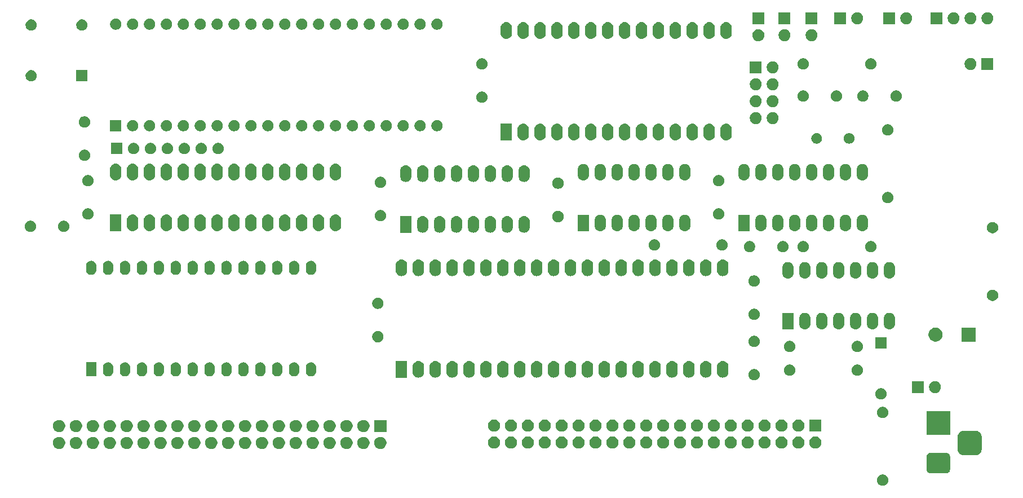
<source format=gbr>
G04 #@! TF.GenerationSoftware,KiCad,Pcbnew,(5.1.5)-3*
G04 #@! TF.CreationDate,2021-05-28T12:42:32+12:00*
G04 #@! TF.ProjectId,6502-Controller,36353032-2d43-46f6-9e74-726f6c6c6572,rev?*
G04 #@! TF.SameCoordinates,Original*
G04 #@! TF.FileFunction,Soldermask,Top*
G04 #@! TF.FilePolarity,Negative*
%FSLAX46Y46*%
G04 Gerber Fmt 4.6, Leading zero omitted, Abs format (unit mm)*
G04 Created by KiCad (PCBNEW (5.1.5)-3) date 2021-05-28 12:42:32*
%MOMM*%
%LPD*%
G04 APERTURE LIST*
%ADD10C,0.100000*%
G04 APERTURE END LIST*
D10*
G36*
X215132228Y-112338703D02*
G01*
X215287100Y-112402853D01*
X215426481Y-112495985D01*
X215545015Y-112614519D01*
X215638147Y-112753900D01*
X215702297Y-112908772D01*
X215735000Y-113073184D01*
X215735000Y-113240816D01*
X215702297Y-113405228D01*
X215638147Y-113560100D01*
X215545015Y-113699481D01*
X215426481Y-113818015D01*
X215287100Y-113911147D01*
X215132228Y-113975297D01*
X214967816Y-114008000D01*
X214800184Y-114008000D01*
X214635772Y-113975297D01*
X214480900Y-113911147D01*
X214341519Y-113818015D01*
X214222985Y-113699481D01*
X214129853Y-113560100D01*
X214065703Y-113405228D01*
X214033000Y-113240816D01*
X214033000Y-113073184D01*
X214065703Y-112908772D01*
X214129853Y-112753900D01*
X214222985Y-112614519D01*
X214341519Y-112495985D01*
X214480900Y-112402853D01*
X214635772Y-112338703D01*
X214800184Y-112306000D01*
X214967816Y-112306000D01*
X215132228Y-112338703D01*
G37*
G36*
X224492979Y-109048293D02*
G01*
X224626625Y-109088834D01*
X224749784Y-109154664D01*
X224857740Y-109243260D01*
X224946336Y-109351216D01*
X225012166Y-109474375D01*
X225052707Y-109608021D01*
X225067000Y-109753140D01*
X225067000Y-111416860D01*
X225052707Y-111561979D01*
X225012166Y-111695625D01*
X224946336Y-111818784D01*
X224857740Y-111926740D01*
X224749784Y-112015336D01*
X224626625Y-112081166D01*
X224492979Y-112121707D01*
X224347860Y-112136000D01*
X222184140Y-112136000D01*
X222039021Y-112121707D01*
X221905375Y-112081166D01*
X221782216Y-112015336D01*
X221674260Y-111926740D01*
X221585664Y-111818784D01*
X221519834Y-111695625D01*
X221479293Y-111561979D01*
X221465000Y-111416860D01*
X221465000Y-109753140D01*
X221479293Y-109608021D01*
X221519834Y-109474375D01*
X221585664Y-109351216D01*
X221674260Y-109243260D01*
X221782216Y-109154664D01*
X221905375Y-109088834D01*
X222039021Y-109048293D01*
X222184140Y-109034000D01*
X224347860Y-109034000D01*
X224492979Y-109048293D01*
G37*
G36*
X229092366Y-105800695D02*
G01*
X229249460Y-105848349D01*
X229394231Y-105925731D01*
X229521128Y-106029872D01*
X229625269Y-106156769D01*
X229702651Y-106301540D01*
X229750305Y-106458634D01*
X229767000Y-106628140D01*
X229767000Y-108541860D01*
X229750305Y-108711366D01*
X229702651Y-108868460D01*
X229625269Y-109013231D01*
X229521128Y-109140128D01*
X229394231Y-109244269D01*
X229249460Y-109321651D01*
X229092366Y-109369305D01*
X228922860Y-109386000D01*
X227009140Y-109386000D01*
X226839634Y-109369305D01*
X226682540Y-109321651D01*
X226537769Y-109244269D01*
X226410872Y-109140128D01*
X226306731Y-109013231D01*
X226229349Y-108868460D01*
X226181695Y-108711366D01*
X226165000Y-108541860D01*
X226165000Y-106628140D01*
X226181695Y-106458634D01*
X226229349Y-106301540D01*
X226306731Y-106156769D01*
X226410872Y-106029872D01*
X226537769Y-105925731D01*
X226682540Y-105848349D01*
X226839634Y-105800695D01*
X227009140Y-105784000D01*
X228922860Y-105784000D01*
X229092366Y-105800695D01*
G37*
G36*
X104152778Y-106689547D02*
G01*
X104319224Y-106758491D01*
X104469022Y-106858583D01*
X104596417Y-106985978D01*
X104696509Y-107135776D01*
X104765453Y-107302222D01*
X104800600Y-107478918D01*
X104800600Y-107659082D01*
X104765453Y-107835778D01*
X104696509Y-108002224D01*
X104596417Y-108152022D01*
X104469022Y-108279417D01*
X104319224Y-108379509D01*
X104152778Y-108448453D01*
X103976082Y-108483600D01*
X103795918Y-108483600D01*
X103619222Y-108448453D01*
X103452776Y-108379509D01*
X103302978Y-108279417D01*
X103175583Y-108152022D01*
X103075491Y-108002224D01*
X103006547Y-107835778D01*
X102971400Y-107659082D01*
X102971400Y-107478918D01*
X103006547Y-107302222D01*
X103075491Y-107135776D01*
X103175583Y-106985978D01*
X103302978Y-106858583D01*
X103452776Y-106758491D01*
X103619222Y-106689547D01*
X103795918Y-106654400D01*
X103976082Y-106654400D01*
X104152778Y-106689547D01*
G37*
G36*
X139712778Y-106689547D02*
G01*
X139879224Y-106758491D01*
X140029022Y-106858583D01*
X140156417Y-106985978D01*
X140256509Y-107135776D01*
X140325453Y-107302222D01*
X140360600Y-107478918D01*
X140360600Y-107659082D01*
X140325453Y-107835778D01*
X140256509Y-108002224D01*
X140156417Y-108152022D01*
X140029022Y-108279417D01*
X139879224Y-108379509D01*
X139712778Y-108448453D01*
X139536082Y-108483600D01*
X139355918Y-108483600D01*
X139179222Y-108448453D01*
X139012776Y-108379509D01*
X138862978Y-108279417D01*
X138735583Y-108152022D01*
X138635491Y-108002224D01*
X138566547Y-107835778D01*
X138531400Y-107659082D01*
X138531400Y-107478918D01*
X138566547Y-107302222D01*
X138635491Y-107135776D01*
X138735583Y-106985978D01*
X138862978Y-106858583D01*
X139012776Y-106758491D01*
X139179222Y-106689547D01*
X139355918Y-106654400D01*
X139536082Y-106654400D01*
X139712778Y-106689547D01*
G37*
G36*
X91452778Y-106689547D02*
G01*
X91619224Y-106758491D01*
X91769022Y-106858583D01*
X91896417Y-106985978D01*
X91996509Y-107135776D01*
X92065453Y-107302222D01*
X92100600Y-107478918D01*
X92100600Y-107659082D01*
X92065453Y-107835778D01*
X91996509Y-108002224D01*
X91896417Y-108152022D01*
X91769022Y-108279417D01*
X91619224Y-108379509D01*
X91452778Y-108448453D01*
X91276082Y-108483600D01*
X91095918Y-108483600D01*
X90919222Y-108448453D01*
X90752776Y-108379509D01*
X90602978Y-108279417D01*
X90475583Y-108152022D01*
X90375491Y-108002224D01*
X90306547Y-107835778D01*
X90271400Y-107659082D01*
X90271400Y-107478918D01*
X90306547Y-107302222D01*
X90375491Y-107135776D01*
X90475583Y-106985978D01*
X90602978Y-106858583D01*
X90752776Y-106758491D01*
X90919222Y-106689547D01*
X91095918Y-106654400D01*
X91276082Y-106654400D01*
X91452778Y-106689547D01*
G37*
G36*
X93992778Y-106689547D02*
G01*
X94159224Y-106758491D01*
X94309022Y-106858583D01*
X94436417Y-106985978D01*
X94536509Y-107135776D01*
X94605453Y-107302222D01*
X94640600Y-107478918D01*
X94640600Y-107659082D01*
X94605453Y-107835778D01*
X94536509Y-108002224D01*
X94436417Y-108152022D01*
X94309022Y-108279417D01*
X94159224Y-108379509D01*
X93992778Y-108448453D01*
X93816082Y-108483600D01*
X93635918Y-108483600D01*
X93459222Y-108448453D01*
X93292776Y-108379509D01*
X93142978Y-108279417D01*
X93015583Y-108152022D01*
X92915491Y-108002224D01*
X92846547Y-107835778D01*
X92811400Y-107659082D01*
X92811400Y-107478918D01*
X92846547Y-107302222D01*
X92915491Y-107135776D01*
X93015583Y-106985978D01*
X93142978Y-106858583D01*
X93292776Y-106758491D01*
X93459222Y-106689547D01*
X93635918Y-106654400D01*
X93816082Y-106654400D01*
X93992778Y-106689547D01*
G37*
G36*
X96532778Y-106689547D02*
G01*
X96699224Y-106758491D01*
X96849022Y-106858583D01*
X96976417Y-106985978D01*
X97076509Y-107135776D01*
X97145453Y-107302222D01*
X97180600Y-107478918D01*
X97180600Y-107659082D01*
X97145453Y-107835778D01*
X97076509Y-108002224D01*
X96976417Y-108152022D01*
X96849022Y-108279417D01*
X96699224Y-108379509D01*
X96532778Y-108448453D01*
X96356082Y-108483600D01*
X96175918Y-108483600D01*
X95999222Y-108448453D01*
X95832776Y-108379509D01*
X95682978Y-108279417D01*
X95555583Y-108152022D01*
X95455491Y-108002224D01*
X95386547Y-107835778D01*
X95351400Y-107659082D01*
X95351400Y-107478918D01*
X95386547Y-107302222D01*
X95455491Y-107135776D01*
X95555583Y-106985978D01*
X95682978Y-106858583D01*
X95832776Y-106758491D01*
X95999222Y-106689547D01*
X96175918Y-106654400D01*
X96356082Y-106654400D01*
X96532778Y-106689547D01*
G37*
G36*
X99072778Y-106689547D02*
G01*
X99239224Y-106758491D01*
X99389022Y-106858583D01*
X99516417Y-106985978D01*
X99616509Y-107135776D01*
X99685453Y-107302222D01*
X99720600Y-107478918D01*
X99720600Y-107659082D01*
X99685453Y-107835778D01*
X99616509Y-108002224D01*
X99516417Y-108152022D01*
X99389022Y-108279417D01*
X99239224Y-108379509D01*
X99072778Y-108448453D01*
X98896082Y-108483600D01*
X98715918Y-108483600D01*
X98539222Y-108448453D01*
X98372776Y-108379509D01*
X98222978Y-108279417D01*
X98095583Y-108152022D01*
X97995491Y-108002224D01*
X97926547Y-107835778D01*
X97891400Y-107659082D01*
X97891400Y-107478918D01*
X97926547Y-107302222D01*
X97995491Y-107135776D01*
X98095583Y-106985978D01*
X98222978Y-106858583D01*
X98372776Y-106758491D01*
X98539222Y-106689547D01*
X98715918Y-106654400D01*
X98896082Y-106654400D01*
X99072778Y-106689547D01*
G37*
G36*
X101612778Y-106689547D02*
G01*
X101779224Y-106758491D01*
X101929022Y-106858583D01*
X102056417Y-106985978D01*
X102156509Y-107135776D01*
X102225453Y-107302222D01*
X102260600Y-107478918D01*
X102260600Y-107659082D01*
X102225453Y-107835778D01*
X102156509Y-108002224D01*
X102056417Y-108152022D01*
X101929022Y-108279417D01*
X101779224Y-108379509D01*
X101612778Y-108448453D01*
X101436082Y-108483600D01*
X101255918Y-108483600D01*
X101079222Y-108448453D01*
X100912776Y-108379509D01*
X100762978Y-108279417D01*
X100635583Y-108152022D01*
X100535491Y-108002224D01*
X100466547Y-107835778D01*
X100431400Y-107659082D01*
X100431400Y-107478918D01*
X100466547Y-107302222D01*
X100535491Y-107135776D01*
X100635583Y-106985978D01*
X100762978Y-106858583D01*
X100912776Y-106758491D01*
X101079222Y-106689547D01*
X101255918Y-106654400D01*
X101436082Y-106654400D01*
X101612778Y-106689547D01*
G37*
G36*
X106692778Y-106689547D02*
G01*
X106859224Y-106758491D01*
X107009022Y-106858583D01*
X107136417Y-106985978D01*
X107236509Y-107135776D01*
X107305453Y-107302222D01*
X107340600Y-107478918D01*
X107340600Y-107659082D01*
X107305453Y-107835778D01*
X107236509Y-108002224D01*
X107136417Y-108152022D01*
X107009022Y-108279417D01*
X106859224Y-108379509D01*
X106692778Y-108448453D01*
X106516082Y-108483600D01*
X106335918Y-108483600D01*
X106159222Y-108448453D01*
X105992776Y-108379509D01*
X105842978Y-108279417D01*
X105715583Y-108152022D01*
X105615491Y-108002224D01*
X105546547Y-107835778D01*
X105511400Y-107659082D01*
X105511400Y-107478918D01*
X105546547Y-107302222D01*
X105615491Y-107135776D01*
X105715583Y-106985978D01*
X105842978Y-106858583D01*
X105992776Y-106758491D01*
X106159222Y-106689547D01*
X106335918Y-106654400D01*
X106516082Y-106654400D01*
X106692778Y-106689547D01*
G37*
G36*
X109232778Y-106689547D02*
G01*
X109399224Y-106758491D01*
X109549022Y-106858583D01*
X109676417Y-106985978D01*
X109776509Y-107135776D01*
X109845453Y-107302222D01*
X109880600Y-107478918D01*
X109880600Y-107659082D01*
X109845453Y-107835778D01*
X109776509Y-108002224D01*
X109676417Y-108152022D01*
X109549022Y-108279417D01*
X109399224Y-108379509D01*
X109232778Y-108448453D01*
X109056082Y-108483600D01*
X108875918Y-108483600D01*
X108699222Y-108448453D01*
X108532776Y-108379509D01*
X108382978Y-108279417D01*
X108255583Y-108152022D01*
X108155491Y-108002224D01*
X108086547Y-107835778D01*
X108051400Y-107659082D01*
X108051400Y-107478918D01*
X108086547Y-107302222D01*
X108155491Y-107135776D01*
X108255583Y-106985978D01*
X108382978Y-106858583D01*
X108532776Y-106758491D01*
X108699222Y-106689547D01*
X108875918Y-106654400D01*
X109056082Y-106654400D01*
X109232778Y-106689547D01*
G37*
G36*
X111772778Y-106689547D02*
G01*
X111939224Y-106758491D01*
X112089022Y-106858583D01*
X112216417Y-106985978D01*
X112316509Y-107135776D01*
X112385453Y-107302222D01*
X112420600Y-107478918D01*
X112420600Y-107659082D01*
X112385453Y-107835778D01*
X112316509Y-108002224D01*
X112216417Y-108152022D01*
X112089022Y-108279417D01*
X111939224Y-108379509D01*
X111772778Y-108448453D01*
X111596082Y-108483600D01*
X111415918Y-108483600D01*
X111239222Y-108448453D01*
X111072776Y-108379509D01*
X110922978Y-108279417D01*
X110795583Y-108152022D01*
X110695491Y-108002224D01*
X110626547Y-107835778D01*
X110591400Y-107659082D01*
X110591400Y-107478918D01*
X110626547Y-107302222D01*
X110695491Y-107135776D01*
X110795583Y-106985978D01*
X110922978Y-106858583D01*
X111072776Y-106758491D01*
X111239222Y-106689547D01*
X111415918Y-106654400D01*
X111596082Y-106654400D01*
X111772778Y-106689547D01*
G37*
G36*
X119392778Y-106689547D02*
G01*
X119559224Y-106758491D01*
X119709022Y-106858583D01*
X119836417Y-106985978D01*
X119936509Y-107135776D01*
X120005453Y-107302222D01*
X120040600Y-107478918D01*
X120040600Y-107659082D01*
X120005453Y-107835778D01*
X119936509Y-108002224D01*
X119836417Y-108152022D01*
X119709022Y-108279417D01*
X119559224Y-108379509D01*
X119392778Y-108448453D01*
X119216082Y-108483600D01*
X119035918Y-108483600D01*
X118859222Y-108448453D01*
X118692776Y-108379509D01*
X118542978Y-108279417D01*
X118415583Y-108152022D01*
X118315491Y-108002224D01*
X118246547Y-107835778D01*
X118211400Y-107659082D01*
X118211400Y-107478918D01*
X118246547Y-107302222D01*
X118315491Y-107135776D01*
X118415583Y-106985978D01*
X118542978Y-106858583D01*
X118692776Y-106758491D01*
X118859222Y-106689547D01*
X119035918Y-106654400D01*
X119216082Y-106654400D01*
X119392778Y-106689547D01*
G37*
G36*
X116852778Y-106689547D02*
G01*
X117019224Y-106758491D01*
X117169022Y-106858583D01*
X117296417Y-106985978D01*
X117396509Y-107135776D01*
X117465453Y-107302222D01*
X117500600Y-107478918D01*
X117500600Y-107659082D01*
X117465453Y-107835778D01*
X117396509Y-108002224D01*
X117296417Y-108152022D01*
X117169022Y-108279417D01*
X117019224Y-108379509D01*
X116852778Y-108448453D01*
X116676082Y-108483600D01*
X116495918Y-108483600D01*
X116319222Y-108448453D01*
X116152776Y-108379509D01*
X116002978Y-108279417D01*
X115875583Y-108152022D01*
X115775491Y-108002224D01*
X115706547Y-107835778D01*
X115671400Y-107659082D01*
X115671400Y-107478918D01*
X115706547Y-107302222D01*
X115775491Y-107135776D01*
X115875583Y-106985978D01*
X116002978Y-106858583D01*
X116152776Y-106758491D01*
X116319222Y-106689547D01*
X116495918Y-106654400D01*
X116676082Y-106654400D01*
X116852778Y-106689547D01*
G37*
G36*
X137172778Y-106689547D02*
G01*
X137339224Y-106758491D01*
X137489022Y-106858583D01*
X137616417Y-106985978D01*
X137716509Y-107135776D01*
X137785453Y-107302222D01*
X137820600Y-107478918D01*
X137820600Y-107659082D01*
X137785453Y-107835778D01*
X137716509Y-108002224D01*
X137616417Y-108152022D01*
X137489022Y-108279417D01*
X137339224Y-108379509D01*
X137172778Y-108448453D01*
X136996082Y-108483600D01*
X136815918Y-108483600D01*
X136639222Y-108448453D01*
X136472776Y-108379509D01*
X136322978Y-108279417D01*
X136195583Y-108152022D01*
X136095491Y-108002224D01*
X136026547Y-107835778D01*
X135991400Y-107659082D01*
X135991400Y-107478918D01*
X136026547Y-107302222D01*
X136095491Y-107135776D01*
X136195583Y-106985978D01*
X136322978Y-106858583D01*
X136472776Y-106758491D01*
X136639222Y-106689547D01*
X136815918Y-106654400D01*
X136996082Y-106654400D01*
X137172778Y-106689547D01*
G37*
G36*
X134632778Y-106689547D02*
G01*
X134799224Y-106758491D01*
X134949022Y-106858583D01*
X135076417Y-106985978D01*
X135176509Y-107135776D01*
X135245453Y-107302222D01*
X135280600Y-107478918D01*
X135280600Y-107659082D01*
X135245453Y-107835778D01*
X135176509Y-108002224D01*
X135076417Y-108152022D01*
X134949022Y-108279417D01*
X134799224Y-108379509D01*
X134632778Y-108448453D01*
X134456082Y-108483600D01*
X134275918Y-108483600D01*
X134099222Y-108448453D01*
X133932776Y-108379509D01*
X133782978Y-108279417D01*
X133655583Y-108152022D01*
X133555491Y-108002224D01*
X133486547Y-107835778D01*
X133451400Y-107659082D01*
X133451400Y-107478918D01*
X133486547Y-107302222D01*
X133555491Y-107135776D01*
X133655583Y-106985978D01*
X133782978Y-106858583D01*
X133932776Y-106758491D01*
X134099222Y-106689547D01*
X134275918Y-106654400D01*
X134456082Y-106654400D01*
X134632778Y-106689547D01*
G37*
G36*
X132092778Y-106689547D02*
G01*
X132259224Y-106758491D01*
X132409022Y-106858583D01*
X132536417Y-106985978D01*
X132636509Y-107135776D01*
X132705453Y-107302222D01*
X132740600Y-107478918D01*
X132740600Y-107659082D01*
X132705453Y-107835778D01*
X132636509Y-108002224D01*
X132536417Y-108152022D01*
X132409022Y-108279417D01*
X132259224Y-108379509D01*
X132092778Y-108448453D01*
X131916082Y-108483600D01*
X131735918Y-108483600D01*
X131559222Y-108448453D01*
X131392776Y-108379509D01*
X131242978Y-108279417D01*
X131115583Y-108152022D01*
X131015491Y-108002224D01*
X130946547Y-107835778D01*
X130911400Y-107659082D01*
X130911400Y-107478918D01*
X130946547Y-107302222D01*
X131015491Y-107135776D01*
X131115583Y-106985978D01*
X131242978Y-106858583D01*
X131392776Y-106758491D01*
X131559222Y-106689547D01*
X131735918Y-106654400D01*
X131916082Y-106654400D01*
X132092778Y-106689547D01*
G37*
G36*
X129552778Y-106689547D02*
G01*
X129719224Y-106758491D01*
X129869022Y-106858583D01*
X129996417Y-106985978D01*
X130096509Y-107135776D01*
X130165453Y-107302222D01*
X130200600Y-107478918D01*
X130200600Y-107659082D01*
X130165453Y-107835778D01*
X130096509Y-108002224D01*
X129996417Y-108152022D01*
X129869022Y-108279417D01*
X129719224Y-108379509D01*
X129552778Y-108448453D01*
X129376082Y-108483600D01*
X129195918Y-108483600D01*
X129019222Y-108448453D01*
X128852776Y-108379509D01*
X128702978Y-108279417D01*
X128575583Y-108152022D01*
X128475491Y-108002224D01*
X128406547Y-107835778D01*
X128371400Y-107659082D01*
X128371400Y-107478918D01*
X128406547Y-107302222D01*
X128475491Y-107135776D01*
X128575583Y-106985978D01*
X128702978Y-106858583D01*
X128852776Y-106758491D01*
X129019222Y-106689547D01*
X129195918Y-106654400D01*
X129376082Y-106654400D01*
X129552778Y-106689547D01*
G37*
G36*
X127012778Y-106689547D02*
G01*
X127179224Y-106758491D01*
X127329022Y-106858583D01*
X127456417Y-106985978D01*
X127556509Y-107135776D01*
X127625453Y-107302222D01*
X127660600Y-107478918D01*
X127660600Y-107659082D01*
X127625453Y-107835778D01*
X127556509Y-108002224D01*
X127456417Y-108152022D01*
X127329022Y-108279417D01*
X127179224Y-108379509D01*
X127012778Y-108448453D01*
X126836082Y-108483600D01*
X126655918Y-108483600D01*
X126479222Y-108448453D01*
X126312776Y-108379509D01*
X126162978Y-108279417D01*
X126035583Y-108152022D01*
X125935491Y-108002224D01*
X125866547Y-107835778D01*
X125831400Y-107659082D01*
X125831400Y-107478918D01*
X125866547Y-107302222D01*
X125935491Y-107135776D01*
X126035583Y-106985978D01*
X126162978Y-106858583D01*
X126312776Y-106758491D01*
X126479222Y-106689547D01*
X126655918Y-106654400D01*
X126836082Y-106654400D01*
X127012778Y-106689547D01*
G37*
G36*
X124472778Y-106689547D02*
G01*
X124639224Y-106758491D01*
X124789022Y-106858583D01*
X124916417Y-106985978D01*
X125016509Y-107135776D01*
X125085453Y-107302222D01*
X125120600Y-107478918D01*
X125120600Y-107659082D01*
X125085453Y-107835778D01*
X125016509Y-108002224D01*
X124916417Y-108152022D01*
X124789022Y-108279417D01*
X124639224Y-108379509D01*
X124472778Y-108448453D01*
X124296082Y-108483600D01*
X124115918Y-108483600D01*
X123939222Y-108448453D01*
X123772776Y-108379509D01*
X123622978Y-108279417D01*
X123495583Y-108152022D01*
X123395491Y-108002224D01*
X123326547Y-107835778D01*
X123291400Y-107659082D01*
X123291400Y-107478918D01*
X123326547Y-107302222D01*
X123395491Y-107135776D01*
X123495583Y-106985978D01*
X123622978Y-106858583D01*
X123772776Y-106758491D01*
X123939222Y-106689547D01*
X124115918Y-106654400D01*
X124296082Y-106654400D01*
X124472778Y-106689547D01*
G37*
G36*
X121932778Y-106689547D02*
G01*
X122099224Y-106758491D01*
X122249022Y-106858583D01*
X122376417Y-106985978D01*
X122476509Y-107135776D01*
X122545453Y-107302222D01*
X122580600Y-107478918D01*
X122580600Y-107659082D01*
X122545453Y-107835778D01*
X122476509Y-108002224D01*
X122376417Y-108152022D01*
X122249022Y-108279417D01*
X122099224Y-108379509D01*
X121932778Y-108448453D01*
X121756082Y-108483600D01*
X121575918Y-108483600D01*
X121399222Y-108448453D01*
X121232776Y-108379509D01*
X121082978Y-108279417D01*
X120955583Y-108152022D01*
X120855491Y-108002224D01*
X120786547Y-107835778D01*
X120751400Y-107659082D01*
X120751400Y-107478918D01*
X120786547Y-107302222D01*
X120855491Y-107135776D01*
X120955583Y-106985978D01*
X121082978Y-106858583D01*
X121232776Y-106758491D01*
X121399222Y-106689547D01*
X121575918Y-106654400D01*
X121756082Y-106654400D01*
X121932778Y-106689547D01*
G37*
G36*
X114312778Y-106689547D02*
G01*
X114479224Y-106758491D01*
X114629022Y-106858583D01*
X114756417Y-106985978D01*
X114856509Y-107135776D01*
X114925453Y-107302222D01*
X114960600Y-107478918D01*
X114960600Y-107659082D01*
X114925453Y-107835778D01*
X114856509Y-108002224D01*
X114756417Y-108152022D01*
X114629022Y-108279417D01*
X114479224Y-108379509D01*
X114312778Y-108448453D01*
X114136082Y-108483600D01*
X113955918Y-108483600D01*
X113779222Y-108448453D01*
X113612776Y-108379509D01*
X113462978Y-108279417D01*
X113335583Y-108152022D01*
X113235491Y-108002224D01*
X113166547Y-107835778D01*
X113131400Y-107659082D01*
X113131400Y-107478918D01*
X113166547Y-107302222D01*
X113235491Y-107135776D01*
X113335583Y-106985978D01*
X113462978Y-106858583D01*
X113612776Y-106758491D01*
X113779222Y-106689547D01*
X113955918Y-106654400D01*
X114136082Y-106654400D01*
X114312778Y-106689547D01*
G37*
G36*
X169494778Y-106626547D02*
G01*
X169661224Y-106695491D01*
X169811022Y-106795583D01*
X169938417Y-106922978D01*
X170038509Y-107072776D01*
X170107453Y-107239222D01*
X170142600Y-107415918D01*
X170142600Y-107596082D01*
X170107453Y-107772778D01*
X170038509Y-107939224D01*
X169938417Y-108089022D01*
X169811022Y-108216417D01*
X169661224Y-108316509D01*
X169494778Y-108385453D01*
X169318082Y-108420600D01*
X169137918Y-108420600D01*
X168961222Y-108385453D01*
X168794776Y-108316509D01*
X168644978Y-108216417D01*
X168517583Y-108089022D01*
X168417491Y-107939224D01*
X168348547Y-107772778D01*
X168313400Y-107596082D01*
X168313400Y-107415918D01*
X168348547Y-107239222D01*
X168417491Y-107072776D01*
X168517583Y-106922978D01*
X168644978Y-106795583D01*
X168794776Y-106695491D01*
X168961222Y-106626547D01*
X169137918Y-106591400D01*
X169318082Y-106591400D01*
X169494778Y-106626547D01*
G37*
G36*
X205054778Y-106626547D02*
G01*
X205221224Y-106695491D01*
X205371022Y-106795583D01*
X205498417Y-106922978D01*
X205598509Y-107072776D01*
X205667453Y-107239222D01*
X205702600Y-107415918D01*
X205702600Y-107596082D01*
X205667453Y-107772778D01*
X205598509Y-107939224D01*
X205498417Y-108089022D01*
X205371022Y-108216417D01*
X205221224Y-108316509D01*
X205054778Y-108385453D01*
X204878082Y-108420600D01*
X204697918Y-108420600D01*
X204521222Y-108385453D01*
X204354776Y-108316509D01*
X204204978Y-108216417D01*
X204077583Y-108089022D01*
X203977491Y-107939224D01*
X203908547Y-107772778D01*
X203873400Y-107596082D01*
X203873400Y-107415918D01*
X203908547Y-107239222D01*
X203977491Y-107072776D01*
X204077583Y-106922978D01*
X204204978Y-106795583D01*
X204354776Y-106695491D01*
X204521222Y-106626547D01*
X204697918Y-106591400D01*
X204878082Y-106591400D01*
X205054778Y-106626547D01*
G37*
G36*
X202514778Y-106626547D02*
G01*
X202681224Y-106695491D01*
X202831022Y-106795583D01*
X202958417Y-106922978D01*
X203058509Y-107072776D01*
X203127453Y-107239222D01*
X203162600Y-107415918D01*
X203162600Y-107596082D01*
X203127453Y-107772778D01*
X203058509Y-107939224D01*
X202958417Y-108089022D01*
X202831022Y-108216417D01*
X202681224Y-108316509D01*
X202514778Y-108385453D01*
X202338082Y-108420600D01*
X202157918Y-108420600D01*
X201981222Y-108385453D01*
X201814776Y-108316509D01*
X201664978Y-108216417D01*
X201537583Y-108089022D01*
X201437491Y-107939224D01*
X201368547Y-107772778D01*
X201333400Y-107596082D01*
X201333400Y-107415918D01*
X201368547Y-107239222D01*
X201437491Y-107072776D01*
X201537583Y-106922978D01*
X201664978Y-106795583D01*
X201814776Y-106695491D01*
X201981222Y-106626547D01*
X202157918Y-106591400D01*
X202338082Y-106591400D01*
X202514778Y-106626547D01*
G37*
G36*
X199974778Y-106626547D02*
G01*
X200141224Y-106695491D01*
X200291022Y-106795583D01*
X200418417Y-106922978D01*
X200518509Y-107072776D01*
X200587453Y-107239222D01*
X200622600Y-107415918D01*
X200622600Y-107596082D01*
X200587453Y-107772778D01*
X200518509Y-107939224D01*
X200418417Y-108089022D01*
X200291022Y-108216417D01*
X200141224Y-108316509D01*
X199974778Y-108385453D01*
X199798082Y-108420600D01*
X199617918Y-108420600D01*
X199441222Y-108385453D01*
X199274776Y-108316509D01*
X199124978Y-108216417D01*
X198997583Y-108089022D01*
X198897491Y-107939224D01*
X198828547Y-107772778D01*
X198793400Y-107596082D01*
X198793400Y-107415918D01*
X198828547Y-107239222D01*
X198897491Y-107072776D01*
X198997583Y-106922978D01*
X199124978Y-106795583D01*
X199274776Y-106695491D01*
X199441222Y-106626547D01*
X199617918Y-106591400D01*
X199798082Y-106591400D01*
X199974778Y-106626547D01*
G37*
G36*
X197434778Y-106626547D02*
G01*
X197601224Y-106695491D01*
X197751022Y-106795583D01*
X197878417Y-106922978D01*
X197978509Y-107072776D01*
X198047453Y-107239222D01*
X198082600Y-107415918D01*
X198082600Y-107596082D01*
X198047453Y-107772778D01*
X197978509Y-107939224D01*
X197878417Y-108089022D01*
X197751022Y-108216417D01*
X197601224Y-108316509D01*
X197434778Y-108385453D01*
X197258082Y-108420600D01*
X197077918Y-108420600D01*
X196901222Y-108385453D01*
X196734776Y-108316509D01*
X196584978Y-108216417D01*
X196457583Y-108089022D01*
X196357491Y-107939224D01*
X196288547Y-107772778D01*
X196253400Y-107596082D01*
X196253400Y-107415918D01*
X196288547Y-107239222D01*
X196357491Y-107072776D01*
X196457583Y-106922978D01*
X196584978Y-106795583D01*
X196734776Y-106695491D01*
X196901222Y-106626547D01*
X197077918Y-106591400D01*
X197258082Y-106591400D01*
X197434778Y-106626547D01*
G37*
G36*
X194894778Y-106626547D02*
G01*
X195061224Y-106695491D01*
X195211022Y-106795583D01*
X195338417Y-106922978D01*
X195438509Y-107072776D01*
X195507453Y-107239222D01*
X195542600Y-107415918D01*
X195542600Y-107596082D01*
X195507453Y-107772778D01*
X195438509Y-107939224D01*
X195338417Y-108089022D01*
X195211022Y-108216417D01*
X195061224Y-108316509D01*
X194894778Y-108385453D01*
X194718082Y-108420600D01*
X194537918Y-108420600D01*
X194361222Y-108385453D01*
X194194776Y-108316509D01*
X194044978Y-108216417D01*
X193917583Y-108089022D01*
X193817491Y-107939224D01*
X193748547Y-107772778D01*
X193713400Y-107596082D01*
X193713400Y-107415918D01*
X193748547Y-107239222D01*
X193817491Y-107072776D01*
X193917583Y-106922978D01*
X194044978Y-106795583D01*
X194194776Y-106695491D01*
X194361222Y-106626547D01*
X194537918Y-106591400D01*
X194718082Y-106591400D01*
X194894778Y-106626547D01*
G37*
G36*
X192354778Y-106626547D02*
G01*
X192521224Y-106695491D01*
X192671022Y-106795583D01*
X192798417Y-106922978D01*
X192898509Y-107072776D01*
X192967453Y-107239222D01*
X193002600Y-107415918D01*
X193002600Y-107596082D01*
X192967453Y-107772778D01*
X192898509Y-107939224D01*
X192798417Y-108089022D01*
X192671022Y-108216417D01*
X192521224Y-108316509D01*
X192354778Y-108385453D01*
X192178082Y-108420600D01*
X191997918Y-108420600D01*
X191821222Y-108385453D01*
X191654776Y-108316509D01*
X191504978Y-108216417D01*
X191377583Y-108089022D01*
X191277491Y-107939224D01*
X191208547Y-107772778D01*
X191173400Y-107596082D01*
X191173400Y-107415918D01*
X191208547Y-107239222D01*
X191277491Y-107072776D01*
X191377583Y-106922978D01*
X191504978Y-106795583D01*
X191654776Y-106695491D01*
X191821222Y-106626547D01*
X191997918Y-106591400D01*
X192178082Y-106591400D01*
X192354778Y-106626547D01*
G37*
G36*
X189814778Y-106626547D02*
G01*
X189981224Y-106695491D01*
X190131022Y-106795583D01*
X190258417Y-106922978D01*
X190358509Y-107072776D01*
X190427453Y-107239222D01*
X190462600Y-107415918D01*
X190462600Y-107596082D01*
X190427453Y-107772778D01*
X190358509Y-107939224D01*
X190258417Y-108089022D01*
X190131022Y-108216417D01*
X189981224Y-108316509D01*
X189814778Y-108385453D01*
X189638082Y-108420600D01*
X189457918Y-108420600D01*
X189281222Y-108385453D01*
X189114776Y-108316509D01*
X188964978Y-108216417D01*
X188837583Y-108089022D01*
X188737491Y-107939224D01*
X188668547Y-107772778D01*
X188633400Y-107596082D01*
X188633400Y-107415918D01*
X188668547Y-107239222D01*
X188737491Y-107072776D01*
X188837583Y-106922978D01*
X188964978Y-106795583D01*
X189114776Y-106695491D01*
X189281222Y-106626547D01*
X189457918Y-106591400D01*
X189638082Y-106591400D01*
X189814778Y-106626547D01*
G37*
G36*
X187274778Y-106626547D02*
G01*
X187441224Y-106695491D01*
X187591022Y-106795583D01*
X187718417Y-106922978D01*
X187818509Y-107072776D01*
X187887453Y-107239222D01*
X187922600Y-107415918D01*
X187922600Y-107596082D01*
X187887453Y-107772778D01*
X187818509Y-107939224D01*
X187718417Y-108089022D01*
X187591022Y-108216417D01*
X187441224Y-108316509D01*
X187274778Y-108385453D01*
X187098082Y-108420600D01*
X186917918Y-108420600D01*
X186741222Y-108385453D01*
X186574776Y-108316509D01*
X186424978Y-108216417D01*
X186297583Y-108089022D01*
X186197491Y-107939224D01*
X186128547Y-107772778D01*
X186093400Y-107596082D01*
X186093400Y-107415918D01*
X186128547Y-107239222D01*
X186197491Y-107072776D01*
X186297583Y-106922978D01*
X186424978Y-106795583D01*
X186574776Y-106695491D01*
X186741222Y-106626547D01*
X186917918Y-106591400D01*
X187098082Y-106591400D01*
X187274778Y-106626547D01*
G37*
G36*
X184734778Y-106626547D02*
G01*
X184901224Y-106695491D01*
X185051022Y-106795583D01*
X185178417Y-106922978D01*
X185278509Y-107072776D01*
X185347453Y-107239222D01*
X185382600Y-107415918D01*
X185382600Y-107596082D01*
X185347453Y-107772778D01*
X185278509Y-107939224D01*
X185178417Y-108089022D01*
X185051022Y-108216417D01*
X184901224Y-108316509D01*
X184734778Y-108385453D01*
X184558082Y-108420600D01*
X184377918Y-108420600D01*
X184201222Y-108385453D01*
X184034776Y-108316509D01*
X183884978Y-108216417D01*
X183757583Y-108089022D01*
X183657491Y-107939224D01*
X183588547Y-107772778D01*
X183553400Y-107596082D01*
X183553400Y-107415918D01*
X183588547Y-107239222D01*
X183657491Y-107072776D01*
X183757583Y-106922978D01*
X183884978Y-106795583D01*
X184034776Y-106695491D01*
X184201222Y-106626547D01*
X184377918Y-106591400D01*
X184558082Y-106591400D01*
X184734778Y-106626547D01*
G37*
G36*
X156794778Y-106626547D02*
G01*
X156961224Y-106695491D01*
X157111022Y-106795583D01*
X157238417Y-106922978D01*
X157338509Y-107072776D01*
X157407453Y-107239222D01*
X157442600Y-107415918D01*
X157442600Y-107596082D01*
X157407453Y-107772778D01*
X157338509Y-107939224D01*
X157238417Y-108089022D01*
X157111022Y-108216417D01*
X156961224Y-108316509D01*
X156794778Y-108385453D01*
X156618082Y-108420600D01*
X156437918Y-108420600D01*
X156261222Y-108385453D01*
X156094776Y-108316509D01*
X155944978Y-108216417D01*
X155817583Y-108089022D01*
X155717491Y-107939224D01*
X155648547Y-107772778D01*
X155613400Y-107596082D01*
X155613400Y-107415918D01*
X155648547Y-107239222D01*
X155717491Y-107072776D01*
X155817583Y-106922978D01*
X155944978Y-106795583D01*
X156094776Y-106695491D01*
X156261222Y-106626547D01*
X156437918Y-106591400D01*
X156618082Y-106591400D01*
X156794778Y-106626547D01*
G37*
G36*
X159334778Y-106626547D02*
G01*
X159501224Y-106695491D01*
X159651022Y-106795583D01*
X159778417Y-106922978D01*
X159878509Y-107072776D01*
X159947453Y-107239222D01*
X159982600Y-107415918D01*
X159982600Y-107596082D01*
X159947453Y-107772778D01*
X159878509Y-107939224D01*
X159778417Y-108089022D01*
X159651022Y-108216417D01*
X159501224Y-108316509D01*
X159334778Y-108385453D01*
X159158082Y-108420600D01*
X158977918Y-108420600D01*
X158801222Y-108385453D01*
X158634776Y-108316509D01*
X158484978Y-108216417D01*
X158357583Y-108089022D01*
X158257491Y-107939224D01*
X158188547Y-107772778D01*
X158153400Y-107596082D01*
X158153400Y-107415918D01*
X158188547Y-107239222D01*
X158257491Y-107072776D01*
X158357583Y-106922978D01*
X158484978Y-106795583D01*
X158634776Y-106695491D01*
X158801222Y-106626547D01*
X158977918Y-106591400D01*
X159158082Y-106591400D01*
X159334778Y-106626547D01*
G37*
G36*
X161874778Y-106626547D02*
G01*
X162041224Y-106695491D01*
X162191022Y-106795583D01*
X162318417Y-106922978D01*
X162418509Y-107072776D01*
X162487453Y-107239222D01*
X162522600Y-107415918D01*
X162522600Y-107596082D01*
X162487453Y-107772778D01*
X162418509Y-107939224D01*
X162318417Y-108089022D01*
X162191022Y-108216417D01*
X162041224Y-108316509D01*
X161874778Y-108385453D01*
X161698082Y-108420600D01*
X161517918Y-108420600D01*
X161341222Y-108385453D01*
X161174776Y-108316509D01*
X161024978Y-108216417D01*
X160897583Y-108089022D01*
X160797491Y-107939224D01*
X160728547Y-107772778D01*
X160693400Y-107596082D01*
X160693400Y-107415918D01*
X160728547Y-107239222D01*
X160797491Y-107072776D01*
X160897583Y-106922978D01*
X161024978Y-106795583D01*
X161174776Y-106695491D01*
X161341222Y-106626547D01*
X161517918Y-106591400D01*
X161698082Y-106591400D01*
X161874778Y-106626547D01*
G37*
G36*
X164414778Y-106626547D02*
G01*
X164581224Y-106695491D01*
X164731022Y-106795583D01*
X164858417Y-106922978D01*
X164958509Y-107072776D01*
X165027453Y-107239222D01*
X165062600Y-107415918D01*
X165062600Y-107596082D01*
X165027453Y-107772778D01*
X164958509Y-107939224D01*
X164858417Y-108089022D01*
X164731022Y-108216417D01*
X164581224Y-108316509D01*
X164414778Y-108385453D01*
X164238082Y-108420600D01*
X164057918Y-108420600D01*
X163881222Y-108385453D01*
X163714776Y-108316509D01*
X163564978Y-108216417D01*
X163437583Y-108089022D01*
X163337491Y-107939224D01*
X163268547Y-107772778D01*
X163233400Y-107596082D01*
X163233400Y-107415918D01*
X163268547Y-107239222D01*
X163337491Y-107072776D01*
X163437583Y-106922978D01*
X163564978Y-106795583D01*
X163714776Y-106695491D01*
X163881222Y-106626547D01*
X164057918Y-106591400D01*
X164238082Y-106591400D01*
X164414778Y-106626547D01*
G37*
G36*
X166954778Y-106626547D02*
G01*
X167121224Y-106695491D01*
X167271022Y-106795583D01*
X167398417Y-106922978D01*
X167498509Y-107072776D01*
X167567453Y-107239222D01*
X167602600Y-107415918D01*
X167602600Y-107596082D01*
X167567453Y-107772778D01*
X167498509Y-107939224D01*
X167398417Y-108089022D01*
X167271022Y-108216417D01*
X167121224Y-108316509D01*
X166954778Y-108385453D01*
X166778082Y-108420600D01*
X166597918Y-108420600D01*
X166421222Y-108385453D01*
X166254776Y-108316509D01*
X166104978Y-108216417D01*
X165977583Y-108089022D01*
X165877491Y-107939224D01*
X165808547Y-107772778D01*
X165773400Y-107596082D01*
X165773400Y-107415918D01*
X165808547Y-107239222D01*
X165877491Y-107072776D01*
X165977583Y-106922978D01*
X166104978Y-106795583D01*
X166254776Y-106695491D01*
X166421222Y-106626547D01*
X166597918Y-106591400D01*
X166778082Y-106591400D01*
X166954778Y-106626547D01*
G37*
G36*
X179654778Y-106626547D02*
G01*
X179821224Y-106695491D01*
X179971022Y-106795583D01*
X180098417Y-106922978D01*
X180198509Y-107072776D01*
X180267453Y-107239222D01*
X180302600Y-107415918D01*
X180302600Y-107596082D01*
X180267453Y-107772778D01*
X180198509Y-107939224D01*
X180098417Y-108089022D01*
X179971022Y-108216417D01*
X179821224Y-108316509D01*
X179654778Y-108385453D01*
X179478082Y-108420600D01*
X179297918Y-108420600D01*
X179121222Y-108385453D01*
X178954776Y-108316509D01*
X178804978Y-108216417D01*
X178677583Y-108089022D01*
X178577491Y-107939224D01*
X178508547Y-107772778D01*
X178473400Y-107596082D01*
X178473400Y-107415918D01*
X178508547Y-107239222D01*
X178577491Y-107072776D01*
X178677583Y-106922978D01*
X178804978Y-106795583D01*
X178954776Y-106695491D01*
X179121222Y-106626547D01*
X179297918Y-106591400D01*
X179478082Y-106591400D01*
X179654778Y-106626547D01*
G37*
G36*
X172034778Y-106626547D02*
G01*
X172201224Y-106695491D01*
X172351022Y-106795583D01*
X172478417Y-106922978D01*
X172578509Y-107072776D01*
X172647453Y-107239222D01*
X172682600Y-107415918D01*
X172682600Y-107596082D01*
X172647453Y-107772778D01*
X172578509Y-107939224D01*
X172478417Y-108089022D01*
X172351022Y-108216417D01*
X172201224Y-108316509D01*
X172034778Y-108385453D01*
X171858082Y-108420600D01*
X171677918Y-108420600D01*
X171501222Y-108385453D01*
X171334776Y-108316509D01*
X171184978Y-108216417D01*
X171057583Y-108089022D01*
X170957491Y-107939224D01*
X170888547Y-107772778D01*
X170853400Y-107596082D01*
X170853400Y-107415918D01*
X170888547Y-107239222D01*
X170957491Y-107072776D01*
X171057583Y-106922978D01*
X171184978Y-106795583D01*
X171334776Y-106695491D01*
X171501222Y-106626547D01*
X171677918Y-106591400D01*
X171858082Y-106591400D01*
X172034778Y-106626547D01*
G37*
G36*
X174574778Y-106626547D02*
G01*
X174741224Y-106695491D01*
X174891022Y-106795583D01*
X175018417Y-106922978D01*
X175118509Y-107072776D01*
X175187453Y-107239222D01*
X175222600Y-107415918D01*
X175222600Y-107596082D01*
X175187453Y-107772778D01*
X175118509Y-107939224D01*
X175018417Y-108089022D01*
X174891022Y-108216417D01*
X174741224Y-108316509D01*
X174574778Y-108385453D01*
X174398082Y-108420600D01*
X174217918Y-108420600D01*
X174041222Y-108385453D01*
X173874776Y-108316509D01*
X173724978Y-108216417D01*
X173597583Y-108089022D01*
X173497491Y-107939224D01*
X173428547Y-107772778D01*
X173393400Y-107596082D01*
X173393400Y-107415918D01*
X173428547Y-107239222D01*
X173497491Y-107072776D01*
X173597583Y-106922978D01*
X173724978Y-106795583D01*
X173874776Y-106695491D01*
X174041222Y-106626547D01*
X174217918Y-106591400D01*
X174398082Y-106591400D01*
X174574778Y-106626547D01*
G37*
G36*
X177114778Y-106626547D02*
G01*
X177281224Y-106695491D01*
X177431022Y-106795583D01*
X177558417Y-106922978D01*
X177658509Y-107072776D01*
X177727453Y-107239222D01*
X177762600Y-107415918D01*
X177762600Y-107596082D01*
X177727453Y-107772778D01*
X177658509Y-107939224D01*
X177558417Y-108089022D01*
X177431022Y-108216417D01*
X177281224Y-108316509D01*
X177114778Y-108385453D01*
X176938082Y-108420600D01*
X176757918Y-108420600D01*
X176581222Y-108385453D01*
X176414776Y-108316509D01*
X176264978Y-108216417D01*
X176137583Y-108089022D01*
X176037491Y-107939224D01*
X175968547Y-107772778D01*
X175933400Y-107596082D01*
X175933400Y-107415918D01*
X175968547Y-107239222D01*
X176037491Y-107072776D01*
X176137583Y-106922978D01*
X176264978Y-106795583D01*
X176414776Y-106695491D01*
X176581222Y-106626547D01*
X176757918Y-106591400D01*
X176938082Y-106591400D01*
X177114778Y-106626547D01*
G37*
G36*
X182194778Y-106626547D02*
G01*
X182361224Y-106695491D01*
X182511022Y-106795583D01*
X182638417Y-106922978D01*
X182738509Y-107072776D01*
X182807453Y-107239222D01*
X182842600Y-107415918D01*
X182842600Y-107596082D01*
X182807453Y-107772778D01*
X182738509Y-107939224D01*
X182638417Y-108089022D01*
X182511022Y-108216417D01*
X182361224Y-108316509D01*
X182194778Y-108385453D01*
X182018082Y-108420600D01*
X181837918Y-108420600D01*
X181661222Y-108385453D01*
X181494776Y-108316509D01*
X181344978Y-108216417D01*
X181217583Y-108089022D01*
X181117491Y-107939224D01*
X181048547Y-107772778D01*
X181013400Y-107596082D01*
X181013400Y-107415918D01*
X181048547Y-107239222D01*
X181117491Y-107072776D01*
X181217583Y-106922978D01*
X181344978Y-106795583D01*
X181494776Y-106695491D01*
X181661222Y-106626547D01*
X181837918Y-106591400D01*
X182018082Y-106591400D01*
X182194778Y-106626547D01*
G37*
G36*
X225067000Y-106386000D02*
G01*
X221465000Y-106386000D01*
X221465000Y-102784000D01*
X225067000Y-102784000D01*
X225067000Y-106386000D01*
G37*
G36*
X124472778Y-104149547D02*
G01*
X124639224Y-104218491D01*
X124789022Y-104318583D01*
X124916417Y-104445978D01*
X125016509Y-104595776D01*
X125085453Y-104762222D01*
X125120600Y-104938918D01*
X125120600Y-105119082D01*
X125085453Y-105295778D01*
X125016509Y-105462224D01*
X124916417Y-105612022D01*
X124789022Y-105739417D01*
X124639224Y-105839509D01*
X124472778Y-105908453D01*
X124296082Y-105943600D01*
X124115918Y-105943600D01*
X123939222Y-105908453D01*
X123772776Y-105839509D01*
X123622978Y-105739417D01*
X123495583Y-105612022D01*
X123395491Y-105462224D01*
X123326547Y-105295778D01*
X123291400Y-105119082D01*
X123291400Y-104938918D01*
X123326547Y-104762222D01*
X123395491Y-104595776D01*
X123495583Y-104445978D01*
X123622978Y-104318583D01*
X123772776Y-104218491D01*
X123939222Y-104149547D01*
X124115918Y-104114400D01*
X124296082Y-104114400D01*
X124472778Y-104149547D01*
G37*
G36*
X93992778Y-104149547D02*
G01*
X94159224Y-104218491D01*
X94309022Y-104318583D01*
X94436417Y-104445978D01*
X94536509Y-104595776D01*
X94605453Y-104762222D01*
X94640600Y-104938918D01*
X94640600Y-105119082D01*
X94605453Y-105295778D01*
X94536509Y-105462224D01*
X94436417Y-105612022D01*
X94309022Y-105739417D01*
X94159224Y-105839509D01*
X93992778Y-105908453D01*
X93816082Y-105943600D01*
X93635918Y-105943600D01*
X93459222Y-105908453D01*
X93292776Y-105839509D01*
X93142978Y-105739417D01*
X93015583Y-105612022D01*
X92915491Y-105462224D01*
X92846547Y-105295778D01*
X92811400Y-105119082D01*
X92811400Y-104938918D01*
X92846547Y-104762222D01*
X92915491Y-104595776D01*
X93015583Y-104445978D01*
X93142978Y-104318583D01*
X93292776Y-104218491D01*
X93459222Y-104149547D01*
X93635918Y-104114400D01*
X93816082Y-104114400D01*
X93992778Y-104149547D01*
G37*
G36*
X96532778Y-104149547D02*
G01*
X96699224Y-104218491D01*
X96849022Y-104318583D01*
X96976417Y-104445978D01*
X97076509Y-104595776D01*
X97145453Y-104762222D01*
X97180600Y-104938918D01*
X97180600Y-105119082D01*
X97145453Y-105295778D01*
X97076509Y-105462224D01*
X96976417Y-105612022D01*
X96849022Y-105739417D01*
X96699224Y-105839509D01*
X96532778Y-105908453D01*
X96356082Y-105943600D01*
X96175918Y-105943600D01*
X95999222Y-105908453D01*
X95832776Y-105839509D01*
X95682978Y-105739417D01*
X95555583Y-105612022D01*
X95455491Y-105462224D01*
X95386547Y-105295778D01*
X95351400Y-105119082D01*
X95351400Y-104938918D01*
X95386547Y-104762222D01*
X95455491Y-104595776D01*
X95555583Y-104445978D01*
X95682978Y-104318583D01*
X95832776Y-104218491D01*
X95999222Y-104149547D01*
X96175918Y-104114400D01*
X96356082Y-104114400D01*
X96532778Y-104149547D01*
G37*
G36*
X99072778Y-104149547D02*
G01*
X99239224Y-104218491D01*
X99389022Y-104318583D01*
X99516417Y-104445978D01*
X99616509Y-104595776D01*
X99685453Y-104762222D01*
X99720600Y-104938918D01*
X99720600Y-105119082D01*
X99685453Y-105295778D01*
X99616509Y-105462224D01*
X99516417Y-105612022D01*
X99389022Y-105739417D01*
X99239224Y-105839509D01*
X99072778Y-105908453D01*
X98896082Y-105943600D01*
X98715918Y-105943600D01*
X98539222Y-105908453D01*
X98372776Y-105839509D01*
X98222978Y-105739417D01*
X98095583Y-105612022D01*
X97995491Y-105462224D01*
X97926547Y-105295778D01*
X97891400Y-105119082D01*
X97891400Y-104938918D01*
X97926547Y-104762222D01*
X97995491Y-104595776D01*
X98095583Y-104445978D01*
X98222978Y-104318583D01*
X98372776Y-104218491D01*
X98539222Y-104149547D01*
X98715918Y-104114400D01*
X98896082Y-104114400D01*
X99072778Y-104149547D01*
G37*
G36*
X101612778Y-104149547D02*
G01*
X101779224Y-104218491D01*
X101929022Y-104318583D01*
X102056417Y-104445978D01*
X102156509Y-104595776D01*
X102225453Y-104762222D01*
X102260600Y-104938918D01*
X102260600Y-105119082D01*
X102225453Y-105295778D01*
X102156509Y-105462224D01*
X102056417Y-105612022D01*
X101929022Y-105739417D01*
X101779224Y-105839509D01*
X101612778Y-105908453D01*
X101436082Y-105943600D01*
X101255918Y-105943600D01*
X101079222Y-105908453D01*
X100912776Y-105839509D01*
X100762978Y-105739417D01*
X100635583Y-105612022D01*
X100535491Y-105462224D01*
X100466547Y-105295778D01*
X100431400Y-105119082D01*
X100431400Y-104938918D01*
X100466547Y-104762222D01*
X100535491Y-104595776D01*
X100635583Y-104445978D01*
X100762978Y-104318583D01*
X100912776Y-104218491D01*
X101079222Y-104149547D01*
X101255918Y-104114400D01*
X101436082Y-104114400D01*
X101612778Y-104149547D01*
G37*
G36*
X104152778Y-104149547D02*
G01*
X104319224Y-104218491D01*
X104469022Y-104318583D01*
X104596417Y-104445978D01*
X104696509Y-104595776D01*
X104765453Y-104762222D01*
X104800600Y-104938918D01*
X104800600Y-105119082D01*
X104765453Y-105295778D01*
X104696509Y-105462224D01*
X104596417Y-105612022D01*
X104469022Y-105739417D01*
X104319224Y-105839509D01*
X104152778Y-105908453D01*
X103976082Y-105943600D01*
X103795918Y-105943600D01*
X103619222Y-105908453D01*
X103452776Y-105839509D01*
X103302978Y-105739417D01*
X103175583Y-105612022D01*
X103075491Y-105462224D01*
X103006547Y-105295778D01*
X102971400Y-105119082D01*
X102971400Y-104938918D01*
X103006547Y-104762222D01*
X103075491Y-104595776D01*
X103175583Y-104445978D01*
X103302978Y-104318583D01*
X103452776Y-104218491D01*
X103619222Y-104149547D01*
X103795918Y-104114400D01*
X103976082Y-104114400D01*
X104152778Y-104149547D01*
G37*
G36*
X106692778Y-104149547D02*
G01*
X106859224Y-104218491D01*
X107009022Y-104318583D01*
X107136417Y-104445978D01*
X107236509Y-104595776D01*
X107305453Y-104762222D01*
X107340600Y-104938918D01*
X107340600Y-105119082D01*
X107305453Y-105295778D01*
X107236509Y-105462224D01*
X107136417Y-105612022D01*
X107009022Y-105739417D01*
X106859224Y-105839509D01*
X106692778Y-105908453D01*
X106516082Y-105943600D01*
X106335918Y-105943600D01*
X106159222Y-105908453D01*
X105992776Y-105839509D01*
X105842978Y-105739417D01*
X105715583Y-105612022D01*
X105615491Y-105462224D01*
X105546547Y-105295778D01*
X105511400Y-105119082D01*
X105511400Y-104938918D01*
X105546547Y-104762222D01*
X105615491Y-104595776D01*
X105715583Y-104445978D01*
X105842978Y-104318583D01*
X105992776Y-104218491D01*
X106159222Y-104149547D01*
X106335918Y-104114400D01*
X106516082Y-104114400D01*
X106692778Y-104149547D01*
G37*
G36*
X109232778Y-104149547D02*
G01*
X109399224Y-104218491D01*
X109549022Y-104318583D01*
X109676417Y-104445978D01*
X109776509Y-104595776D01*
X109845453Y-104762222D01*
X109880600Y-104938918D01*
X109880600Y-105119082D01*
X109845453Y-105295778D01*
X109776509Y-105462224D01*
X109676417Y-105612022D01*
X109549022Y-105739417D01*
X109399224Y-105839509D01*
X109232778Y-105908453D01*
X109056082Y-105943600D01*
X108875918Y-105943600D01*
X108699222Y-105908453D01*
X108532776Y-105839509D01*
X108382978Y-105739417D01*
X108255583Y-105612022D01*
X108155491Y-105462224D01*
X108086547Y-105295778D01*
X108051400Y-105119082D01*
X108051400Y-104938918D01*
X108086547Y-104762222D01*
X108155491Y-104595776D01*
X108255583Y-104445978D01*
X108382978Y-104318583D01*
X108532776Y-104218491D01*
X108699222Y-104149547D01*
X108875918Y-104114400D01*
X109056082Y-104114400D01*
X109232778Y-104149547D01*
G37*
G36*
X111772778Y-104149547D02*
G01*
X111939224Y-104218491D01*
X112089022Y-104318583D01*
X112216417Y-104445978D01*
X112316509Y-104595776D01*
X112385453Y-104762222D01*
X112420600Y-104938918D01*
X112420600Y-105119082D01*
X112385453Y-105295778D01*
X112316509Y-105462224D01*
X112216417Y-105612022D01*
X112089022Y-105739417D01*
X111939224Y-105839509D01*
X111772778Y-105908453D01*
X111596082Y-105943600D01*
X111415918Y-105943600D01*
X111239222Y-105908453D01*
X111072776Y-105839509D01*
X110922978Y-105739417D01*
X110795583Y-105612022D01*
X110695491Y-105462224D01*
X110626547Y-105295778D01*
X110591400Y-105119082D01*
X110591400Y-104938918D01*
X110626547Y-104762222D01*
X110695491Y-104595776D01*
X110795583Y-104445978D01*
X110922978Y-104318583D01*
X111072776Y-104218491D01*
X111239222Y-104149547D01*
X111415918Y-104114400D01*
X111596082Y-104114400D01*
X111772778Y-104149547D01*
G37*
G36*
X114312778Y-104149547D02*
G01*
X114479224Y-104218491D01*
X114629022Y-104318583D01*
X114756417Y-104445978D01*
X114856509Y-104595776D01*
X114925453Y-104762222D01*
X114960600Y-104938918D01*
X114960600Y-105119082D01*
X114925453Y-105295778D01*
X114856509Y-105462224D01*
X114756417Y-105612022D01*
X114629022Y-105739417D01*
X114479224Y-105839509D01*
X114312778Y-105908453D01*
X114136082Y-105943600D01*
X113955918Y-105943600D01*
X113779222Y-105908453D01*
X113612776Y-105839509D01*
X113462978Y-105739417D01*
X113335583Y-105612022D01*
X113235491Y-105462224D01*
X113166547Y-105295778D01*
X113131400Y-105119082D01*
X113131400Y-104938918D01*
X113166547Y-104762222D01*
X113235491Y-104595776D01*
X113335583Y-104445978D01*
X113462978Y-104318583D01*
X113612776Y-104218491D01*
X113779222Y-104149547D01*
X113955918Y-104114400D01*
X114136082Y-104114400D01*
X114312778Y-104149547D01*
G37*
G36*
X119392778Y-104149547D02*
G01*
X119559224Y-104218491D01*
X119709022Y-104318583D01*
X119836417Y-104445978D01*
X119936509Y-104595776D01*
X120005453Y-104762222D01*
X120040600Y-104938918D01*
X120040600Y-105119082D01*
X120005453Y-105295778D01*
X119936509Y-105462224D01*
X119836417Y-105612022D01*
X119709022Y-105739417D01*
X119559224Y-105839509D01*
X119392778Y-105908453D01*
X119216082Y-105943600D01*
X119035918Y-105943600D01*
X118859222Y-105908453D01*
X118692776Y-105839509D01*
X118542978Y-105739417D01*
X118415583Y-105612022D01*
X118315491Y-105462224D01*
X118246547Y-105295778D01*
X118211400Y-105119082D01*
X118211400Y-104938918D01*
X118246547Y-104762222D01*
X118315491Y-104595776D01*
X118415583Y-104445978D01*
X118542978Y-104318583D01*
X118692776Y-104218491D01*
X118859222Y-104149547D01*
X119035918Y-104114400D01*
X119216082Y-104114400D01*
X119392778Y-104149547D01*
G37*
G36*
X121932778Y-104149547D02*
G01*
X122099224Y-104218491D01*
X122249022Y-104318583D01*
X122376417Y-104445978D01*
X122476509Y-104595776D01*
X122545453Y-104762222D01*
X122580600Y-104938918D01*
X122580600Y-105119082D01*
X122545453Y-105295778D01*
X122476509Y-105462224D01*
X122376417Y-105612022D01*
X122249022Y-105739417D01*
X122099224Y-105839509D01*
X121932778Y-105908453D01*
X121756082Y-105943600D01*
X121575918Y-105943600D01*
X121399222Y-105908453D01*
X121232776Y-105839509D01*
X121082978Y-105739417D01*
X120955583Y-105612022D01*
X120855491Y-105462224D01*
X120786547Y-105295778D01*
X120751400Y-105119082D01*
X120751400Y-104938918D01*
X120786547Y-104762222D01*
X120855491Y-104595776D01*
X120955583Y-104445978D01*
X121082978Y-104318583D01*
X121232776Y-104218491D01*
X121399222Y-104149547D01*
X121575918Y-104114400D01*
X121756082Y-104114400D01*
X121932778Y-104149547D01*
G37*
G36*
X91452778Y-104149547D02*
G01*
X91619224Y-104218491D01*
X91769022Y-104318583D01*
X91896417Y-104445978D01*
X91996509Y-104595776D01*
X92065453Y-104762222D01*
X92100600Y-104938918D01*
X92100600Y-105119082D01*
X92065453Y-105295778D01*
X91996509Y-105462224D01*
X91896417Y-105612022D01*
X91769022Y-105739417D01*
X91619224Y-105839509D01*
X91452778Y-105908453D01*
X91276082Y-105943600D01*
X91095918Y-105943600D01*
X90919222Y-105908453D01*
X90752776Y-105839509D01*
X90602978Y-105739417D01*
X90475583Y-105612022D01*
X90375491Y-105462224D01*
X90306547Y-105295778D01*
X90271400Y-105119082D01*
X90271400Y-104938918D01*
X90306547Y-104762222D01*
X90375491Y-104595776D01*
X90475583Y-104445978D01*
X90602978Y-104318583D01*
X90752776Y-104218491D01*
X90919222Y-104149547D01*
X91095918Y-104114400D01*
X91276082Y-104114400D01*
X91452778Y-104149547D01*
G37*
G36*
X140360600Y-105943600D02*
G01*
X138531400Y-105943600D01*
X138531400Y-104114400D01*
X140360600Y-104114400D01*
X140360600Y-105943600D01*
G37*
G36*
X129552778Y-104149547D02*
G01*
X129719224Y-104218491D01*
X129869022Y-104318583D01*
X129996417Y-104445978D01*
X130096509Y-104595776D01*
X130165453Y-104762222D01*
X130200600Y-104938918D01*
X130200600Y-105119082D01*
X130165453Y-105295778D01*
X130096509Y-105462224D01*
X129996417Y-105612022D01*
X129869022Y-105739417D01*
X129719224Y-105839509D01*
X129552778Y-105908453D01*
X129376082Y-105943600D01*
X129195918Y-105943600D01*
X129019222Y-105908453D01*
X128852776Y-105839509D01*
X128702978Y-105739417D01*
X128575583Y-105612022D01*
X128475491Y-105462224D01*
X128406547Y-105295778D01*
X128371400Y-105119082D01*
X128371400Y-104938918D01*
X128406547Y-104762222D01*
X128475491Y-104595776D01*
X128575583Y-104445978D01*
X128702978Y-104318583D01*
X128852776Y-104218491D01*
X129019222Y-104149547D01*
X129195918Y-104114400D01*
X129376082Y-104114400D01*
X129552778Y-104149547D01*
G37*
G36*
X137172778Y-104149547D02*
G01*
X137339224Y-104218491D01*
X137489022Y-104318583D01*
X137616417Y-104445978D01*
X137716509Y-104595776D01*
X137785453Y-104762222D01*
X137820600Y-104938918D01*
X137820600Y-105119082D01*
X137785453Y-105295778D01*
X137716509Y-105462224D01*
X137616417Y-105612022D01*
X137489022Y-105739417D01*
X137339224Y-105839509D01*
X137172778Y-105908453D01*
X136996082Y-105943600D01*
X136815918Y-105943600D01*
X136639222Y-105908453D01*
X136472776Y-105839509D01*
X136322978Y-105739417D01*
X136195583Y-105612022D01*
X136095491Y-105462224D01*
X136026547Y-105295778D01*
X135991400Y-105119082D01*
X135991400Y-104938918D01*
X136026547Y-104762222D01*
X136095491Y-104595776D01*
X136195583Y-104445978D01*
X136322978Y-104318583D01*
X136472776Y-104218491D01*
X136639222Y-104149547D01*
X136815918Y-104114400D01*
X136996082Y-104114400D01*
X137172778Y-104149547D01*
G37*
G36*
X134632778Y-104149547D02*
G01*
X134799224Y-104218491D01*
X134949022Y-104318583D01*
X135076417Y-104445978D01*
X135176509Y-104595776D01*
X135245453Y-104762222D01*
X135280600Y-104938918D01*
X135280600Y-105119082D01*
X135245453Y-105295778D01*
X135176509Y-105462224D01*
X135076417Y-105612022D01*
X134949022Y-105739417D01*
X134799224Y-105839509D01*
X134632778Y-105908453D01*
X134456082Y-105943600D01*
X134275918Y-105943600D01*
X134099222Y-105908453D01*
X133932776Y-105839509D01*
X133782978Y-105739417D01*
X133655583Y-105612022D01*
X133555491Y-105462224D01*
X133486547Y-105295778D01*
X133451400Y-105119082D01*
X133451400Y-104938918D01*
X133486547Y-104762222D01*
X133555491Y-104595776D01*
X133655583Y-104445978D01*
X133782978Y-104318583D01*
X133932776Y-104218491D01*
X134099222Y-104149547D01*
X134275918Y-104114400D01*
X134456082Y-104114400D01*
X134632778Y-104149547D01*
G37*
G36*
X127012778Y-104149547D02*
G01*
X127179224Y-104218491D01*
X127329022Y-104318583D01*
X127456417Y-104445978D01*
X127556509Y-104595776D01*
X127625453Y-104762222D01*
X127660600Y-104938918D01*
X127660600Y-105119082D01*
X127625453Y-105295778D01*
X127556509Y-105462224D01*
X127456417Y-105612022D01*
X127329022Y-105739417D01*
X127179224Y-105839509D01*
X127012778Y-105908453D01*
X126836082Y-105943600D01*
X126655918Y-105943600D01*
X126479222Y-105908453D01*
X126312776Y-105839509D01*
X126162978Y-105739417D01*
X126035583Y-105612022D01*
X125935491Y-105462224D01*
X125866547Y-105295778D01*
X125831400Y-105119082D01*
X125831400Y-104938918D01*
X125866547Y-104762222D01*
X125935491Y-104595776D01*
X126035583Y-104445978D01*
X126162978Y-104318583D01*
X126312776Y-104218491D01*
X126479222Y-104149547D01*
X126655918Y-104114400D01*
X126836082Y-104114400D01*
X127012778Y-104149547D01*
G37*
G36*
X132092778Y-104149547D02*
G01*
X132259224Y-104218491D01*
X132409022Y-104318583D01*
X132536417Y-104445978D01*
X132636509Y-104595776D01*
X132705453Y-104762222D01*
X132740600Y-104938918D01*
X132740600Y-105119082D01*
X132705453Y-105295778D01*
X132636509Y-105462224D01*
X132536417Y-105612022D01*
X132409022Y-105739417D01*
X132259224Y-105839509D01*
X132092778Y-105908453D01*
X131916082Y-105943600D01*
X131735918Y-105943600D01*
X131559222Y-105908453D01*
X131392776Y-105839509D01*
X131242978Y-105739417D01*
X131115583Y-105612022D01*
X131015491Y-105462224D01*
X130946547Y-105295778D01*
X130911400Y-105119082D01*
X130911400Y-104938918D01*
X130946547Y-104762222D01*
X131015491Y-104595776D01*
X131115583Y-104445978D01*
X131242978Y-104318583D01*
X131392776Y-104218491D01*
X131559222Y-104149547D01*
X131735918Y-104114400D01*
X131916082Y-104114400D01*
X132092778Y-104149547D01*
G37*
G36*
X116852778Y-104149547D02*
G01*
X117019224Y-104218491D01*
X117169022Y-104318583D01*
X117296417Y-104445978D01*
X117396509Y-104595776D01*
X117465453Y-104762222D01*
X117500600Y-104938918D01*
X117500600Y-105119082D01*
X117465453Y-105295778D01*
X117396509Y-105462224D01*
X117296417Y-105612022D01*
X117169022Y-105739417D01*
X117019224Y-105839509D01*
X116852778Y-105908453D01*
X116676082Y-105943600D01*
X116495918Y-105943600D01*
X116319222Y-105908453D01*
X116152776Y-105839509D01*
X116002978Y-105739417D01*
X115875583Y-105612022D01*
X115775491Y-105462224D01*
X115706547Y-105295778D01*
X115671400Y-105119082D01*
X115671400Y-104938918D01*
X115706547Y-104762222D01*
X115775491Y-104595776D01*
X115875583Y-104445978D01*
X116002978Y-104318583D01*
X116152776Y-104218491D01*
X116319222Y-104149547D01*
X116495918Y-104114400D01*
X116676082Y-104114400D01*
X116852778Y-104149547D01*
G37*
G36*
X172034778Y-104086547D02*
G01*
X172201224Y-104155491D01*
X172351022Y-104255583D01*
X172478417Y-104382978D01*
X172578509Y-104532776D01*
X172647453Y-104699222D01*
X172682600Y-104875918D01*
X172682600Y-105056082D01*
X172647453Y-105232778D01*
X172578509Y-105399224D01*
X172478417Y-105549022D01*
X172351022Y-105676417D01*
X172201224Y-105776509D01*
X172034778Y-105845453D01*
X171858082Y-105880600D01*
X171677918Y-105880600D01*
X171501222Y-105845453D01*
X171334776Y-105776509D01*
X171184978Y-105676417D01*
X171057583Y-105549022D01*
X170957491Y-105399224D01*
X170888547Y-105232778D01*
X170853400Y-105056082D01*
X170853400Y-104875918D01*
X170888547Y-104699222D01*
X170957491Y-104532776D01*
X171057583Y-104382978D01*
X171184978Y-104255583D01*
X171334776Y-104155491D01*
X171501222Y-104086547D01*
X171677918Y-104051400D01*
X171858082Y-104051400D01*
X172034778Y-104086547D01*
G37*
G36*
X177114778Y-104086547D02*
G01*
X177281224Y-104155491D01*
X177431022Y-104255583D01*
X177558417Y-104382978D01*
X177658509Y-104532776D01*
X177727453Y-104699222D01*
X177762600Y-104875918D01*
X177762600Y-105056082D01*
X177727453Y-105232778D01*
X177658509Y-105399224D01*
X177558417Y-105549022D01*
X177431022Y-105676417D01*
X177281224Y-105776509D01*
X177114778Y-105845453D01*
X176938082Y-105880600D01*
X176757918Y-105880600D01*
X176581222Y-105845453D01*
X176414776Y-105776509D01*
X176264978Y-105676417D01*
X176137583Y-105549022D01*
X176037491Y-105399224D01*
X175968547Y-105232778D01*
X175933400Y-105056082D01*
X175933400Y-104875918D01*
X175968547Y-104699222D01*
X176037491Y-104532776D01*
X176137583Y-104382978D01*
X176264978Y-104255583D01*
X176414776Y-104155491D01*
X176581222Y-104086547D01*
X176757918Y-104051400D01*
X176938082Y-104051400D01*
X177114778Y-104086547D01*
G37*
G36*
X174574778Y-104086547D02*
G01*
X174741224Y-104155491D01*
X174891022Y-104255583D01*
X175018417Y-104382978D01*
X175118509Y-104532776D01*
X175187453Y-104699222D01*
X175222600Y-104875918D01*
X175222600Y-105056082D01*
X175187453Y-105232778D01*
X175118509Y-105399224D01*
X175018417Y-105549022D01*
X174891022Y-105676417D01*
X174741224Y-105776509D01*
X174574778Y-105845453D01*
X174398082Y-105880600D01*
X174217918Y-105880600D01*
X174041222Y-105845453D01*
X173874776Y-105776509D01*
X173724978Y-105676417D01*
X173597583Y-105549022D01*
X173497491Y-105399224D01*
X173428547Y-105232778D01*
X173393400Y-105056082D01*
X173393400Y-104875918D01*
X173428547Y-104699222D01*
X173497491Y-104532776D01*
X173597583Y-104382978D01*
X173724978Y-104255583D01*
X173874776Y-104155491D01*
X174041222Y-104086547D01*
X174217918Y-104051400D01*
X174398082Y-104051400D01*
X174574778Y-104086547D01*
G37*
G36*
X179654778Y-104086547D02*
G01*
X179821224Y-104155491D01*
X179971022Y-104255583D01*
X180098417Y-104382978D01*
X180198509Y-104532776D01*
X180267453Y-104699222D01*
X180302600Y-104875918D01*
X180302600Y-105056082D01*
X180267453Y-105232778D01*
X180198509Y-105399224D01*
X180098417Y-105549022D01*
X179971022Y-105676417D01*
X179821224Y-105776509D01*
X179654778Y-105845453D01*
X179478082Y-105880600D01*
X179297918Y-105880600D01*
X179121222Y-105845453D01*
X178954776Y-105776509D01*
X178804978Y-105676417D01*
X178677583Y-105549022D01*
X178577491Y-105399224D01*
X178508547Y-105232778D01*
X178473400Y-105056082D01*
X178473400Y-104875918D01*
X178508547Y-104699222D01*
X178577491Y-104532776D01*
X178677583Y-104382978D01*
X178804978Y-104255583D01*
X178954776Y-104155491D01*
X179121222Y-104086547D01*
X179297918Y-104051400D01*
X179478082Y-104051400D01*
X179654778Y-104086547D01*
G37*
G36*
X182194778Y-104086547D02*
G01*
X182361224Y-104155491D01*
X182511022Y-104255583D01*
X182638417Y-104382978D01*
X182738509Y-104532776D01*
X182807453Y-104699222D01*
X182842600Y-104875918D01*
X182842600Y-105056082D01*
X182807453Y-105232778D01*
X182738509Y-105399224D01*
X182638417Y-105549022D01*
X182511022Y-105676417D01*
X182361224Y-105776509D01*
X182194778Y-105845453D01*
X182018082Y-105880600D01*
X181837918Y-105880600D01*
X181661222Y-105845453D01*
X181494776Y-105776509D01*
X181344978Y-105676417D01*
X181217583Y-105549022D01*
X181117491Y-105399224D01*
X181048547Y-105232778D01*
X181013400Y-105056082D01*
X181013400Y-104875918D01*
X181048547Y-104699222D01*
X181117491Y-104532776D01*
X181217583Y-104382978D01*
X181344978Y-104255583D01*
X181494776Y-104155491D01*
X181661222Y-104086547D01*
X181837918Y-104051400D01*
X182018082Y-104051400D01*
X182194778Y-104086547D01*
G37*
G36*
X194894778Y-104086547D02*
G01*
X195061224Y-104155491D01*
X195211022Y-104255583D01*
X195338417Y-104382978D01*
X195438509Y-104532776D01*
X195507453Y-104699222D01*
X195542600Y-104875918D01*
X195542600Y-105056082D01*
X195507453Y-105232778D01*
X195438509Y-105399224D01*
X195338417Y-105549022D01*
X195211022Y-105676417D01*
X195061224Y-105776509D01*
X194894778Y-105845453D01*
X194718082Y-105880600D01*
X194537918Y-105880600D01*
X194361222Y-105845453D01*
X194194776Y-105776509D01*
X194044978Y-105676417D01*
X193917583Y-105549022D01*
X193817491Y-105399224D01*
X193748547Y-105232778D01*
X193713400Y-105056082D01*
X193713400Y-104875918D01*
X193748547Y-104699222D01*
X193817491Y-104532776D01*
X193917583Y-104382978D01*
X194044978Y-104255583D01*
X194194776Y-104155491D01*
X194361222Y-104086547D01*
X194537918Y-104051400D01*
X194718082Y-104051400D01*
X194894778Y-104086547D01*
G37*
G36*
X184734778Y-104086547D02*
G01*
X184901224Y-104155491D01*
X185051022Y-104255583D01*
X185178417Y-104382978D01*
X185278509Y-104532776D01*
X185347453Y-104699222D01*
X185382600Y-104875918D01*
X185382600Y-105056082D01*
X185347453Y-105232778D01*
X185278509Y-105399224D01*
X185178417Y-105549022D01*
X185051022Y-105676417D01*
X184901224Y-105776509D01*
X184734778Y-105845453D01*
X184558082Y-105880600D01*
X184377918Y-105880600D01*
X184201222Y-105845453D01*
X184034776Y-105776509D01*
X183884978Y-105676417D01*
X183757583Y-105549022D01*
X183657491Y-105399224D01*
X183588547Y-105232778D01*
X183553400Y-105056082D01*
X183553400Y-104875918D01*
X183588547Y-104699222D01*
X183657491Y-104532776D01*
X183757583Y-104382978D01*
X183884978Y-104255583D01*
X184034776Y-104155491D01*
X184201222Y-104086547D01*
X184377918Y-104051400D01*
X184558082Y-104051400D01*
X184734778Y-104086547D01*
G37*
G36*
X187274778Y-104086547D02*
G01*
X187441224Y-104155491D01*
X187591022Y-104255583D01*
X187718417Y-104382978D01*
X187818509Y-104532776D01*
X187887453Y-104699222D01*
X187922600Y-104875918D01*
X187922600Y-105056082D01*
X187887453Y-105232778D01*
X187818509Y-105399224D01*
X187718417Y-105549022D01*
X187591022Y-105676417D01*
X187441224Y-105776509D01*
X187274778Y-105845453D01*
X187098082Y-105880600D01*
X186917918Y-105880600D01*
X186741222Y-105845453D01*
X186574776Y-105776509D01*
X186424978Y-105676417D01*
X186297583Y-105549022D01*
X186197491Y-105399224D01*
X186128547Y-105232778D01*
X186093400Y-105056082D01*
X186093400Y-104875918D01*
X186128547Y-104699222D01*
X186197491Y-104532776D01*
X186297583Y-104382978D01*
X186424978Y-104255583D01*
X186574776Y-104155491D01*
X186741222Y-104086547D01*
X186917918Y-104051400D01*
X187098082Y-104051400D01*
X187274778Y-104086547D01*
G37*
G36*
X192354778Y-104086547D02*
G01*
X192521224Y-104155491D01*
X192671022Y-104255583D01*
X192798417Y-104382978D01*
X192898509Y-104532776D01*
X192967453Y-104699222D01*
X193002600Y-104875918D01*
X193002600Y-105056082D01*
X192967453Y-105232778D01*
X192898509Y-105399224D01*
X192798417Y-105549022D01*
X192671022Y-105676417D01*
X192521224Y-105776509D01*
X192354778Y-105845453D01*
X192178082Y-105880600D01*
X191997918Y-105880600D01*
X191821222Y-105845453D01*
X191654776Y-105776509D01*
X191504978Y-105676417D01*
X191377583Y-105549022D01*
X191277491Y-105399224D01*
X191208547Y-105232778D01*
X191173400Y-105056082D01*
X191173400Y-104875918D01*
X191208547Y-104699222D01*
X191277491Y-104532776D01*
X191377583Y-104382978D01*
X191504978Y-104255583D01*
X191654776Y-104155491D01*
X191821222Y-104086547D01*
X191997918Y-104051400D01*
X192178082Y-104051400D01*
X192354778Y-104086547D01*
G37*
G36*
X189814778Y-104086547D02*
G01*
X189981224Y-104155491D01*
X190131022Y-104255583D01*
X190258417Y-104382978D01*
X190358509Y-104532776D01*
X190427453Y-104699222D01*
X190462600Y-104875918D01*
X190462600Y-105056082D01*
X190427453Y-105232778D01*
X190358509Y-105399224D01*
X190258417Y-105549022D01*
X190131022Y-105676417D01*
X189981224Y-105776509D01*
X189814778Y-105845453D01*
X189638082Y-105880600D01*
X189457918Y-105880600D01*
X189281222Y-105845453D01*
X189114776Y-105776509D01*
X188964978Y-105676417D01*
X188837583Y-105549022D01*
X188737491Y-105399224D01*
X188668547Y-105232778D01*
X188633400Y-105056082D01*
X188633400Y-104875918D01*
X188668547Y-104699222D01*
X188737491Y-104532776D01*
X188837583Y-104382978D01*
X188964978Y-104255583D01*
X189114776Y-104155491D01*
X189281222Y-104086547D01*
X189457918Y-104051400D01*
X189638082Y-104051400D01*
X189814778Y-104086547D01*
G37*
G36*
X202514778Y-104086547D02*
G01*
X202681224Y-104155491D01*
X202831022Y-104255583D01*
X202958417Y-104382978D01*
X203058509Y-104532776D01*
X203127453Y-104699222D01*
X203162600Y-104875918D01*
X203162600Y-105056082D01*
X203127453Y-105232778D01*
X203058509Y-105399224D01*
X202958417Y-105549022D01*
X202831022Y-105676417D01*
X202681224Y-105776509D01*
X202514778Y-105845453D01*
X202338082Y-105880600D01*
X202157918Y-105880600D01*
X201981222Y-105845453D01*
X201814776Y-105776509D01*
X201664978Y-105676417D01*
X201537583Y-105549022D01*
X201437491Y-105399224D01*
X201368547Y-105232778D01*
X201333400Y-105056082D01*
X201333400Y-104875918D01*
X201368547Y-104699222D01*
X201437491Y-104532776D01*
X201537583Y-104382978D01*
X201664978Y-104255583D01*
X201814776Y-104155491D01*
X201981222Y-104086547D01*
X202157918Y-104051400D01*
X202338082Y-104051400D01*
X202514778Y-104086547D01*
G37*
G36*
X156794778Y-104086547D02*
G01*
X156961224Y-104155491D01*
X157111022Y-104255583D01*
X157238417Y-104382978D01*
X157338509Y-104532776D01*
X157407453Y-104699222D01*
X157442600Y-104875918D01*
X157442600Y-105056082D01*
X157407453Y-105232778D01*
X157338509Y-105399224D01*
X157238417Y-105549022D01*
X157111022Y-105676417D01*
X156961224Y-105776509D01*
X156794778Y-105845453D01*
X156618082Y-105880600D01*
X156437918Y-105880600D01*
X156261222Y-105845453D01*
X156094776Y-105776509D01*
X155944978Y-105676417D01*
X155817583Y-105549022D01*
X155717491Y-105399224D01*
X155648547Y-105232778D01*
X155613400Y-105056082D01*
X155613400Y-104875918D01*
X155648547Y-104699222D01*
X155717491Y-104532776D01*
X155817583Y-104382978D01*
X155944978Y-104255583D01*
X156094776Y-104155491D01*
X156261222Y-104086547D01*
X156437918Y-104051400D01*
X156618082Y-104051400D01*
X156794778Y-104086547D01*
G37*
G36*
X166954778Y-104086547D02*
G01*
X167121224Y-104155491D01*
X167271022Y-104255583D01*
X167398417Y-104382978D01*
X167498509Y-104532776D01*
X167567453Y-104699222D01*
X167602600Y-104875918D01*
X167602600Y-105056082D01*
X167567453Y-105232778D01*
X167498509Y-105399224D01*
X167398417Y-105549022D01*
X167271022Y-105676417D01*
X167121224Y-105776509D01*
X166954778Y-105845453D01*
X166778082Y-105880600D01*
X166597918Y-105880600D01*
X166421222Y-105845453D01*
X166254776Y-105776509D01*
X166104978Y-105676417D01*
X165977583Y-105549022D01*
X165877491Y-105399224D01*
X165808547Y-105232778D01*
X165773400Y-105056082D01*
X165773400Y-104875918D01*
X165808547Y-104699222D01*
X165877491Y-104532776D01*
X165977583Y-104382978D01*
X166104978Y-104255583D01*
X166254776Y-104155491D01*
X166421222Y-104086547D01*
X166597918Y-104051400D01*
X166778082Y-104051400D01*
X166954778Y-104086547D01*
G37*
G36*
X164414778Y-104086547D02*
G01*
X164581224Y-104155491D01*
X164731022Y-104255583D01*
X164858417Y-104382978D01*
X164958509Y-104532776D01*
X165027453Y-104699222D01*
X165062600Y-104875918D01*
X165062600Y-105056082D01*
X165027453Y-105232778D01*
X164958509Y-105399224D01*
X164858417Y-105549022D01*
X164731022Y-105676417D01*
X164581224Y-105776509D01*
X164414778Y-105845453D01*
X164238082Y-105880600D01*
X164057918Y-105880600D01*
X163881222Y-105845453D01*
X163714776Y-105776509D01*
X163564978Y-105676417D01*
X163437583Y-105549022D01*
X163337491Y-105399224D01*
X163268547Y-105232778D01*
X163233400Y-105056082D01*
X163233400Y-104875918D01*
X163268547Y-104699222D01*
X163337491Y-104532776D01*
X163437583Y-104382978D01*
X163564978Y-104255583D01*
X163714776Y-104155491D01*
X163881222Y-104086547D01*
X164057918Y-104051400D01*
X164238082Y-104051400D01*
X164414778Y-104086547D01*
G37*
G36*
X205702600Y-105880600D02*
G01*
X203873400Y-105880600D01*
X203873400Y-104051400D01*
X205702600Y-104051400D01*
X205702600Y-105880600D01*
G37*
G36*
X199974778Y-104086547D02*
G01*
X200141224Y-104155491D01*
X200291022Y-104255583D01*
X200418417Y-104382978D01*
X200518509Y-104532776D01*
X200587453Y-104699222D01*
X200622600Y-104875918D01*
X200622600Y-105056082D01*
X200587453Y-105232778D01*
X200518509Y-105399224D01*
X200418417Y-105549022D01*
X200291022Y-105676417D01*
X200141224Y-105776509D01*
X199974778Y-105845453D01*
X199798082Y-105880600D01*
X199617918Y-105880600D01*
X199441222Y-105845453D01*
X199274776Y-105776509D01*
X199124978Y-105676417D01*
X198997583Y-105549022D01*
X198897491Y-105399224D01*
X198828547Y-105232778D01*
X198793400Y-105056082D01*
X198793400Y-104875918D01*
X198828547Y-104699222D01*
X198897491Y-104532776D01*
X198997583Y-104382978D01*
X199124978Y-104255583D01*
X199274776Y-104155491D01*
X199441222Y-104086547D01*
X199617918Y-104051400D01*
X199798082Y-104051400D01*
X199974778Y-104086547D01*
G37*
G36*
X161874778Y-104086547D02*
G01*
X162041224Y-104155491D01*
X162191022Y-104255583D01*
X162318417Y-104382978D01*
X162418509Y-104532776D01*
X162487453Y-104699222D01*
X162522600Y-104875918D01*
X162522600Y-105056082D01*
X162487453Y-105232778D01*
X162418509Y-105399224D01*
X162318417Y-105549022D01*
X162191022Y-105676417D01*
X162041224Y-105776509D01*
X161874778Y-105845453D01*
X161698082Y-105880600D01*
X161517918Y-105880600D01*
X161341222Y-105845453D01*
X161174776Y-105776509D01*
X161024978Y-105676417D01*
X160897583Y-105549022D01*
X160797491Y-105399224D01*
X160728547Y-105232778D01*
X160693400Y-105056082D01*
X160693400Y-104875918D01*
X160728547Y-104699222D01*
X160797491Y-104532776D01*
X160897583Y-104382978D01*
X161024978Y-104255583D01*
X161174776Y-104155491D01*
X161341222Y-104086547D01*
X161517918Y-104051400D01*
X161698082Y-104051400D01*
X161874778Y-104086547D01*
G37*
G36*
X197434778Y-104086547D02*
G01*
X197601224Y-104155491D01*
X197751022Y-104255583D01*
X197878417Y-104382978D01*
X197978509Y-104532776D01*
X198047453Y-104699222D01*
X198082600Y-104875918D01*
X198082600Y-105056082D01*
X198047453Y-105232778D01*
X197978509Y-105399224D01*
X197878417Y-105549022D01*
X197751022Y-105676417D01*
X197601224Y-105776509D01*
X197434778Y-105845453D01*
X197258082Y-105880600D01*
X197077918Y-105880600D01*
X196901222Y-105845453D01*
X196734776Y-105776509D01*
X196584978Y-105676417D01*
X196457583Y-105549022D01*
X196357491Y-105399224D01*
X196288547Y-105232778D01*
X196253400Y-105056082D01*
X196253400Y-104875918D01*
X196288547Y-104699222D01*
X196357491Y-104532776D01*
X196457583Y-104382978D01*
X196584978Y-104255583D01*
X196734776Y-104155491D01*
X196901222Y-104086547D01*
X197077918Y-104051400D01*
X197258082Y-104051400D01*
X197434778Y-104086547D01*
G37*
G36*
X159334778Y-104086547D02*
G01*
X159501224Y-104155491D01*
X159651022Y-104255583D01*
X159778417Y-104382978D01*
X159878509Y-104532776D01*
X159947453Y-104699222D01*
X159982600Y-104875918D01*
X159982600Y-105056082D01*
X159947453Y-105232778D01*
X159878509Y-105399224D01*
X159778417Y-105549022D01*
X159651022Y-105676417D01*
X159501224Y-105776509D01*
X159334778Y-105845453D01*
X159158082Y-105880600D01*
X158977918Y-105880600D01*
X158801222Y-105845453D01*
X158634776Y-105776509D01*
X158484978Y-105676417D01*
X158357583Y-105549022D01*
X158257491Y-105399224D01*
X158188547Y-105232778D01*
X158153400Y-105056082D01*
X158153400Y-104875918D01*
X158188547Y-104699222D01*
X158257491Y-104532776D01*
X158357583Y-104382978D01*
X158484978Y-104255583D01*
X158634776Y-104155491D01*
X158801222Y-104086547D01*
X158977918Y-104051400D01*
X159158082Y-104051400D01*
X159334778Y-104086547D01*
G37*
G36*
X169494778Y-104086547D02*
G01*
X169661224Y-104155491D01*
X169811022Y-104255583D01*
X169938417Y-104382978D01*
X170038509Y-104532776D01*
X170107453Y-104699222D01*
X170142600Y-104875918D01*
X170142600Y-105056082D01*
X170107453Y-105232778D01*
X170038509Y-105399224D01*
X169938417Y-105549022D01*
X169811022Y-105676417D01*
X169661224Y-105776509D01*
X169494778Y-105845453D01*
X169318082Y-105880600D01*
X169137918Y-105880600D01*
X168961222Y-105845453D01*
X168794776Y-105776509D01*
X168644978Y-105676417D01*
X168517583Y-105549022D01*
X168417491Y-105399224D01*
X168348547Y-105232778D01*
X168313400Y-105056082D01*
X168313400Y-104875918D01*
X168348547Y-104699222D01*
X168417491Y-104532776D01*
X168517583Y-104382978D01*
X168644978Y-104255583D01*
X168794776Y-104155491D01*
X168961222Y-104086547D01*
X169137918Y-104051400D01*
X169318082Y-104051400D01*
X169494778Y-104086547D01*
G37*
G36*
X215132228Y-102178703D02*
G01*
X215287100Y-102242853D01*
X215426481Y-102335985D01*
X215545015Y-102454519D01*
X215638147Y-102593900D01*
X215702297Y-102748772D01*
X215735000Y-102913184D01*
X215735000Y-103080816D01*
X215702297Y-103245228D01*
X215638147Y-103400100D01*
X215545015Y-103539481D01*
X215426481Y-103658015D01*
X215287100Y-103751147D01*
X215132228Y-103815297D01*
X214967816Y-103848000D01*
X214800184Y-103848000D01*
X214635772Y-103815297D01*
X214480900Y-103751147D01*
X214341519Y-103658015D01*
X214222985Y-103539481D01*
X214129853Y-103400100D01*
X214065703Y-103245228D01*
X214033000Y-103080816D01*
X214033000Y-102913184D01*
X214065703Y-102748772D01*
X214129853Y-102593900D01*
X214222985Y-102454519D01*
X214341519Y-102335985D01*
X214480900Y-102242853D01*
X214635772Y-102178703D01*
X214800184Y-102146000D01*
X214967816Y-102146000D01*
X215132228Y-102178703D01*
G37*
G36*
X214878228Y-99384703D02*
G01*
X215033100Y-99448853D01*
X215172481Y-99541985D01*
X215291015Y-99660519D01*
X215384147Y-99799900D01*
X215448297Y-99954772D01*
X215481000Y-100119184D01*
X215481000Y-100286816D01*
X215448297Y-100451228D01*
X215384147Y-100606100D01*
X215291015Y-100745481D01*
X215172481Y-100864015D01*
X215033100Y-100957147D01*
X214878228Y-101021297D01*
X214713816Y-101054000D01*
X214546184Y-101054000D01*
X214381772Y-101021297D01*
X214226900Y-100957147D01*
X214087519Y-100864015D01*
X213968985Y-100745481D01*
X213875853Y-100606100D01*
X213811703Y-100451228D01*
X213779000Y-100286816D01*
X213779000Y-100119184D01*
X213811703Y-99954772D01*
X213875853Y-99799900D01*
X213968985Y-99660519D01*
X214087519Y-99541985D01*
X214226900Y-99448853D01*
X214381772Y-99384703D01*
X214546184Y-99352000D01*
X214713816Y-99352000D01*
X214878228Y-99384703D01*
G37*
G36*
X221119000Y-100088000D02*
G01*
X219317000Y-100088000D01*
X219317000Y-98286000D01*
X221119000Y-98286000D01*
X221119000Y-100088000D01*
G37*
G36*
X222871512Y-98290927D02*
G01*
X223020812Y-98320624D01*
X223184784Y-98388544D01*
X223332354Y-98487147D01*
X223457853Y-98612646D01*
X223556456Y-98760216D01*
X223624376Y-98924188D01*
X223659000Y-99098259D01*
X223659000Y-99275741D01*
X223624376Y-99449812D01*
X223556456Y-99613784D01*
X223457853Y-99761354D01*
X223332354Y-99886853D01*
X223184784Y-99985456D01*
X223020812Y-100053376D01*
X222871512Y-100083073D01*
X222846742Y-100088000D01*
X222669258Y-100088000D01*
X222644488Y-100083073D01*
X222495188Y-100053376D01*
X222331216Y-99985456D01*
X222183646Y-99886853D01*
X222058147Y-99761354D01*
X221959544Y-99613784D01*
X221891624Y-99449812D01*
X221857000Y-99275741D01*
X221857000Y-99098259D01*
X221891624Y-98924188D01*
X221959544Y-98760216D01*
X222058147Y-98612646D01*
X222183646Y-98487147D01*
X222331216Y-98388544D01*
X222495188Y-98320624D01*
X222644488Y-98290927D01*
X222669258Y-98286000D01*
X222846742Y-98286000D01*
X222871512Y-98290927D01*
G37*
G36*
X195828228Y-96510703D02*
G01*
X195983100Y-96574853D01*
X196122481Y-96667985D01*
X196241015Y-96786519D01*
X196334147Y-96925900D01*
X196398297Y-97080772D01*
X196431000Y-97245184D01*
X196431000Y-97412816D01*
X196398297Y-97577228D01*
X196334147Y-97732100D01*
X196241015Y-97871481D01*
X196122481Y-97990015D01*
X195983100Y-98083147D01*
X195828228Y-98147297D01*
X195663816Y-98180000D01*
X195496184Y-98180000D01*
X195331772Y-98147297D01*
X195176900Y-98083147D01*
X195037519Y-97990015D01*
X194918985Y-97871481D01*
X194825853Y-97732100D01*
X194761703Y-97577228D01*
X194729000Y-97412816D01*
X194729000Y-97245184D01*
X194761703Y-97080772D01*
X194825853Y-96925900D01*
X194918985Y-96786519D01*
X195037519Y-96667985D01*
X195176900Y-96574853D01*
X195331772Y-96510703D01*
X195496184Y-96478000D01*
X195663816Y-96478000D01*
X195828228Y-96510703D01*
G37*
G36*
X170727822Y-95281313D02*
G01*
X170888241Y-95329976D01*
X171036077Y-95408995D01*
X171122786Y-95480156D01*
X171165659Y-95515341D01*
X171272004Y-95644922D01*
X171272005Y-95644924D01*
X171351024Y-95792758D01*
X171351024Y-95792759D01*
X171351025Y-95792761D01*
X171356128Y-95809583D01*
X171399687Y-95953177D01*
X171412000Y-96078196D01*
X171412000Y-96961803D01*
X171399687Y-97086822D01*
X171351024Y-97247242D01*
X171318540Y-97308015D01*
X171272004Y-97395078D01*
X171165659Y-97524659D01*
X171036078Y-97631004D01*
X171036076Y-97631005D01*
X170888242Y-97710024D01*
X170727823Y-97758687D01*
X170561000Y-97775117D01*
X170394178Y-97758687D01*
X170233759Y-97710024D01*
X170085925Y-97631005D01*
X170085923Y-97631004D01*
X169956342Y-97524659D01*
X169849997Y-97395078D01*
X169803461Y-97308015D01*
X169770977Y-97247242D01*
X169722314Y-97086823D01*
X169710000Y-96961803D01*
X169710000Y-96078197D01*
X169722313Y-95953178D01*
X169770976Y-95792759D01*
X169849995Y-95644923D01*
X169956341Y-95515341D01*
X169999214Y-95480156D01*
X170085922Y-95408996D01*
X170101094Y-95400886D01*
X170233758Y-95329976D01*
X170394177Y-95281313D01*
X170561000Y-95264883D01*
X170727822Y-95281313D01*
G37*
G36*
X173267822Y-95281313D02*
G01*
X173428241Y-95329976D01*
X173576077Y-95408995D01*
X173662786Y-95480156D01*
X173705659Y-95515341D01*
X173812004Y-95644922D01*
X173812005Y-95644924D01*
X173891024Y-95792758D01*
X173891024Y-95792759D01*
X173891025Y-95792761D01*
X173896128Y-95809583D01*
X173939687Y-95953177D01*
X173952000Y-96078196D01*
X173952000Y-96961803D01*
X173939687Y-97086822D01*
X173891024Y-97247242D01*
X173858540Y-97308015D01*
X173812004Y-97395078D01*
X173705659Y-97524659D01*
X173576078Y-97631004D01*
X173576076Y-97631005D01*
X173428242Y-97710024D01*
X173267823Y-97758687D01*
X173101000Y-97775117D01*
X172934178Y-97758687D01*
X172773759Y-97710024D01*
X172625925Y-97631005D01*
X172625923Y-97631004D01*
X172496342Y-97524659D01*
X172389997Y-97395078D01*
X172343461Y-97308015D01*
X172310977Y-97247242D01*
X172262314Y-97086823D01*
X172250000Y-96961803D01*
X172250000Y-96078197D01*
X172262313Y-95953178D01*
X172310976Y-95792759D01*
X172389995Y-95644923D01*
X172496341Y-95515341D01*
X172539214Y-95480156D01*
X172625922Y-95408996D01*
X172641094Y-95400886D01*
X172773758Y-95329976D01*
X172934177Y-95281313D01*
X173101000Y-95264883D01*
X173267822Y-95281313D01*
G37*
G36*
X145327822Y-95281313D02*
G01*
X145488241Y-95329976D01*
X145636077Y-95408995D01*
X145722786Y-95480156D01*
X145765659Y-95515341D01*
X145872004Y-95644922D01*
X145872005Y-95644924D01*
X145951024Y-95792758D01*
X145951024Y-95792759D01*
X145951025Y-95792761D01*
X145956128Y-95809583D01*
X145999687Y-95953177D01*
X146012000Y-96078196D01*
X146012000Y-96961803D01*
X145999687Y-97086822D01*
X145951024Y-97247242D01*
X145918540Y-97308015D01*
X145872004Y-97395078D01*
X145765659Y-97524659D01*
X145636078Y-97631004D01*
X145636076Y-97631005D01*
X145488242Y-97710024D01*
X145327823Y-97758687D01*
X145161000Y-97775117D01*
X144994178Y-97758687D01*
X144833759Y-97710024D01*
X144685925Y-97631005D01*
X144685923Y-97631004D01*
X144556342Y-97524659D01*
X144449997Y-97395078D01*
X144403461Y-97308015D01*
X144370977Y-97247242D01*
X144322314Y-97086823D01*
X144310000Y-96961803D01*
X144310000Y-96078197D01*
X144322313Y-95953178D01*
X144370976Y-95792759D01*
X144449995Y-95644923D01*
X144556341Y-95515341D01*
X144599214Y-95480156D01*
X144685922Y-95408996D01*
X144701094Y-95400886D01*
X144833758Y-95329976D01*
X144994177Y-95281313D01*
X145161000Y-95264883D01*
X145327822Y-95281313D01*
G37*
G36*
X175807822Y-95281313D02*
G01*
X175968241Y-95329976D01*
X176116077Y-95408995D01*
X176202786Y-95480156D01*
X176245659Y-95515341D01*
X176352004Y-95644922D01*
X176352005Y-95644924D01*
X176431024Y-95792758D01*
X176431024Y-95792759D01*
X176431025Y-95792761D01*
X176436128Y-95809583D01*
X176479687Y-95953177D01*
X176492000Y-96078196D01*
X176492000Y-96961803D01*
X176479687Y-97086822D01*
X176431024Y-97247242D01*
X176398540Y-97308015D01*
X176352004Y-97395078D01*
X176245659Y-97524659D01*
X176116078Y-97631004D01*
X176116076Y-97631005D01*
X175968242Y-97710024D01*
X175807823Y-97758687D01*
X175641000Y-97775117D01*
X175474178Y-97758687D01*
X175313759Y-97710024D01*
X175165925Y-97631005D01*
X175165923Y-97631004D01*
X175036342Y-97524659D01*
X174929997Y-97395078D01*
X174883461Y-97308015D01*
X174850977Y-97247242D01*
X174802314Y-97086823D01*
X174790000Y-96961803D01*
X174790000Y-96078197D01*
X174802313Y-95953178D01*
X174850976Y-95792759D01*
X174929995Y-95644923D01*
X175036341Y-95515341D01*
X175079214Y-95480156D01*
X175165922Y-95408996D01*
X175181094Y-95400886D01*
X175313758Y-95329976D01*
X175474177Y-95281313D01*
X175641000Y-95264883D01*
X175807822Y-95281313D01*
G37*
G36*
X165647822Y-95281313D02*
G01*
X165808241Y-95329976D01*
X165956077Y-95408995D01*
X166042786Y-95480156D01*
X166085659Y-95515341D01*
X166192004Y-95644922D01*
X166192005Y-95644924D01*
X166271024Y-95792758D01*
X166271024Y-95792759D01*
X166271025Y-95792761D01*
X166276128Y-95809583D01*
X166319687Y-95953177D01*
X166332000Y-96078196D01*
X166332000Y-96961803D01*
X166319687Y-97086822D01*
X166271024Y-97247242D01*
X166238540Y-97308015D01*
X166192004Y-97395078D01*
X166085659Y-97524659D01*
X165956078Y-97631004D01*
X165956076Y-97631005D01*
X165808242Y-97710024D01*
X165647823Y-97758687D01*
X165481000Y-97775117D01*
X165314178Y-97758687D01*
X165153759Y-97710024D01*
X165005925Y-97631005D01*
X165005923Y-97631004D01*
X164876342Y-97524659D01*
X164769997Y-97395078D01*
X164723461Y-97308015D01*
X164690977Y-97247242D01*
X164642314Y-97086823D01*
X164630000Y-96961803D01*
X164630000Y-96078197D01*
X164642313Y-95953178D01*
X164690976Y-95792759D01*
X164769995Y-95644923D01*
X164876341Y-95515341D01*
X164919214Y-95480156D01*
X165005922Y-95408996D01*
X165021094Y-95400886D01*
X165153758Y-95329976D01*
X165314177Y-95281313D01*
X165481000Y-95264883D01*
X165647822Y-95281313D01*
G37*
G36*
X178347822Y-95281313D02*
G01*
X178508241Y-95329976D01*
X178656077Y-95408995D01*
X178742786Y-95480156D01*
X178785659Y-95515341D01*
X178892004Y-95644922D01*
X178892005Y-95644924D01*
X178971024Y-95792758D01*
X178971024Y-95792759D01*
X178971025Y-95792761D01*
X178976128Y-95809583D01*
X179019687Y-95953177D01*
X179032000Y-96078196D01*
X179032000Y-96961803D01*
X179019687Y-97086822D01*
X178971024Y-97247242D01*
X178938540Y-97308015D01*
X178892004Y-97395078D01*
X178785659Y-97524659D01*
X178656078Y-97631004D01*
X178656076Y-97631005D01*
X178508242Y-97710024D01*
X178347823Y-97758687D01*
X178181000Y-97775117D01*
X178014178Y-97758687D01*
X177853759Y-97710024D01*
X177705925Y-97631005D01*
X177705923Y-97631004D01*
X177576342Y-97524659D01*
X177469997Y-97395078D01*
X177423461Y-97308015D01*
X177390977Y-97247242D01*
X177342314Y-97086823D01*
X177330000Y-96961803D01*
X177330000Y-96078197D01*
X177342313Y-95953178D01*
X177390976Y-95792759D01*
X177469995Y-95644923D01*
X177576341Y-95515341D01*
X177619214Y-95480156D01*
X177705922Y-95408996D01*
X177721094Y-95400886D01*
X177853758Y-95329976D01*
X178014177Y-95281313D01*
X178181000Y-95264883D01*
X178347822Y-95281313D01*
G37*
G36*
X163107822Y-95281313D02*
G01*
X163268241Y-95329976D01*
X163416077Y-95408995D01*
X163502786Y-95480156D01*
X163545659Y-95515341D01*
X163652004Y-95644922D01*
X163652005Y-95644924D01*
X163731024Y-95792758D01*
X163731024Y-95792759D01*
X163731025Y-95792761D01*
X163736128Y-95809583D01*
X163779687Y-95953177D01*
X163792000Y-96078196D01*
X163792000Y-96961803D01*
X163779687Y-97086822D01*
X163731024Y-97247242D01*
X163698540Y-97308015D01*
X163652004Y-97395078D01*
X163545659Y-97524659D01*
X163416078Y-97631004D01*
X163416076Y-97631005D01*
X163268242Y-97710024D01*
X163107823Y-97758687D01*
X162941000Y-97775117D01*
X162774178Y-97758687D01*
X162613759Y-97710024D01*
X162465925Y-97631005D01*
X162465923Y-97631004D01*
X162336342Y-97524659D01*
X162229997Y-97395078D01*
X162183461Y-97308015D01*
X162150977Y-97247242D01*
X162102314Y-97086823D01*
X162090000Y-96961803D01*
X162090000Y-96078197D01*
X162102313Y-95953178D01*
X162150976Y-95792759D01*
X162229995Y-95644923D01*
X162336341Y-95515341D01*
X162379214Y-95480156D01*
X162465922Y-95408996D01*
X162481094Y-95400886D01*
X162613758Y-95329976D01*
X162774177Y-95281313D01*
X162941000Y-95264883D01*
X163107822Y-95281313D01*
G37*
G36*
X180887822Y-95281313D02*
G01*
X181048241Y-95329976D01*
X181196077Y-95408995D01*
X181282786Y-95480156D01*
X181325659Y-95515341D01*
X181432004Y-95644922D01*
X181432005Y-95644924D01*
X181511024Y-95792758D01*
X181511024Y-95792759D01*
X181511025Y-95792761D01*
X181516128Y-95809583D01*
X181559687Y-95953177D01*
X181572000Y-96078196D01*
X181572000Y-96961803D01*
X181559687Y-97086822D01*
X181511024Y-97247242D01*
X181478540Y-97308015D01*
X181432004Y-97395078D01*
X181325659Y-97524659D01*
X181196078Y-97631004D01*
X181196076Y-97631005D01*
X181048242Y-97710024D01*
X180887823Y-97758687D01*
X180721000Y-97775117D01*
X180554178Y-97758687D01*
X180393759Y-97710024D01*
X180245925Y-97631005D01*
X180245923Y-97631004D01*
X180116342Y-97524659D01*
X180009997Y-97395078D01*
X179963461Y-97308015D01*
X179930977Y-97247242D01*
X179882314Y-97086823D01*
X179870000Y-96961803D01*
X179870000Y-96078197D01*
X179882313Y-95953178D01*
X179930976Y-95792759D01*
X180009995Y-95644923D01*
X180116341Y-95515341D01*
X180159214Y-95480156D01*
X180245922Y-95408996D01*
X180261094Y-95400886D01*
X180393758Y-95329976D01*
X180554177Y-95281313D01*
X180721000Y-95264883D01*
X180887822Y-95281313D01*
G37*
G36*
X160567822Y-95281313D02*
G01*
X160728241Y-95329976D01*
X160876077Y-95408995D01*
X160962786Y-95480156D01*
X161005659Y-95515341D01*
X161112004Y-95644922D01*
X161112005Y-95644924D01*
X161191024Y-95792758D01*
X161191024Y-95792759D01*
X161191025Y-95792761D01*
X161196128Y-95809583D01*
X161239687Y-95953177D01*
X161252000Y-96078196D01*
X161252000Y-96961803D01*
X161239687Y-97086822D01*
X161191024Y-97247242D01*
X161158540Y-97308015D01*
X161112004Y-97395078D01*
X161005659Y-97524659D01*
X160876078Y-97631004D01*
X160876076Y-97631005D01*
X160728242Y-97710024D01*
X160567823Y-97758687D01*
X160401000Y-97775117D01*
X160234178Y-97758687D01*
X160073759Y-97710024D01*
X159925925Y-97631005D01*
X159925923Y-97631004D01*
X159796342Y-97524659D01*
X159689997Y-97395078D01*
X159643461Y-97308015D01*
X159610977Y-97247242D01*
X159562314Y-97086823D01*
X159550000Y-96961803D01*
X159550000Y-96078197D01*
X159562313Y-95953178D01*
X159610976Y-95792759D01*
X159689995Y-95644923D01*
X159796341Y-95515341D01*
X159839214Y-95480156D01*
X159925922Y-95408996D01*
X159941094Y-95400886D01*
X160073758Y-95329976D01*
X160234177Y-95281313D01*
X160401000Y-95264883D01*
X160567822Y-95281313D01*
G37*
G36*
X183427822Y-95281313D02*
G01*
X183588241Y-95329976D01*
X183736077Y-95408995D01*
X183822786Y-95480156D01*
X183865659Y-95515341D01*
X183972004Y-95644922D01*
X183972005Y-95644924D01*
X184051024Y-95792758D01*
X184051024Y-95792759D01*
X184051025Y-95792761D01*
X184056128Y-95809583D01*
X184099687Y-95953177D01*
X184112000Y-96078196D01*
X184112000Y-96961803D01*
X184099687Y-97086822D01*
X184051024Y-97247242D01*
X184018540Y-97308015D01*
X183972004Y-97395078D01*
X183865659Y-97524659D01*
X183736078Y-97631004D01*
X183736076Y-97631005D01*
X183588242Y-97710024D01*
X183427823Y-97758687D01*
X183261000Y-97775117D01*
X183094178Y-97758687D01*
X182933759Y-97710024D01*
X182785925Y-97631005D01*
X182785923Y-97631004D01*
X182656342Y-97524659D01*
X182549997Y-97395078D01*
X182503461Y-97308015D01*
X182470977Y-97247242D01*
X182422314Y-97086823D01*
X182410000Y-96961803D01*
X182410000Y-96078197D01*
X182422313Y-95953178D01*
X182470976Y-95792759D01*
X182549995Y-95644923D01*
X182656341Y-95515341D01*
X182699214Y-95480156D01*
X182785922Y-95408996D01*
X182801094Y-95400886D01*
X182933758Y-95329976D01*
X183094177Y-95281313D01*
X183261000Y-95264883D01*
X183427822Y-95281313D01*
G37*
G36*
X158027822Y-95281313D02*
G01*
X158188241Y-95329976D01*
X158336077Y-95408995D01*
X158422786Y-95480156D01*
X158465659Y-95515341D01*
X158572004Y-95644922D01*
X158572005Y-95644924D01*
X158651024Y-95792758D01*
X158651024Y-95792759D01*
X158651025Y-95792761D01*
X158656128Y-95809583D01*
X158699687Y-95953177D01*
X158712000Y-96078196D01*
X158712000Y-96961803D01*
X158699687Y-97086822D01*
X158651024Y-97247242D01*
X158618540Y-97308015D01*
X158572004Y-97395078D01*
X158465659Y-97524659D01*
X158336078Y-97631004D01*
X158336076Y-97631005D01*
X158188242Y-97710024D01*
X158027823Y-97758687D01*
X157861000Y-97775117D01*
X157694178Y-97758687D01*
X157533759Y-97710024D01*
X157385925Y-97631005D01*
X157385923Y-97631004D01*
X157256342Y-97524659D01*
X157149997Y-97395078D01*
X157103461Y-97308015D01*
X157070977Y-97247242D01*
X157022314Y-97086823D01*
X157010000Y-96961803D01*
X157010000Y-96078197D01*
X157022313Y-95953178D01*
X157070976Y-95792759D01*
X157149995Y-95644923D01*
X157256341Y-95515341D01*
X157299214Y-95480156D01*
X157385922Y-95408996D01*
X157401094Y-95400886D01*
X157533758Y-95329976D01*
X157694177Y-95281313D01*
X157861000Y-95264883D01*
X158027822Y-95281313D01*
G37*
G36*
X185967822Y-95281313D02*
G01*
X186128241Y-95329976D01*
X186276077Y-95408995D01*
X186362786Y-95480156D01*
X186405659Y-95515341D01*
X186512004Y-95644922D01*
X186512005Y-95644924D01*
X186591024Y-95792758D01*
X186591024Y-95792759D01*
X186591025Y-95792761D01*
X186596128Y-95809583D01*
X186639687Y-95953177D01*
X186652000Y-96078196D01*
X186652000Y-96961803D01*
X186639687Y-97086822D01*
X186591024Y-97247242D01*
X186558540Y-97308015D01*
X186512004Y-97395078D01*
X186405659Y-97524659D01*
X186276078Y-97631004D01*
X186276076Y-97631005D01*
X186128242Y-97710024D01*
X185967823Y-97758687D01*
X185801000Y-97775117D01*
X185634178Y-97758687D01*
X185473759Y-97710024D01*
X185325925Y-97631005D01*
X185325923Y-97631004D01*
X185196342Y-97524659D01*
X185089997Y-97395078D01*
X185043461Y-97308015D01*
X185010977Y-97247242D01*
X184962314Y-97086823D01*
X184950000Y-96961803D01*
X184950000Y-96078197D01*
X184962313Y-95953178D01*
X185010976Y-95792759D01*
X185089995Y-95644923D01*
X185196341Y-95515341D01*
X185239214Y-95480156D01*
X185325922Y-95408996D01*
X185341094Y-95400886D01*
X185473758Y-95329976D01*
X185634177Y-95281313D01*
X185801000Y-95264883D01*
X185967822Y-95281313D01*
G37*
G36*
X191047822Y-95281313D02*
G01*
X191208241Y-95329976D01*
X191356077Y-95408995D01*
X191442786Y-95480156D01*
X191485659Y-95515341D01*
X191592004Y-95644922D01*
X191592005Y-95644924D01*
X191671024Y-95792758D01*
X191671024Y-95792759D01*
X191671025Y-95792761D01*
X191676128Y-95809583D01*
X191719687Y-95953177D01*
X191732000Y-96078196D01*
X191732000Y-96961803D01*
X191719687Y-97086822D01*
X191671024Y-97247242D01*
X191638540Y-97308015D01*
X191592004Y-97395078D01*
X191485659Y-97524659D01*
X191356078Y-97631004D01*
X191356076Y-97631005D01*
X191208242Y-97710024D01*
X191047823Y-97758687D01*
X190881000Y-97775117D01*
X190714178Y-97758687D01*
X190553759Y-97710024D01*
X190405925Y-97631005D01*
X190405923Y-97631004D01*
X190276342Y-97524659D01*
X190169997Y-97395078D01*
X190123461Y-97308015D01*
X190090977Y-97247242D01*
X190042314Y-97086823D01*
X190030000Y-96961803D01*
X190030000Y-96078197D01*
X190042313Y-95953178D01*
X190090976Y-95792759D01*
X190169995Y-95644923D01*
X190276341Y-95515341D01*
X190319214Y-95480156D01*
X190405922Y-95408996D01*
X190421094Y-95400886D01*
X190553758Y-95329976D01*
X190714177Y-95281313D01*
X190881000Y-95264883D01*
X191047822Y-95281313D01*
G37*
G36*
X147867822Y-95281313D02*
G01*
X148028241Y-95329976D01*
X148176077Y-95408995D01*
X148262786Y-95480156D01*
X148305659Y-95515341D01*
X148412004Y-95644922D01*
X148412005Y-95644924D01*
X148491024Y-95792758D01*
X148491024Y-95792759D01*
X148491025Y-95792761D01*
X148496128Y-95809583D01*
X148539687Y-95953177D01*
X148552000Y-96078196D01*
X148552000Y-96961803D01*
X148539687Y-97086822D01*
X148491024Y-97247242D01*
X148458540Y-97308015D01*
X148412004Y-97395078D01*
X148305659Y-97524659D01*
X148176078Y-97631004D01*
X148176076Y-97631005D01*
X148028242Y-97710024D01*
X147867823Y-97758687D01*
X147701000Y-97775117D01*
X147534178Y-97758687D01*
X147373759Y-97710024D01*
X147225925Y-97631005D01*
X147225923Y-97631004D01*
X147096342Y-97524659D01*
X146989997Y-97395078D01*
X146943461Y-97308015D01*
X146910977Y-97247242D01*
X146862314Y-97086823D01*
X146850000Y-96961803D01*
X146850000Y-96078197D01*
X146862313Y-95953178D01*
X146910976Y-95792759D01*
X146989995Y-95644923D01*
X147096341Y-95515341D01*
X147139214Y-95480156D01*
X147225922Y-95408996D01*
X147241094Y-95400886D01*
X147373758Y-95329976D01*
X147534177Y-95281313D01*
X147701000Y-95264883D01*
X147867822Y-95281313D01*
G37*
G36*
X150407822Y-95281313D02*
G01*
X150568241Y-95329976D01*
X150716077Y-95408995D01*
X150802786Y-95480156D01*
X150845659Y-95515341D01*
X150952004Y-95644922D01*
X150952005Y-95644924D01*
X151031024Y-95792758D01*
X151031024Y-95792759D01*
X151031025Y-95792761D01*
X151036128Y-95809583D01*
X151079687Y-95953177D01*
X151092000Y-96078196D01*
X151092000Y-96961803D01*
X151079687Y-97086822D01*
X151031024Y-97247242D01*
X150998540Y-97308015D01*
X150952004Y-97395078D01*
X150845659Y-97524659D01*
X150716078Y-97631004D01*
X150716076Y-97631005D01*
X150568242Y-97710024D01*
X150407823Y-97758687D01*
X150241000Y-97775117D01*
X150074178Y-97758687D01*
X149913759Y-97710024D01*
X149765925Y-97631005D01*
X149765923Y-97631004D01*
X149636342Y-97524659D01*
X149529997Y-97395078D01*
X149483461Y-97308015D01*
X149450977Y-97247242D01*
X149402314Y-97086823D01*
X149390000Y-96961803D01*
X149390000Y-96078197D01*
X149402313Y-95953178D01*
X149450976Y-95792759D01*
X149529995Y-95644923D01*
X149636341Y-95515341D01*
X149679214Y-95480156D01*
X149765922Y-95408996D01*
X149781094Y-95400886D01*
X149913758Y-95329976D01*
X150074177Y-95281313D01*
X150241000Y-95264883D01*
X150407822Y-95281313D01*
G37*
G36*
X168187822Y-95281313D02*
G01*
X168348241Y-95329976D01*
X168496077Y-95408995D01*
X168582786Y-95480156D01*
X168625659Y-95515341D01*
X168732004Y-95644922D01*
X168732005Y-95644924D01*
X168811024Y-95792758D01*
X168811024Y-95792759D01*
X168811025Y-95792761D01*
X168816128Y-95809583D01*
X168859687Y-95953177D01*
X168872000Y-96078196D01*
X168872000Y-96961803D01*
X168859687Y-97086822D01*
X168811024Y-97247242D01*
X168778540Y-97308015D01*
X168732004Y-97395078D01*
X168625659Y-97524659D01*
X168496078Y-97631004D01*
X168496076Y-97631005D01*
X168348242Y-97710024D01*
X168187823Y-97758687D01*
X168021000Y-97775117D01*
X167854178Y-97758687D01*
X167693759Y-97710024D01*
X167545925Y-97631005D01*
X167545923Y-97631004D01*
X167416342Y-97524659D01*
X167309997Y-97395078D01*
X167263461Y-97308015D01*
X167230977Y-97247242D01*
X167182314Y-97086823D01*
X167170000Y-96961803D01*
X167170000Y-96078197D01*
X167182313Y-95953178D01*
X167230976Y-95792759D01*
X167309995Y-95644923D01*
X167416341Y-95515341D01*
X167459214Y-95480156D01*
X167545922Y-95408996D01*
X167561094Y-95400886D01*
X167693758Y-95329976D01*
X167854177Y-95281313D01*
X168021000Y-95264883D01*
X168187822Y-95281313D01*
G37*
G36*
X152947822Y-95281313D02*
G01*
X153108241Y-95329976D01*
X153256077Y-95408995D01*
X153342786Y-95480156D01*
X153385659Y-95515341D01*
X153492004Y-95644922D01*
X153492005Y-95644924D01*
X153571024Y-95792758D01*
X153571024Y-95792759D01*
X153571025Y-95792761D01*
X153576128Y-95809583D01*
X153619687Y-95953177D01*
X153632000Y-96078196D01*
X153632000Y-96961803D01*
X153619687Y-97086822D01*
X153571024Y-97247242D01*
X153538540Y-97308015D01*
X153492004Y-97395078D01*
X153385659Y-97524659D01*
X153256078Y-97631004D01*
X153256076Y-97631005D01*
X153108242Y-97710024D01*
X152947823Y-97758687D01*
X152781000Y-97775117D01*
X152614178Y-97758687D01*
X152453759Y-97710024D01*
X152305925Y-97631005D01*
X152305923Y-97631004D01*
X152176342Y-97524659D01*
X152069997Y-97395078D01*
X152023461Y-97308015D01*
X151990977Y-97247242D01*
X151942314Y-97086823D01*
X151930000Y-96961803D01*
X151930000Y-96078197D01*
X151942313Y-95953178D01*
X151990976Y-95792759D01*
X152069995Y-95644923D01*
X152176341Y-95515341D01*
X152219214Y-95480156D01*
X152305922Y-95408996D01*
X152321094Y-95400886D01*
X152453758Y-95329976D01*
X152614177Y-95281313D01*
X152781000Y-95264883D01*
X152947822Y-95281313D01*
G37*
G36*
X188507822Y-95281313D02*
G01*
X188668241Y-95329976D01*
X188816077Y-95408995D01*
X188902786Y-95480156D01*
X188945659Y-95515341D01*
X189052004Y-95644922D01*
X189052005Y-95644924D01*
X189131024Y-95792758D01*
X189131024Y-95792759D01*
X189131025Y-95792761D01*
X189136128Y-95809583D01*
X189179687Y-95953177D01*
X189192000Y-96078196D01*
X189192000Y-96961803D01*
X189179687Y-97086822D01*
X189131024Y-97247242D01*
X189098540Y-97308015D01*
X189052004Y-97395078D01*
X188945659Y-97524659D01*
X188816078Y-97631004D01*
X188816076Y-97631005D01*
X188668242Y-97710024D01*
X188507823Y-97758687D01*
X188341000Y-97775117D01*
X188174178Y-97758687D01*
X188013759Y-97710024D01*
X187865925Y-97631005D01*
X187865923Y-97631004D01*
X187736342Y-97524659D01*
X187629997Y-97395078D01*
X187583461Y-97308015D01*
X187550977Y-97247242D01*
X187502314Y-97086823D01*
X187490000Y-96961803D01*
X187490000Y-96078197D01*
X187502313Y-95953178D01*
X187550976Y-95792759D01*
X187629995Y-95644923D01*
X187736341Y-95515341D01*
X187779214Y-95480156D01*
X187865922Y-95408996D01*
X187881094Y-95400886D01*
X188013758Y-95329976D01*
X188174177Y-95281313D01*
X188341000Y-95264883D01*
X188507822Y-95281313D01*
G37*
G36*
X155487822Y-95281313D02*
G01*
X155648241Y-95329976D01*
X155796077Y-95408995D01*
X155882786Y-95480156D01*
X155925659Y-95515341D01*
X156032004Y-95644922D01*
X156032005Y-95644924D01*
X156111024Y-95792758D01*
X156111024Y-95792759D01*
X156111025Y-95792761D01*
X156116128Y-95809583D01*
X156159687Y-95953177D01*
X156172000Y-96078196D01*
X156172000Y-96961803D01*
X156159687Y-97086822D01*
X156111024Y-97247242D01*
X156078540Y-97308015D01*
X156032004Y-97395078D01*
X155925659Y-97524659D01*
X155796078Y-97631004D01*
X155796076Y-97631005D01*
X155648242Y-97710024D01*
X155487823Y-97758687D01*
X155321000Y-97775117D01*
X155154178Y-97758687D01*
X154993759Y-97710024D01*
X154845925Y-97631005D01*
X154845923Y-97631004D01*
X154716342Y-97524659D01*
X154609997Y-97395078D01*
X154563461Y-97308015D01*
X154530977Y-97247242D01*
X154482314Y-97086823D01*
X154470000Y-96961803D01*
X154470000Y-96078197D01*
X154482313Y-95953178D01*
X154530976Y-95792759D01*
X154609995Y-95644923D01*
X154716341Y-95515341D01*
X154759214Y-95480156D01*
X154845922Y-95408996D01*
X154861094Y-95400886D01*
X154993758Y-95329976D01*
X155154177Y-95281313D01*
X155321000Y-95264883D01*
X155487822Y-95281313D01*
G37*
G36*
X143472000Y-97771000D02*
G01*
X141770000Y-97771000D01*
X141770000Y-95269000D01*
X143472000Y-95269000D01*
X143472000Y-97771000D01*
G37*
G36*
X129183141Y-95480156D02*
G01*
X129299129Y-95515341D01*
X129328478Y-95524244D01*
X129462415Y-95595835D01*
X129462417Y-95595836D01*
X129462416Y-95595836D01*
X129579817Y-95692183D01*
X129658887Y-95788531D01*
X129676165Y-95809584D01*
X129747756Y-95943521D01*
X129747756Y-95943522D01*
X129747757Y-95943524D01*
X129791844Y-96088858D01*
X129803000Y-96202128D01*
X129803000Y-96837872D01*
X129791844Y-96951142D01*
X129750685Y-97086823D01*
X129747756Y-97096479D01*
X129676165Y-97230416D01*
X129579817Y-97347817D01*
X129462416Y-97444165D01*
X129328479Y-97515756D01*
X129328476Y-97515757D01*
X129183142Y-97559844D01*
X129032000Y-97574730D01*
X128880859Y-97559844D01*
X128735525Y-97515757D01*
X128735522Y-97515756D01*
X128601585Y-97444165D01*
X128484184Y-97347817D01*
X128387837Y-97230418D01*
X128316243Y-97096477D01*
X128301547Y-97048031D01*
X128272156Y-96951142D01*
X128261000Y-96837872D01*
X128261000Y-96202129D01*
X128272156Y-96088859D01*
X128316243Y-95943525D01*
X128316244Y-95943522D01*
X128387835Y-95809585D01*
X128402486Y-95791732D01*
X128484183Y-95692183D01*
X128601583Y-95595836D01*
X128601582Y-95595836D01*
X128601584Y-95595835D01*
X128735521Y-95524244D01*
X128764870Y-95515341D01*
X128880858Y-95480156D01*
X129032000Y-95465270D01*
X129183141Y-95480156D01*
G37*
G36*
X116483141Y-95480156D02*
G01*
X116599129Y-95515341D01*
X116628478Y-95524244D01*
X116762415Y-95595835D01*
X116762417Y-95595836D01*
X116762416Y-95595836D01*
X116879817Y-95692183D01*
X116958887Y-95788531D01*
X116976165Y-95809584D01*
X117047756Y-95943521D01*
X117047756Y-95943522D01*
X117047757Y-95943524D01*
X117091844Y-96088858D01*
X117103000Y-96202128D01*
X117103000Y-96837872D01*
X117091844Y-96951142D01*
X117050685Y-97086823D01*
X117047756Y-97096479D01*
X116976165Y-97230416D01*
X116879817Y-97347817D01*
X116762416Y-97444165D01*
X116628479Y-97515756D01*
X116628476Y-97515757D01*
X116483142Y-97559844D01*
X116332000Y-97574730D01*
X116180859Y-97559844D01*
X116035525Y-97515757D01*
X116035522Y-97515756D01*
X115901585Y-97444165D01*
X115784184Y-97347817D01*
X115687837Y-97230418D01*
X115616243Y-97096477D01*
X115601547Y-97048031D01*
X115572156Y-96951142D01*
X115561000Y-96837872D01*
X115561000Y-96202129D01*
X115572156Y-96088859D01*
X115616243Y-95943525D01*
X115616244Y-95943522D01*
X115687835Y-95809585D01*
X115702486Y-95791732D01*
X115784183Y-95692183D01*
X115901583Y-95595836D01*
X115901582Y-95595836D01*
X115901584Y-95595835D01*
X116035521Y-95524244D01*
X116064870Y-95515341D01*
X116180858Y-95480156D01*
X116332000Y-95465270D01*
X116483141Y-95480156D01*
G37*
G36*
X119023141Y-95480156D02*
G01*
X119139129Y-95515341D01*
X119168478Y-95524244D01*
X119302415Y-95595835D01*
X119302417Y-95595836D01*
X119302416Y-95595836D01*
X119419817Y-95692183D01*
X119498887Y-95788531D01*
X119516165Y-95809584D01*
X119587756Y-95943521D01*
X119587756Y-95943522D01*
X119587757Y-95943524D01*
X119631844Y-96088858D01*
X119643000Y-96202128D01*
X119643000Y-96837872D01*
X119631844Y-96951142D01*
X119590685Y-97086823D01*
X119587756Y-97096479D01*
X119516165Y-97230416D01*
X119419817Y-97347817D01*
X119302416Y-97444165D01*
X119168479Y-97515756D01*
X119168476Y-97515757D01*
X119023142Y-97559844D01*
X118872000Y-97574730D01*
X118720859Y-97559844D01*
X118575525Y-97515757D01*
X118575522Y-97515756D01*
X118441585Y-97444165D01*
X118324184Y-97347817D01*
X118227837Y-97230418D01*
X118156243Y-97096477D01*
X118141547Y-97048031D01*
X118112156Y-96951142D01*
X118101000Y-96837872D01*
X118101000Y-96202129D01*
X118112156Y-96088859D01*
X118156243Y-95943525D01*
X118156244Y-95943522D01*
X118227835Y-95809585D01*
X118242486Y-95791732D01*
X118324183Y-95692183D01*
X118441583Y-95595836D01*
X118441582Y-95595836D01*
X118441584Y-95595835D01*
X118575521Y-95524244D01*
X118604870Y-95515341D01*
X118720858Y-95480156D01*
X118872000Y-95465270D01*
X119023141Y-95480156D01*
G37*
G36*
X121563141Y-95480156D02*
G01*
X121679129Y-95515341D01*
X121708478Y-95524244D01*
X121842415Y-95595835D01*
X121842417Y-95595836D01*
X121842416Y-95595836D01*
X121959817Y-95692183D01*
X122038887Y-95788531D01*
X122056165Y-95809584D01*
X122127756Y-95943521D01*
X122127756Y-95943522D01*
X122127757Y-95943524D01*
X122171844Y-96088858D01*
X122183000Y-96202128D01*
X122183000Y-96837872D01*
X122171844Y-96951142D01*
X122130685Y-97086823D01*
X122127756Y-97096479D01*
X122056165Y-97230416D01*
X121959817Y-97347817D01*
X121842416Y-97444165D01*
X121708479Y-97515756D01*
X121708476Y-97515757D01*
X121563142Y-97559844D01*
X121412000Y-97574730D01*
X121260859Y-97559844D01*
X121115525Y-97515757D01*
X121115522Y-97515756D01*
X120981585Y-97444165D01*
X120864184Y-97347817D01*
X120767837Y-97230418D01*
X120696243Y-97096477D01*
X120681547Y-97048031D01*
X120652156Y-96951142D01*
X120641000Y-96837872D01*
X120641000Y-96202129D01*
X120652156Y-96088859D01*
X120696243Y-95943525D01*
X120696244Y-95943522D01*
X120767835Y-95809585D01*
X120782486Y-95791732D01*
X120864183Y-95692183D01*
X120981583Y-95595836D01*
X120981582Y-95595836D01*
X120981584Y-95595835D01*
X121115521Y-95524244D01*
X121144870Y-95515341D01*
X121260858Y-95480156D01*
X121412000Y-95465270D01*
X121563141Y-95480156D01*
G37*
G36*
X124103141Y-95480156D02*
G01*
X124219129Y-95515341D01*
X124248478Y-95524244D01*
X124382415Y-95595835D01*
X124382417Y-95595836D01*
X124382416Y-95595836D01*
X124499817Y-95692183D01*
X124578887Y-95788531D01*
X124596165Y-95809584D01*
X124667756Y-95943521D01*
X124667756Y-95943522D01*
X124667757Y-95943524D01*
X124711844Y-96088858D01*
X124723000Y-96202128D01*
X124723000Y-96837872D01*
X124711844Y-96951142D01*
X124670685Y-97086823D01*
X124667756Y-97096479D01*
X124596165Y-97230416D01*
X124499817Y-97347817D01*
X124382416Y-97444165D01*
X124248479Y-97515756D01*
X124248476Y-97515757D01*
X124103142Y-97559844D01*
X123952000Y-97574730D01*
X123800859Y-97559844D01*
X123655525Y-97515757D01*
X123655522Y-97515756D01*
X123521585Y-97444165D01*
X123404184Y-97347817D01*
X123307837Y-97230418D01*
X123236243Y-97096477D01*
X123221547Y-97048031D01*
X123192156Y-96951142D01*
X123181000Y-96837872D01*
X123181000Y-96202129D01*
X123192156Y-96088859D01*
X123236243Y-95943525D01*
X123236244Y-95943522D01*
X123307835Y-95809585D01*
X123322486Y-95791732D01*
X123404183Y-95692183D01*
X123521583Y-95595836D01*
X123521582Y-95595836D01*
X123521584Y-95595835D01*
X123655521Y-95524244D01*
X123684870Y-95515341D01*
X123800858Y-95480156D01*
X123952000Y-95465270D01*
X124103141Y-95480156D01*
G37*
G36*
X126643141Y-95480156D02*
G01*
X126759129Y-95515341D01*
X126788478Y-95524244D01*
X126922415Y-95595835D01*
X126922417Y-95595836D01*
X126922416Y-95595836D01*
X127039817Y-95692183D01*
X127118887Y-95788531D01*
X127136165Y-95809584D01*
X127207756Y-95943521D01*
X127207756Y-95943522D01*
X127207757Y-95943524D01*
X127251844Y-96088858D01*
X127263000Y-96202128D01*
X127263000Y-96837872D01*
X127251844Y-96951142D01*
X127210685Y-97086823D01*
X127207756Y-97096479D01*
X127136165Y-97230416D01*
X127039817Y-97347817D01*
X126922416Y-97444165D01*
X126788479Y-97515756D01*
X126788476Y-97515757D01*
X126643142Y-97559844D01*
X126492000Y-97574730D01*
X126340859Y-97559844D01*
X126195525Y-97515757D01*
X126195522Y-97515756D01*
X126061585Y-97444165D01*
X125944184Y-97347817D01*
X125847837Y-97230418D01*
X125776243Y-97096477D01*
X125761547Y-97048031D01*
X125732156Y-96951142D01*
X125721000Y-96837872D01*
X125721000Y-96202129D01*
X125732156Y-96088859D01*
X125776243Y-95943525D01*
X125776244Y-95943522D01*
X125847835Y-95809585D01*
X125862486Y-95791732D01*
X125944183Y-95692183D01*
X126061583Y-95595836D01*
X126061582Y-95595836D01*
X126061584Y-95595835D01*
X126195521Y-95524244D01*
X126224870Y-95515341D01*
X126340858Y-95480156D01*
X126492000Y-95465270D01*
X126643141Y-95480156D01*
G37*
G36*
X113943141Y-95480156D02*
G01*
X114059129Y-95515341D01*
X114088478Y-95524244D01*
X114222415Y-95595835D01*
X114222417Y-95595836D01*
X114222416Y-95595836D01*
X114339817Y-95692183D01*
X114418887Y-95788531D01*
X114436165Y-95809584D01*
X114507756Y-95943521D01*
X114507756Y-95943522D01*
X114507757Y-95943524D01*
X114551844Y-96088858D01*
X114563000Y-96202128D01*
X114563000Y-96837872D01*
X114551844Y-96951142D01*
X114510685Y-97086823D01*
X114507756Y-97096479D01*
X114436165Y-97230416D01*
X114339817Y-97347817D01*
X114222416Y-97444165D01*
X114088479Y-97515756D01*
X114088476Y-97515757D01*
X113943142Y-97559844D01*
X113792000Y-97574730D01*
X113640859Y-97559844D01*
X113495525Y-97515757D01*
X113495522Y-97515756D01*
X113361585Y-97444165D01*
X113244184Y-97347817D01*
X113147837Y-97230418D01*
X113076243Y-97096477D01*
X113061547Y-97048031D01*
X113032156Y-96951142D01*
X113021000Y-96837872D01*
X113021000Y-96202129D01*
X113032156Y-96088859D01*
X113076243Y-95943525D01*
X113076244Y-95943522D01*
X113147835Y-95809585D01*
X113162486Y-95791732D01*
X113244183Y-95692183D01*
X113361583Y-95595836D01*
X113361582Y-95595836D01*
X113361584Y-95595835D01*
X113495521Y-95524244D01*
X113524870Y-95515341D01*
X113640858Y-95480156D01*
X113792000Y-95465270D01*
X113943141Y-95480156D01*
G37*
G36*
X111403141Y-95480156D02*
G01*
X111519129Y-95515341D01*
X111548478Y-95524244D01*
X111682415Y-95595835D01*
X111682417Y-95595836D01*
X111682416Y-95595836D01*
X111799817Y-95692183D01*
X111878887Y-95788531D01*
X111896165Y-95809584D01*
X111967756Y-95943521D01*
X111967756Y-95943522D01*
X111967757Y-95943524D01*
X112011844Y-96088858D01*
X112023000Y-96202128D01*
X112023000Y-96837872D01*
X112011844Y-96951142D01*
X111970685Y-97086823D01*
X111967756Y-97096479D01*
X111896165Y-97230416D01*
X111799817Y-97347817D01*
X111682416Y-97444165D01*
X111548479Y-97515756D01*
X111548476Y-97515757D01*
X111403142Y-97559844D01*
X111252000Y-97574730D01*
X111100859Y-97559844D01*
X110955525Y-97515757D01*
X110955522Y-97515756D01*
X110821585Y-97444165D01*
X110704184Y-97347817D01*
X110607837Y-97230418D01*
X110536243Y-97096477D01*
X110521547Y-97048031D01*
X110492156Y-96951142D01*
X110481000Y-96837872D01*
X110481000Y-96202129D01*
X110492156Y-96088859D01*
X110536243Y-95943525D01*
X110536244Y-95943522D01*
X110607835Y-95809585D01*
X110622486Y-95791732D01*
X110704183Y-95692183D01*
X110821583Y-95595836D01*
X110821582Y-95595836D01*
X110821584Y-95595835D01*
X110955521Y-95524244D01*
X110984870Y-95515341D01*
X111100858Y-95480156D01*
X111252000Y-95465270D01*
X111403141Y-95480156D01*
G37*
G36*
X98703141Y-95480156D02*
G01*
X98819129Y-95515341D01*
X98848478Y-95524244D01*
X98982415Y-95595835D01*
X98982417Y-95595836D01*
X98982416Y-95595836D01*
X99099817Y-95692183D01*
X99178887Y-95788531D01*
X99196165Y-95809584D01*
X99267756Y-95943521D01*
X99267756Y-95943522D01*
X99267757Y-95943524D01*
X99311844Y-96088858D01*
X99323000Y-96202128D01*
X99323000Y-96837872D01*
X99311844Y-96951142D01*
X99270685Y-97086823D01*
X99267756Y-97096479D01*
X99196165Y-97230416D01*
X99099817Y-97347817D01*
X98982416Y-97444165D01*
X98848479Y-97515756D01*
X98848476Y-97515757D01*
X98703142Y-97559844D01*
X98552000Y-97574730D01*
X98400859Y-97559844D01*
X98255525Y-97515757D01*
X98255522Y-97515756D01*
X98121585Y-97444165D01*
X98004184Y-97347817D01*
X97907837Y-97230418D01*
X97836243Y-97096477D01*
X97821547Y-97048031D01*
X97792156Y-96951142D01*
X97781000Y-96837872D01*
X97781000Y-96202129D01*
X97792156Y-96088859D01*
X97836243Y-95943525D01*
X97836244Y-95943522D01*
X97907835Y-95809585D01*
X97922486Y-95791732D01*
X98004183Y-95692183D01*
X98121583Y-95595836D01*
X98121582Y-95595836D01*
X98121584Y-95595835D01*
X98255521Y-95524244D01*
X98284870Y-95515341D01*
X98400858Y-95480156D01*
X98552000Y-95465270D01*
X98703141Y-95480156D01*
G37*
G36*
X101243141Y-95480156D02*
G01*
X101359129Y-95515341D01*
X101388478Y-95524244D01*
X101522415Y-95595835D01*
X101522417Y-95595836D01*
X101522416Y-95595836D01*
X101639817Y-95692183D01*
X101718887Y-95788531D01*
X101736165Y-95809584D01*
X101807756Y-95943521D01*
X101807756Y-95943522D01*
X101807757Y-95943524D01*
X101851844Y-96088858D01*
X101863000Y-96202128D01*
X101863000Y-96837872D01*
X101851844Y-96951142D01*
X101810685Y-97086823D01*
X101807756Y-97096479D01*
X101736165Y-97230416D01*
X101639817Y-97347817D01*
X101522416Y-97444165D01*
X101388479Y-97515756D01*
X101388476Y-97515757D01*
X101243142Y-97559844D01*
X101092000Y-97574730D01*
X100940859Y-97559844D01*
X100795525Y-97515757D01*
X100795522Y-97515756D01*
X100661585Y-97444165D01*
X100544184Y-97347817D01*
X100447837Y-97230418D01*
X100376243Y-97096477D01*
X100361547Y-97048031D01*
X100332156Y-96951142D01*
X100321000Y-96837872D01*
X100321000Y-96202129D01*
X100332156Y-96088859D01*
X100376243Y-95943525D01*
X100376244Y-95943522D01*
X100447835Y-95809585D01*
X100462486Y-95791732D01*
X100544183Y-95692183D01*
X100661583Y-95595836D01*
X100661582Y-95595836D01*
X100661584Y-95595835D01*
X100795521Y-95524244D01*
X100824870Y-95515341D01*
X100940858Y-95480156D01*
X101092000Y-95465270D01*
X101243141Y-95480156D01*
G37*
G36*
X103783141Y-95480156D02*
G01*
X103899129Y-95515341D01*
X103928478Y-95524244D01*
X104062415Y-95595835D01*
X104062417Y-95595836D01*
X104062416Y-95595836D01*
X104179817Y-95692183D01*
X104258887Y-95788531D01*
X104276165Y-95809584D01*
X104347756Y-95943521D01*
X104347756Y-95943522D01*
X104347757Y-95943524D01*
X104391844Y-96088858D01*
X104403000Y-96202128D01*
X104403000Y-96837872D01*
X104391844Y-96951142D01*
X104350685Y-97086823D01*
X104347756Y-97096479D01*
X104276165Y-97230416D01*
X104179817Y-97347817D01*
X104062416Y-97444165D01*
X103928479Y-97515756D01*
X103928476Y-97515757D01*
X103783142Y-97559844D01*
X103632000Y-97574730D01*
X103480859Y-97559844D01*
X103335525Y-97515757D01*
X103335522Y-97515756D01*
X103201585Y-97444165D01*
X103084184Y-97347817D01*
X102987837Y-97230418D01*
X102916243Y-97096477D01*
X102901547Y-97048031D01*
X102872156Y-96951142D01*
X102861000Y-96837872D01*
X102861000Y-96202129D01*
X102872156Y-96088859D01*
X102916243Y-95943525D01*
X102916244Y-95943522D01*
X102987835Y-95809585D01*
X103002486Y-95791732D01*
X103084183Y-95692183D01*
X103201583Y-95595836D01*
X103201582Y-95595836D01*
X103201584Y-95595835D01*
X103335521Y-95524244D01*
X103364870Y-95515341D01*
X103480858Y-95480156D01*
X103632000Y-95465270D01*
X103783141Y-95480156D01*
G37*
G36*
X106323141Y-95480156D02*
G01*
X106439129Y-95515341D01*
X106468478Y-95524244D01*
X106602415Y-95595835D01*
X106602417Y-95595836D01*
X106602416Y-95595836D01*
X106719817Y-95692183D01*
X106798887Y-95788531D01*
X106816165Y-95809584D01*
X106887756Y-95943521D01*
X106887756Y-95943522D01*
X106887757Y-95943524D01*
X106931844Y-96088858D01*
X106943000Y-96202128D01*
X106943000Y-96837872D01*
X106931844Y-96951142D01*
X106890685Y-97086823D01*
X106887756Y-97096479D01*
X106816165Y-97230416D01*
X106719817Y-97347817D01*
X106602416Y-97444165D01*
X106468479Y-97515756D01*
X106468476Y-97515757D01*
X106323142Y-97559844D01*
X106172000Y-97574730D01*
X106020859Y-97559844D01*
X105875525Y-97515757D01*
X105875522Y-97515756D01*
X105741585Y-97444165D01*
X105624184Y-97347817D01*
X105527837Y-97230418D01*
X105456243Y-97096477D01*
X105441547Y-97048031D01*
X105412156Y-96951142D01*
X105401000Y-96837872D01*
X105401000Y-96202129D01*
X105412156Y-96088859D01*
X105456243Y-95943525D01*
X105456244Y-95943522D01*
X105527835Y-95809585D01*
X105542486Y-95791732D01*
X105624183Y-95692183D01*
X105741583Y-95595836D01*
X105741582Y-95595836D01*
X105741584Y-95595835D01*
X105875521Y-95524244D01*
X105904870Y-95515341D01*
X106020858Y-95480156D01*
X106172000Y-95465270D01*
X106323141Y-95480156D01*
G37*
G36*
X108863141Y-95480156D02*
G01*
X108979129Y-95515341D01*
X109008478Y-95524244D01*
X109142415Y-95595835D01*
X109142417Y-95595836D01*
X109142416Y-95595836D01*
X109259817Y-95692183D01*
X109338887Y-95788531D01*
X109356165Y-95809584D01*
X109427756Y-95943521D01*
X109427756Y-95943522D01*
X109427757Y-95943524D01*
X109471844Y-96088858D01*
X109483000Y-96202128D01*
X109483000Y-96837872D01*
X109471844Y-96951142D01*
X109430685Y-97086823D01*
X109427756Y-97096479D01*
X109356165Y-97230416D01*
X109259817Y-97347817D01*
X109142416Y-97444165D01*
X109008479Y-97515756D01*
X109008476Y-97515757D01*
X108863142Y-97559844D01*
X108712000Y-97574730D01*
X108560859Y-97559844D01*
X108415525Y-97515757D01*
X108415522Y-97515756D01*
X108281585Y-97444165D01*
X108164184Y-97347817D01*
X108067837Y-97230418D01*
X107996243Y-97096477D01*
X107981547Y-97048031D01*
X107952156Y-96951142D01*
X107941000Y-96837872D01*
X107941000Y-96202129D01*
X107952156Y-96088859D01*
X107996243Y-95943525D01*
X107996244Y-95943522D01*
X108067835Y-95809585D01*
X108082486Y-95791732D01*
X108164183Y-95692183D01*
X108281583Y-95595836D01*
X108281582Y-95595836D01*
X108281584Y-95595835D01*
X108415521Y-95524244D01*
X108444870Y-95515341D01*
X108560858Y-95480156D01*
X108712000Y-95465270D01*
X108863141Y-95480156D01*
G37*
G36*
X96783000Y-97571000D02*
G01*
X95241000Y-97571000D01*
X95241000Y-95469000D01*
X96783000Y-95469000D01*
X96783000Y-97571000D01*
G37*
G36*
X211322228Y-95828703D02*
G01*
X211477100Y-95892853D01*
X211616481Y-95985985D01*
X211735015Y-96104519D01*
X211828147Y-96243900D01*
X211892297Y-96398772D01*
X211925000Y-96563184D01*
X211925000Y-96730816D01*
X211892297Y-96895228D01*
X211828147Y-97050100D01*
X211735015Y-97189481D01*
X211616481Y-97308015D01*
X211477100Y-97401147D01*
X211322228Y-97465297D01*
X211157816Y-97498000D01*
X210990184Y-97498000D01*
X210825772Y-97465297D01*
X210670900Y-97401147D01*
X210531519Y-97308015D01*
X210412985Y-97189481D01*
X210319853Y-97050100D01*
X210255703Y-96895228D01*
X210223000Y-96730816D01*
X210223000Y-96563184D01*
X210255703Y-96398772D01*
X210319853Y-96243900D01*
X210412985Y-96104519D01*
X210531519Y-95985985D01*
X210670900Y-95892853D01*
X210825772Y-95828703D01*
X210990184Y-95796000D01*
X211157816Y-95796000D01*
X211322228Y-95828703D01*
G37*
G36*
X201162228Y-95828703D02*
G01*
X201317100Y-95892853D01*
X201456481Y-95985985D01*
X201575015Y-96104519D01*
X201668147Y-96243900D01*
X201732297Y-96398772D01*
X201765000Y-96563184D01*
X201765000Y-96730816D01*
X201732297Y-96895228D01*
X201668147Y-97050100D01*
X201575015Y-97189481D01*
X201456481Y-97308015D01*
X201317100Y-97401147D01*
X201162228Y-97465297D01*
X200997816Y-97498000D01*
X200830184Y-97498000D01*
X200665772Y-97465297D01*
X200510900Y-97401147D01*
X200371519Y-97308015D01*
X200252985Y-97189481D01*
X200159853Y-97050100D01*
X200095703Y-96895228D01*
X200063000Y-96730816D01*
X200063000Y-96563184D01*
X200095703Y-96398772D01*
X200159853Y-96243900D01*
X200252985Y-96104519D01*
X200371519Y-95985985D01*
X200510900Y-95892853D01*
X200665772Y-95828703D01*
X200830184Y-95796000D01*
X200997816Y-95796000D01*
X201162228Y-95828703D01*
G37*
G36*
X211322228Y-92272703D02*
G01*
X211477100Y-92336853D01*
X211616481Y-92429985D01*
X211735015Y-92548519D01*
X211828147Y-92687900D01*
X211892297Y-92842772D01*
X211925000Y-93007184D01*
X211925000Y-93174816D01*
X211892297Y-93339228D01*
X211828147Y-93494100D01*
X211735015Y-93633481D01*
X211616481Y-93752015D01*
X211477100Y-93845147D01*
X211322228Y-93909297D01*
X211157816Y-93942000D01*
X210990184Y-93942000D01*
X210825772Y-93909297D01*
X210670900Y-93845147D01*
X210531519Y-93752015D01*
X210412985Y-93633481D01*
X210319853Y-93494100D01*
X210255703Y-93339228D01*
X210223000Y-93174816D01*
X210223000Y-93007184D01*
X210255703Y-92842772D01*
X210319853Y-92687900D01*
X210412985Y-92548519D01*
X210531519Y-92429985D01*
X210670900Y-92336853D01*
X210825772Y-92272703D01*
X210990184Y-92240000D01*
X211157816Y-92240000D01*
X211322228Y-92272703D01*
G37*
G36*
X201162228Y-92272703D02*
G01*
X201317100Y-92336853D01*
X201456481Y-92429985D01*
X201575015Y-92548519D01*
X201668147Y-92687900D01*
X201732297Y-92842772D01*
X201765000Y-93007184D01*
X201765000Y-93174816D01*
X201732297Y-93339228D01*
X201668147Y-93494100D01*
X201575015Y-93633481D01*
X201456481Y-93752015D01*
X201317100Y-93845147D01*
X201162228Y-93909297D01*
X200997816Y-93942000D01*
X200830184Y-93942000D01*
X200665772Y-93909297D01*
X200510900Y-93845147D01*
X200371519Y-93752015D01*
X200252985Y-93633481D01*
X200159853Y-93494100D01*
X200095703Y-93339228D01*
X200063000Y-93174816D01*
X200063000Y-93007184D01*
X200095703Y-92842772D01*
X200159853Y-92687900D01*
X200252985Y-92548519D01*
X200371519Y-92429985D01*
X200510900Y-92336853D01*
X200665772Y-92272703D01*
X200830184Y-92240000D01*
X200997816Y-92240000D01*
X201162228Y-92272703D01*
G37*
G36*
X215481000Y-93434000D02*
G01*
X213779000Y-93434000D01*
X213779000Y-91732000D01*
X215481000Y-91732000D01*
X215481000Y-93434000D01*
G37*
G36*
X195828228Y-91510703D02*
G01*
X195983100Y-91574853D01*
X196122481Y-91667985D01*
X196241015Y-91786519D01*
X196334147Y-91925900D01*
X196398297Y-92080772D01*
X196431000Y-92245184D01*
X196431000Y-92412816D01*
X196398297Y-92577228D01*
X196334147Y-92732100D01*
X196241015Y-92871481D01*
X196122481Y-92990015D01*
X195983100Y-93083147D01*
X195828228Y-93147297D01*
X195663816Y-93180000D01*
X195496184Y-93180000D01*
X195331772Y-93147297D01*
X195176900Y-93083147D01*
X195037519Y-92990015D01*
X194918985Y-92871481D01*
X194825853Y-92732100D01*
X194761703Y-92577228D01*
X194729000Y-92412816D01*
X194729000Y-92245184D01*
X194761703Y-92080772D01*
X194825853Y-91925900D01*
X194918985Y-91786519D01*
X195037519Y-91667985D01*
X195176900Y-91574853D01*
X195331772Y-91510703D01*
X195496184Y-91478000D01*
X195663816Y-91478000D01*
X195828228Y-91510703D01*
G37*
G36*
X139313228Y-90795703D02*
G01*
X139468100Y-90859853D01*
X139607481Y-90952985D01*
X139726015Y-91071519D01*
X139819147Y-91210900D01*
X139883297Y-91365772D01*
X139916000Y-91530184D01*
X139916000Y-91697816D01*
X139883297Y-91862228D01*
X139819147Y-92017100D01*
X139726015Y-92156481D01*
X139607481Y-92275015D01*
X139468100Y-92368147D01*
X139313228Y-92432297D01*
X139148816Y-92465000D01*
X138981184Y-92465000D01*
X138816772Y-92432297D01*
X138661900Y-92368147D01*
X138522519Y-92275015D01*
X138403985Y-92156481D01*
X138310853Y-92017100D01*
X138246703Y-91862228D01*
X138214000Y-91697816D01*
X138214000Y-91530184D01*
X138246703Y-91365772D01*
X138310853Y-91210900D01*
X138403985Y-91071519D01*
X138522519Y-90952985D01*
X138661900Y-90859853D01*
X138816772Y-90795703D01*
X138981184Y-90763000D01*
X139148816Y-90763000D01*
X139313228Y-90795703D01*
G37*
G36*
X228889000Y-92364000D02*
G01*
X226787000Y-92364000D01*
X226787000Y-90262000D01*
X228889000Y-90262000D01*
X228889000Y-92364000D01*
G37*
G36*
X223144564Y-90302389D02*
G01*
X223335833Y-90381615D01*
X223335835Y-90381616D01*
X223351383Y-90392005D01*
X223507973Y-90496635D01*
X223654365Y-90643027D01*
X223769385Y-90815167D01*
X223848611Y-91006436D01*
X223889000Y-91209484D01*
X223889000Y-91416516D01*
X223848611Y-91619564D01*
X223779456Y-91786519D01*
X223769384Y-91810835D01*
X223654365Y-91982973D01*
X223507973Y-92129365D01*
X223335835Y-92244384D01*
X223335834Y-92244385D01*
X223335833Y-92244385D01*
X223144564Y-92323611D01*
X222941516Y-92364000D01*
X222734484Y-92364000D01*
X222531436Y-92323611D01*
X222340167Y-92244385D01*
X222340166Y-92244385D01*
X222340165Y-92244384D01*
X222168027Y-92129365D01*
X222021635Y-91982973D01*
X221906616Y-91810835D01*
X221896544Y-91786519D01*
X221827389Y-91619564D01*
X221787000Y-91416516D01*
X221787000Y-91209484D01*
X221827389Y-91006436D01*
X221906615Y-90815167D01*
X222021635Y-90643027D01*
X222168027Y-90496635D01*
X222324617Y-90392005D01*
X222340165Y-90381616D01*
X222340167Y-90381615D01*
X222531436Y-90302389D01*
X222734484Y-90262000D01*
X222941516Y-90262000D01*
X223144564Y-90302389D01*
G37*
G36*
X203366822Y-88042313D02*
G01*
X203527241Y-88090976D01*
X203675077Y-88169995D01*
X203804659Y-88276341D01*
X203911004Y-88405922D01*
X203911005Y-88405924D01*
X203990024Y-88553758D01*
X204038687Y-88714177D01*
X204051000Y-88839196D01*
X204051000Y-89722803D01*
X204038687Y-89847822D01*
X203990024Y-90008242D01*
X203919114Y-90140906D01*
X203911004Y-90156078D01*
X203804659Y-90285659D01*
X203675078Y-90392004D01*
X203675076Y-90392005D01*
X203527242Y-90471024D01*
X203366823Y-90519687D01*
X203200000Y-90536117D01*
X203033178Y-90519687D01*
X202872759Y-90471024D01*
X202724925Y-90392005D01*
X202724923Y-90392004D01*
X202595342Y-90285659D01*
X202488997Y-90156078D01*
X202480887Y-90140906D01*
X202409977Y-90008242D01*
X202361314Y-89847823D01*
X202349000Y-89722803D01*
X202349000Y-88839197D01*
X202361313Y-88714178D01*
X202409976Y-88553759D01*
X202488995Y-88405923D01*
X202595341Y-88276341D01*
X202724922Y-88169996D01*
X202740094Y-88161886D01*
X202872758Y-88090976D01*
X203033177Y-88042313D01*
X203200000Y-88025883D01*
X203366822Y-88042313D01*
G37*
G36*
X216066822Y-88042313D02*
G01*
X216227241Y-88090976D01*
X216375077Y-88169995D01*
X216504659Y-88276341D01*
X216611004Y-88405922D01*
X216611005Y-88405924D01*
X216690024Y-88553758D01*
X216738687Y-88714177D01*
X216751000Y-88839196D01*
X216751000Y-89722803D01*
X216738687Y-89847822D01*
X216690024Y-90008242D01*
X216619114Y-90140906D01*
X216611004Y-90156078D01*
X216504659Y-90285659D01*
X216375078Y-90392004D01*
X216375076Y-90392005D01*
X216227242Y-90471024D01*
X216066823Y-90519687D01*
X215900000Y-90536117D01*
X215733178Y-90519687D01*
X215572759Y-90471024D01*
X215424925Y-90392005D01*
X215424923Y-90392004D01*
X215295342Y-90285659D01*
X215188997Y-90156078D01*
X215180887Y-90140906D01*
X215109977Y-90008242D01*
X215061314Y-89847823D01*
X215049000Y-89722803D01*
X215049000Y-88839197D01*
X215061313Y-88714178D01*
X215109976Y-88553759D01*
X215188995Y-88405923D01*
X215295341Y-88276341D01*
X215424922Y-88169996D01*
X215440094Y-88161886D01*
X215572758Y-88090976D01*
X215733177Y-88042313D01*
X215900000Y-88025883D01*
X216066822Y-88042313D01*
G37*
G36*
X205906822Y-88042313D02*
G01*
X206067241Y-88090976D01*
X206215077Y-88169995D01*
X206344659Y-88276341D01*
X206451004Y-88405922D01*
X206451005Y-88405924D01*
X206530024Y-88553758D01*
X206578687Y-88714177D01*
X206591000Y-88839196D01*
X206591000Y-89722803D01*
X206578687Y-89847822D01*
X206530024Y-90008242D01*
X206459114Y-90140906D01*
X206451004Y-90156078D01*
X206344659Y-90285659D01*
X206215078Y-90392004D01*
X206215076Y-90392005D01*
X206067242Y-90471024D01*
X205906823Y-90519687D01*
X205740000Y-90536117D01*
X205573178Y-90519687D01*
X205412759Y-90471024D01*
X205264925Y-90392005D01*
X205264923Y-90392004D01*
X205135342Y-90285659D01*
X205028997Y-90156078D01*
X205020887Y-90140906D01*
X204949977Y-90008242D01*
X204901314Y-89847823D01*
X204889000Y-89722803D01*
X204889000Y-88839197D01*
X204901313Y-88714178D01*
X204949976Y-88553759D01*
X205028995Y-88405923D01*
X205135341Y-88276341D01*
X205264922Y-88169996D01*
X205280094Y-88161886D01*
X205412758Y-88090976D01*
X205573177Y-88042313D01*
X205740000Y-88025883D01*
X205906822Y-88042313D01*
G37*
G36*
X208446822Y-88042313D02*
G01*
X208607241Y-88090976D01*
X208755077Y-88169995D01*
X208884659Y-88276341D01*
X208991004Y-88405922D01*
X208991005Y-88405924D01*
X209070024Y-88553758D01*
X209118687Y-88714177D01*
X209131000Y-88839196D01*
X209131000Y-89722803D01*
X209118687Y-89847822D01*
X209070024Y-90008242D01*
X208999114Y-90140906D01*
X208991004Y-90156078D01*
X208884659Y-90285659D01*
X208755078Y-90392004D01*
X208755076Y-90392005D01*
X208607242Y-90471024D01*
X208446823Y-90519687D01*
X208280000Y-90536117D01*
X208113178Y-90519687D01*
X207952759Y-90471024D01*
X207804925Y-90392005D01*
X207804923Y-90392004D01*
X207675342Y-90285659D01*
X207568997Y-90156078D01*
X207560887Y-90140906D01*
X207489977Y-90008242D01*
X207441314Y-89847823D01*
X207429000Y-89722803D01*
X207429000Y-88839197D01*
X207441313Y-88714178D01*
X207489976Y-88553759D01*
X207568995Y-88405923D01*
X207675341Y-88276341D01*
X207804922Y-88169996D01*
X207820094Y-88161886D01*
X207952758Y-88090976D01*
X208113177Y-88042313D01*
X208280000Y-88025883D01*
X208446822Y-88042313D01*
G37*
G36*
X210986822Y-88042313D02*
G01*
X211147241Y-88090976D01*
X211295077Y-88169995D01*
X211424659Y-88276341D01*
X211531004Y-88405922D01*
X211531005Y-88405924D01*
X211610024Y-88553758D01*
X211658687Y-88714177D01*
X211671000Y-88839196D01*
X211671000Y-89722803D01*
X211658687Y-89847822D01*
X211610024Y-90008242D01*
X211539114Y-90140906D01*
X211531004Y-90156078D01*
X211424659Y-90285659D01*
X211295078Y-90392004D01*
X211295076Y-90392005D01*
X211147242Y-90471024D01*
X210986823Y-90519687D01*
X210820000Y-90536117D01*
X210653178Y-90519687D01*
X210492759Y-90471024D01*
X210344925Y-90392005D01*
X210344923Y-90392004D01*
X210215342Y-90285659D01*
X210108997Y-90156078D01*
X210100887Y-90140906D01*
X210029977Y-90008242D01*
X209981314Y-89847823D01*
X209969000Y-89722803D01*
X209969000Y-88839197D01*
X209981313Y-88714178D01*
X210029976Y-88553759D01*
X210108995Y-88405923D01*
X210215341Y-88276341D01*
X210344922Y-88169996D01*
X210360094Y-88161886D01*
X210492758Y-88090976D01*
X210653177Y-88042313D01*
X210820000Y-88025883D01*
X210986822Y-88042313D01*
G37*
G36*
X213526822Y-88042313D02*
G01*
X213687241Y-88090976D01*
X213835077Y-88169995D01*
X213964659Y-88276341D01*
X214071004Y-88405922D01*
X214071005Y-88405924D01*
X214150024Y-88553758D01*
X214198687Y-88714177D01*
X214211000Y-88839196D01*
X214211000Y-89722803D01*
X214198687Y-89847822D01*
X214150024Y-90008242D01*
X214079114Y-90140906D01*
X214071004Y-90156078D01*
X213964659Y-90285659D01*
X213835078Y-90392004D01*
X213835076Y-90392005D01*
X213687242Y-90471024D01*
X213526823Y-90519687D01*
X213360000Y-90536117D01*
X213193178Y-90519687D01*
X213032759Y-90471024D01*
X212884925Y-90392005D01*
X212884923Y-90392004D01*
X212755342Y-90285659D01*
X212648997Y-90156078D01*
X212640887Y-90140906D01*
X212569977Y-90008242D01*
X212521314Y-89847823D01*
X212509000Y-89722803D01*
X212509000Y-88839197D01*
X212521313Y-88714178D01*
X212569976Y-88553759D01*
X212648995Y-88405923D01*
X212755341Y-88276341D01*
X212884922Y-88169996D01*
X212900094Y-88161886D01*
X213032758Y-88090976D01*
X213193177Y-88042313D01*
X213360000Y-88025883D01*
X213526822Y-88042313D01*
G37*
G36*
X201511000Y-90532000D02*
G01*
X199809000Y-90532000D01*
X199809000Y-88030000D01*
X201511000Y-88030000D01*
X201511000Y-90532000D01*
G37*
G36*
X195828228Y-87446703D02*
G01*
X195983100Y-87510853D01*
X196122481Y-87603985D01*
X196241015Y-87722519D01*
X196334147Y-87861900D01*
X196398297Y-88016772D01*
X196431000Y-88181184D01*
X196431000Y-88348816D01*
X196398297Y-88513228D01*
X196334147Y-88668100D01*
X196241015Y-88807481D01*
X196122481Y-88926015D01*
X195983100Y-89019147D01*
X195828228Y-89083297D01*
X195663816Y-89116000D01*
X195496184Y-89116000D01*
X195331772Y-89083297D01*
X195176900Y-89019147D01*
X195037519Y-88926015D01*
X194918985Y-88807481D01*
X194825853Y-88668100D01*
X194761703Y-88513228D01*
X194729000Y-88348816D01*
X194729000Y-88181184D01*
X194761703Y-88016772D01*
X194825853Y-87861900D01*
X194918985Y-87722519D01*
X195037519Y-87603985D01*
X195176900Y-87510853D01*
X195331772Y-87446703D01*
X195496184Y-87414000D01*
X195663816Y-87414000D01*
X195828228Y-87446703D01*
G37*
G36*
X139313228Y-85795703D02*
G01*
X139468100Y-85859853D01*
X139607481Y-85952985D01*
X139726015Y-86071519D01*
X139819147Y-86210900D01*
X139883297Y-86365772D01*
X139916000Y-86530184D01*
X139916000Y-86697816D01*
X139883297Y-86862228D01*
X139819147Y-87017100D01*
X139726015Y-87156481D01*
X139607481Y-87275015D01*
X139468100Y-87368147D01*
X139313228Y-87432297D01*
X139148816Y-87465000D01*
X138981184Y-87465000D01*
X138816772Y-87432297D01*
X138661900Y-87368147D01*
X138522519Y-87275015D01*
X138403985Y-87156481D01*
X138310853Y-87017100D01*
X138246703Y-86862228D01*
X138214000Y-86697816D01*
X138214000Y-86530184D01*
X138246703Y-86365772D01*
X138310853Y-86210900D01*
X138403985Y-86071519D01*
X138522519Y-85952985D01*
X138661900Y-85859853D01*
X138816772Y-85795703D01*
X138981184Y-85763000D01*
X139148816Y-85763000D01*
X139313228Y-85795703D01*
G37*
G36*
X231642228Y-84589203D02*
G01*
X231797100Y-84653353D01*
X231936481Y-84746485D01*
X232055015Y-84865019D01*
X232148147Y-85004400D01*
X232212297Y-85159272D01*
X232245000Y-85323684D01*
X232245000Y-85491316D01*
X232212297Y-85655728D01*
X232148147Y-85810600D01*
X232055015Y-85949981D01*
X231936481Y-86068515D01*
X231797100Y-86161647D01*
X231642228Y-86225797D01*
X231477816Y-86258500D01*
X231310184Y-86258500D01*
X231145772Y-86225797D01*
X230990900Y-86161647D01*
X230851519Y-86068515D01*
X230732985Y-85949981D01*
X230639853Y-85810600D01*
X230575703Y-85655728D01*
X230543000Y-85491316D01*
X230543000Y-85323684D01*
X230575703Y-85159272D01*
X230639853Y-85004400D01*
X230732985Y-84865019D01*
X230851519Y-84746485D01*
X230990900Y-84653353D01*
X231145772Y-84589203D01*
X231310184Y-84556500D01*
X231477816Y-84556500D01*
X231642228Y-84589203D01*
G37*
G36*
X195828228Y-82446703D02*
G01*
X195983100Y-82510853D01*
X196122481Y-82603985D01*
X196241015Y-82722519D01*
X196334147Y-82861900D01*
X196398297Y-83016772D01*
X196431000Y-83181184D01*
X196431000Y-83348816D01*
X196398297Y-83513228D01*
X196334147Y-83668100D01*
X196241015Y-83807481D01*
X196122481Y-83926015D01*
X195983100Y-84019147D01*
X195828228Y-84083297D01*
X195663816Y-84116000D01*
X195496184Y-84116000D01*
X195331772Y-84083297D01*
X195176900Y-84019147D01*
X195037519Y-83926015D01*
X194918985Y-83807481D01*
X194825853Y-83668100D01*
X194761703Y-83513228D01*
X194729000Y-83348816D01*
X194729000Y-83181184D01*
X194761703Y-83016772D01*
X194825853Y-82861900D01*
X194918985Y-82722519D01*
X195037519Y-82603985D01*
X195176900Y-82510853D01*
X195331772Y-82446703D01*
X195496184Y-82414000D01*
X195663816Y-82414000D01*
X195828228Y-82446703D01*
G37*
G36*
X208446822Y-80422313D02*
G01*
X208607241Y-80470976D01*
X208755077Y-80549995D01*
X208884659Y-80656341D01*
X208991004Y-80785922D01*
X208991005Y-80785924D01*
X209070024Y-80933758D01*
X209118687Y-81094177D01*
X209131000Y-81219196D01*
X209131000Y-82102803D01*
X209118687Y-82227822D01*
X209070024Y-82388242D01*
X209004487Y-82510853D01*
X208991004Y-82536078D01*
X208884659Y-82665659D01*
X208755078Y-82772004D01*
X208755076Y-82772005D01*
X208607242Y-82851024D01*
X208446823Y-82899687D01*
X208280000Y-82916117D01*
X208113178Y-82899687D01*
X207952759Y-82851024D01*
X207804925Y-82772005D01*
X207804923Y-82772004D01*
X207675342Y-82665659D01*
X207568997Y-82536078D01*
X207555514Y-82510853D01*
X207489977Y-82388242D01*
X207441314Y-82227823D01*
X207429000Y-82102803D01*
X207429000Y-81219197D01*
X207441313Y-81094178D01*
X207489976Y-80933759D01*
X207568995Y-80785923D01*
X207675341Y-80656341D01*
X207804922Y-80549996D01*
X207820094Y-80541886D01*
X207952758Y-80470976D01*
X208113177Y-80422313D01*
X208280000Y-80405883D01*
X208446822Y-80422313D01*
G37*
G36*
X205906822Y-80422313D02*
G01*
X206067241Y-80470976D01*
X206215077Y-80549995D01*
X206344659Y-80656341D01*
X206451004Y-80785922D01*
X206451005Y-80785924D01*
X206530024Y-80933758D01*
X206578687Y-81094177D01*
X206591000Y-81219196D01*
X206591000Y-82102803D01*
X206578687Y-82227822D01*
X206530024Y-82388242D01*
X206464487Y-82510853D01*
X206451004Y-82536078D01*
X206344659Y-82665659D01*
X206215078Y-82772004D01*
X206215076Y-82772005D01*
X206067242Y-82851024D01*
X205906823Y-82899687D01*
X205740000Y-82916117D01*
X205573178Y-82899687D01*
X205412759Y-82851024D01*
X205264925Y-82772005D01*
X205264923Y-82772004D01*
X205135342Y-82665659D01*
X205028997Y-82536078D01*
X205015514Y-82510853D01*
X204949977Y-82388242D01*
X204901314Y-82227823D01*
X204889000Y-82102803D01*
X204889000Y-81219197D01*
X204901313Y-81094178D01*
X204949976Y-80933759D01*
X205028995Y-80785923D01*
X205135341Y-80656341D01*
X205264922Y-80549996D01*
X205280094Y-80541886D01*
X205412758Y-80470976D01*
X205573177Y-80422313D01*
X205740000Y-80405883D01*
X205906822Y-80422313D01*
G37*
G36*
X210986822Y-80422313D02*
G01*
X211147241Y-80470976D01*
X211295077Y-80549995D01*
X211424659Y-80656341D01*
X211531004Y-80785922D01*
X211531005Y-80785924D01*
X211610024Y-80933758D01*
X211658687Y-81094177D01*
X211671000Y-81219196D01*
X211671000Y-82102803D01*
X211658687Y-82227822D01*
X211610024Y-82388242D01*
X211544487Y-82510853D01*
X211531004Y-82536078D01*
X211424659Y-82665659D01*
X211295078Y-82772004D01*
X211295076Y-82772005D01*
X211147242Y-82851024D01*
X210986823Y-82899687D01*
X210820000Y-82916117D01*
X210653178Y-82899687D01*
X210492759Y-82851024D01*
X210344925Y-82772005D01*
X210344923Y-82772004D01*
X210215342Y-82665659D01*
X210108997Y-82536078D01*
X210095514Y-82510853D01*
X210029977Y-82388242D01*
X209981314Y-82227823D01*
X209969000Y-82102803D01*
X209969000Y-81219197D01*
X209981313Y-81094178D01*
X210029976Y-80933759D01*
X210108995Y-80785923D01*
X210215341Y-80656341D01*
X210344922Y-80549996D01*
X210360094Y-80541886D01*
X210492758Y-80470976D01*
X210653177Y-80422313D01*
X210820000Y-80405883D01*
X210986822Y-80422313D01*
G37*
G36*
X200826822Y-80422313D02*
G01*
X200987241Y-80470976D01*
X201135077Y-80549995D01*
X201264659Y-80656341D01*
X201371004Y-80785922D01*
X201371005Y-80785924D01*
X201450024Y-80933758D01*
X201498687Y-81094177D01*
X201511000Y-81219196D01*
X201511000Y-82102803D01*
X201498687Y-82227822D01*
X201450024Y-82388242D01*
X201384487Y-82510853D01*
X201371004Y-82536078D01*
X201264659Y-82665659D01*
X201135078Y-82772004D01*
X201135076Y-82772005D01*
X200987242Y-82851024D01*
X200826823Y-82899687D01*
X200660000Y-82916117D01*
X200493178Y-82899687D01*
X200332759Y-82851024D01*
X200184925Y-82772005D01*
X200184923Y-82772004D01*
X200055342Y-82665659D01*
X199948997Y-82536078D01*
X199935514Y-82510853D01*
X199869977Y-82388242D01*
X199821314Y-82227823D01*
X199809000Y-82102803D01*
X199809000Y-81219197D01*
X199821313Y-81094178D01*
X199869976Y-80933759D01*
X199948995Y-80785923D01*
X200055341Y-80656341D01*
X200184922Y-80549996D01*
X200200094Y-80541886D01*
X200332758Y-80470976D01*
X200493177Y-80422313D01*
X200660000Y-80405883D01*
X200826822Y-80422313D01*
G37*
G36*
X216066822Y-80422313D02*
G01*
X216227241Y-80470976D01*
X216375077Y-80549995D01*
X216504659Y-80656341D01*
X216611004Y-80785922D01*
X216611005Y-80785924D01*
X216690024Y-80933758D01*
X216738687Y-81094177D01*
X216751000Y-81219196D01*
X216751000Y-82102803D01*
X216738687Y-82227822D01*
X216690024Y-82388242D01*
X216624487Y-82510853D01*
X216611004Y-82536078D01*
X216504659Y-82665659D01*
X216375078Y-82772004D01*
X216375076Y-82772005D01*
X216227242Y-82851024D01*
X216066823Y-82899687D01*
X215900000Y-82916117D01*
X215733178Y-82899687D01*
X215572759Y-82851024D01*
X215424925Y-82772005D01*
X215424923Y-82772004D01*
X215295342Y-82665659D01*
X215188997Y-82536078D01*
X215175514Y-82510853D01*
X215109977Y-82388242D01*
X215061314Y-82227823D01*
X215049000Y-82102803D01*
X215049000Y-81219197D01*
X215061313Y-81094178D01*
X215109976Y-80933759D01*
X215188995Y-80785923D01*
X215295341Y-80656341D01*
X215424922Y-80549996D01*
X215440094Y-80541886D01*
X215572758Y-80470976D01*
X215733177Y-80422313D01*
X215900000Y-80405883D01*
X216066822Y-80422313D01*
G37*
G36*
X213526822Y-80422313D02*
G01*
X213687241Y-80470976D01*
X213835077Y-80549995D01*
X213964659Y-80656341D01*
X214071004Y-80785922D01*
X214071005Y-80785924D01*
X214150024Y-80933758D01*
X214198687Y-81094177D01*
X214211000Y-81219196D01*
X214211000Y-82102803D01*
X214198687Y-82227822D01*
X214150024Y-82388242D01*
X214084487Y-82510853D01*
X214071004Y-82536078D01*
X213964659Y-82665659D01*
X213835078Y-82772004D01*
X213835076Y-82772005D01*
X213687242Y-82851024D01*
X213526823Y-82899687D01*
X213360000Y-82916117D01*
X213193178Y-82899687D01*
X213032759Y-82851024D01*
X212884925Y-82772005D01*
X212884923Y-82772004D01*
X212755342Y-82665659D01*
X212648997Y-82536078D01*
X212635514Y-82510853D01*
X212569977Y-82388242D01*
X212521314Y-82227823D01*
X212509000Y-82102803D01*
X212509000Y-81219197D01*
X212521313Y-81094178D01*
X212569976Y-80933759D01*
X212648995Y-80785923D01*
X212755341Y-80656341D01*
X212884922Y-80549996D01*
X212900094Y-80541886D01*
X213032758Y-80470976D01*
X213193177Y-80422313D01*
X213360000Y-80405883D01*
X213526822Y-80422313D01*
G37*
G36*
X203366822Y-80422313D02*
G01*
X203527241Y-80470976D01*
X203675077Y-80549995D01*
X203804659Y-80656341D01*
X203911004Y-80785922D01*
X203911005Y-80785924D01*
X203990024Y-80933758D01*
X204038687Y-81094177D01*
X204051000Y-81219196D01*
X204051000Y-82102803D01*
X204038687Y-82227822D01*
X203990024Y-82388242D01*
X203924487Y-82510853D01*
X203911004Y-82536078D01*
X203804659Y-82665659D01*
X203675078Y-82772004D01*
X203675076Y-82772005D01*
X203527242Y-82851024D01*
X203366823Y-82899687D01*
X203200000Y-82916117D01*
X203033178Y-82899687D01*
X202872759Y-82851024D01*
X202724925Y-82772005D01*
X202724923Y-82772004D01*
X202595342Y-82665659D01*
X202488997Y-82536078D01*
X202475514Y-82510853D01*
X202409977Y-82388242D01*
X202361314Y-82227823D01*
X202349000Y-82102803D01*
X202349000Y-81219197D01*
X202361313Y-81094178D01*
X202409976Y-80933759D01*
X202488995Y-80785923D01*
X202595341Y-80656341D01*
X202724922Y-80549996D01*
X202740094Y-80541886D01*
X202872758Y-80470976D01*
X203033177Y-80422313D01*
X203200000Y-80405883D01*
X203366822Y-80422313D01*
G37*
G36*
X158027822Y-80041313D02*
G01*
X158188241Y-80089976D01*
X158336077Y-80168995D01*
X158422786Y-80240156D01*
X158465659Y-80275341D01*
X158572004Y-80404922D01*
X158572005Y-80404924D01*
X158651024Y-80552758D01*
X158699687Y-80713177D01*
X158712000Y-80838196D01*
X158712000Y-81721803D01*
X158699687Y-81846822D01*
X158651024Y-82007242D01*
X158597265Y-82107817D01*
X158572004Y-82155078D01*
X158465659Y-82284659D01*
X158336078Y-82391004D01*
X158336076Y-82391005D01*
X158188242Y-82470024D01*
X158027823Y-82518687D01*
X157861000Y-82535117D01*
X157694178Y-82518687D01*
X157533759Y-82470024D01*
X157385925Y-82391005D01*
X157385923Y-82391004D01*
X157256342Y-82284659D01*
X157149997Y-82155078D01*
X157124736Y-82107817D01*
X157070977Y-82007242D01*
X157022314Y-81846823D01*
X157010000Y-81721803D01*
X157010000Y-80838197D01*
X157022313Y-80713178D01*
X157070976Y-80552759D01*
X157149995Y-80404923D01*
X157256341Y-80275341D01*
X157299214Y-80240156D01*
X157385922Y-80168996D01*
X157401094Y-80160886D01*
X157533758Y-80089976D01*
X157694177Y-80041313D01*
X157861000Y-80024883D01*
X158027822Y-80041313D01*
G37*
G36*
X155487822Y-80041313D02*
G01*
X155648241Y-80089976D01*
X155796077Y-80168995D01*
X155882786Y-80240156D01*
X155925659Y-80275341D01*
X156032004Y-80404922D01*
X156032005Y-80404924D01*
X156111024Y-80552758D01*
X156159687Y-80713177D01*
X156172000Y-80838196D01*
X156172000Y-81721803D01*
X156159687Y-81846822D01*
X156111024Y-82007242D01*
X156057265Y-82107817D01*
X156032004Y-82155078D01*
X155925659Y-82284659D01*
X155796078Y-82391004D01*
X155796076Y-82391005D01*
X155648242Y-82470024D01*
X155487823Y-82518687D01*
X155321000Y-82535117D01*
X155154178Y-82518687D01*
X154993759Y-82470024D01*
X154845925Y-82391005D01*
X154845923Y-82391004D01*
X154716342Y-82284659D01*
X154609997Y-82155078D01*
X154584736Y-82107817D01*
X154530977Y-82007242D01*
X154482314Y-81846823D01*
X154470000Y-81721803D01*
X154470000Y-80838197D01*
X154482313Y-80713178D01*
X154530976Y-80552759D01*
X154609995Y-80404923D01*
X154716341Y-80275341D01*
X154759214Y-80240156D01*
X154845922Y-80168996D01*
X154861094Y-80160886D01*
X154993758Y-80089976D01*
X155154177Y-80041313D01*
X155321000Y-80024883D01*
X155487822Y-80041313D01*
G37*
G36*
X160567822Y-80041313D02*
G01*
X160728241Y-80089976D01*
X160876077Y-80168995D01*
X160962786Y-80240156D01*
X161005659Y-80275341D01*
X161112004Y-80404922D01*
X161112005Y-80404924D01*
X161191024Y-80552758D01*
X161239687Y-80713177D01*
X161252000Y-80838196D01*
X161252000Y-81721803D01*
X161239687Y-81846822D01*
X161191024Y-82007242D01*
X161137265Y-82107817D01*
X161112004Y-82155078D01*
X161005659Y-82284659D01*
X160876078Y-82391004D01*
X160876076Y-82391005D01*
X160728242Y-82470024D01*
X160567823Y-82518687D01*
X160401000Y-82535117D01*
X160234178Y-82518687D01*
X160073759Y-82470024D01*
X159925925Y-82391005D01*
X159925923Y-82391004D01*
X159796342Y-82284659D01*
X159689997Y-82155078D01*
X159664736Y-82107817D01*
X159610977Y-82007242D01*
X159562314Y-81846823D01*
X159550000Y-81721803D01*
X159550000Y-80838197D01*
X159562313Y-80713178D01*
X159610976Y-80552759D01*
X159689995Y-80404923D01*
X159796341Y-80275341D01*
X159839214Y-80240156D01*
X159925922Y-80168996D01*
X159941094Y-80160886D01*
X160073758Y-80089976D01*
X160234177Y-80041313D01*
X160401000Y-80024883D01*
X160567822Y-80041313D01*
G37*
G36*
X163107822Y-80041313D02*
G01*
X163268241Y-80089976D01*
X163416077Y-80168995D01*
X163502786Y-80240156D01*
X163545659Y-80275341D01*
X163652004Y-80404922D01*
X163652005Y-80404924D01*
X163731024Y-80552758D01*
X163779687Y-80713177D01*
X163792000Y-80838196D01*
X163792000Y-81721803D01*
X163779687Y-81846822D01*
X163731024Y-82007242D01*
X163677265Y-82107817D01*
X163652004Y-82155078D01*
X163545659Y-82284659D01*
X163416078Y-82391004D01*
X163416076Y-82391005D01*
X163268242Y-82470024D01*
X163107823Y-82518687D01*
X162941000Y-82535117D01*
X162774178Y-82518687D01*
X162613759Y-82470024D01*
X162465925Y-82391005D01*
X162465923Y-82391004D01*
X162336342Y-82284659D01*
X162229997Y-82155078D01*
X162204736Y-82107817D01*
X162150977Y-82007242D01*
X162102314Y-81846823D01*
X162090000Y-81721803D01*
X162090000Y-80838197D01*
X162102313Y-80713178D01*
X162150976Y-80552759D01*
X162229995Y-80404923D01*
X162336341Y-80275341D01*
X162379214Y-80240156D01*
X162465922Y-80168996D01*
X162481094Y-80160886D01*
X162613758Y-80089976D01*
X162774177Y-80041313D01*
X162941000Y-80024883D01*
X163107822Y-80041313D01*
G37*
G36*
X152947822Y-80041313D02*
G01*
X153108241Y-80089976D01*
X153256077Y-80168995D01*
X153342786Y-80240156D01*
X153385659Y-80275341D01*
X153492004Y-80404922D01*
X153492005Y-80404924D01*
X153571024Y-80552758D01*
X153619687Y-80713177D01*
X153632000Y-80838196D01*
X153632000Y-81721803D01*
X153619687Y-81846822D01*
X153571024Y-82007242D01*
X153517265Y-82107817D01*
X153492004Y-82155078D01*
X153385659Y-82284659D01*
X153256078Y-82391004D01*
X153256076Y-82391005D01*
X153108242Y-82470024D01*
X152947823Y-82518687D01*
X152781000Y-82535117D01*
X152614178Y-82518687D01*
X152453759Y-82470024D01*
X152305925Y-82391005D01*
X152305923Y-82391004D01*
X152176342Y-82284659D01*
X152069997Y-82155078D01*
X152044736Y-82107817D01*
X151990977Y-82007242D01*
X151942314Y-81846823D01*
X151930000Y-81721803D01*
X151930000Y-80838197D01*
X151942313Y-80713178D01*
X151990976Y-80552759D01*
X152069995Y-80404923D01*
X152176341Y-80275341D01*
X152219214Y-80240156D01*
X152305922Y-80168996D01*
X152321094Y-80160886D01*
X152453758Y-80089976D01*
X152614177Y-80041313D01*
X152781000Y-80024883D01*
X152947822Y-80041313D01*
G37*
G36*
X142787822Y-80041313D02*
G01*
X142948241Y-80089976D01*
X143096077Y-80168995D01*
X143182786Y-80240156D01*
X143225659Y-80275341D01*
X143332004Y-80404922D01*
X143332005Y-80404924D01*
X143411024Y-80552758D01*
X143459687Y-80713177D01*
X143472000Y-80838196D01*
X143472000Y-81721803D01*
X143459687Y-81846822D01*
X143411024Y-82007242D01*
X143357265Y-82107817D01*
X143332004Y-82155078D01*
X143225659Y-82284659D01*
X143096078Y-82391004D01*
X143096076Y-82391005D01*
X142948242Y-82470024D01*
X142787823Y-82518687D01*
X142621000Y-82535117D01*
X142454178Y-82518687D01*
X142293759Y-82470024D01*
X142145925Y-82391005D01*
X142145923Y-82391004D01*
X142016342Y-82284659D01*
X141909997Y-82155078D01*
X141884736Y-82107817D01*
X141830977Y-82007242D01*
X141782314Y-81846823D01*
X141770000Y-81721803D01*
X141770000Y-80838197D01*
X141782313Y-80713178D01*
X141830976Y-80552759D01*
X141909995Y-80404923D01*
X142016341Y-80275341D01*
X142059214Y-80240156D01*
X142145922Y-80168996D01*
X142161094Y-80160886D01*
X142293758Y-80089976D01*
X142454177Y-80041313D01*
X142621000Y-80024883D01*
X142787822Y-80041313D01*
G37*
G36*
X150407822Y-80041313D02*
G01*
X150568241Y-80089976D01*
X150716077Y-80168995D01*
X150802786Y-80240156D01*
X150845659Y-80275341D01*
X150952004Y-80404922D01*
X150952005Y-80404924D01*
X151031024Y-80552758D01*
X151079687Y-80713177D01*
X151092000Y-80838196D01*
X151092000Y-81721803D01*
X151079687Y-81846822D01*
X151031024Y-82007242D01*
X150977265Y-82107817D01*
X150952004Y-82155078D01*
X150845659Y-82284659D01*
X150716078Y-82391004D01*
X150716076Y-82391005D01*
X150568242Y-82470024D01*
X150407823Y-82518687D01*
X150241000Y-82535117D01*
X150074178Y-82518687D01*
X149913759Y-82470024D01*
X149765925Y-82391005D01*
X149765923Y-82391004D01*
X149636342Y-82284659D01*
X149529997Y-82155078D01*
X149504736Y-82107817D01*
X149450977Y-82007242D01*
X149402314Y-81846823D01*
X149390000Y-81721803D01*
X149390000Y-80838197D01*
X149402313Y-80713178D01*
X149450976Y-80552759D01*
X149529995Y-80404923D01*
X149636341Y-80275341D01*
X149679214Y-80240156D01*
X149765922Y-80168996D01*
X149781094Y-80160886D01*
X149913758Y-80089976D01*
X150074177Y-80041313D01*
X150241000Y-80024883D01*
X150407822Y-80041313D01*
G37*
G36*
X147867822Y-80041313D02*
G01*
X148028241Y-80089976D01*
X148176077Y-80168995D01*
X148262786Y-80240156D01*
X148305659Y-80275341D01*
X148412004Y-80404922D01*
X148412005Y-80404924D01*
X148491024Y-80552758D01*
X148539687Y-80713177D01*
X148552000Y-80838196D01*
X148552000Y-81721803D01*
X148539687Y-81846822D01*
X148491024Y-82007242D01*
X148437265Y-82107817D01*
X148412004Y-82155078D01*
X148305659Y-82284659D01*
X148176078Y-82391004D01*
X148176076Y-82391005D01*
X148028242Y-82470024D01*
X147867823Y-82518687D01*
X147701000Y-82535117D01*
X147534178Y-82518687D01*
X147373759Y-82470024D01*
X147225925Y-82391005D01*
X147225923Y-82391004D01*
X147096342Y-82284659D01*
X146989997Y-82155078D01*
X146964736Y-82107817D01*
X146910977Y-82007242D01*
X146862314Y-81846823D01*
X146850000Y-81721803D01*
X146850000Y-80838197D01*
X146862313Y-80713178D01*
X146910976Y-80552759D01*
X146989995Y-80404923D01*
X147096341Y-80275341D01*
X147139214Y-80240156D01*
X147225922Y-80168996D01*
X147241094Y-80160886D01*
X147373758Y-80089976D01*
X147534177Y-80041313D01*
X147701000Y-80024883D01*
X147867822Y-80041313D01*
G37*
G36*
X170727822Y-80041313D02*
G01*
X170888241Y-80089976D01*
X171036077Y-80168995D01*
X171122786Y-80240156D01*
X171165659Y-80275341D01*
X171272004Y-80404922D01*
X171272005Y-80404924D01*
X171351024Y-80552758D01*
X171399687Y-80713177D01*
X171412000Y-80838196D01*
X171412000Y-81721803D01*
X171399687Y-81846822D01*
X171351024Y-82007242D01*
X171297265Y-82107817D01*
X171272004Y-82155078D01*
X171165659Y-82284659D01*
X171036078Y-82391004D01*
X171036076Y-82391005D01*
X170888242Y-82470024D01*
X170727823Y-82518687D01*
X170561000Y-82535117D01*
X170394178Y-82518687D01*
X170233759Y-82470024D01*
X170085925Y-82391005D01*
X170085923Y-82391004D01*
X169956342Y-82284659D01*
X169849997Y-82155078D01*
X169824736Y-82107817D01*
X169770977Y-82007242D01*
X169722314Y-81846823D01*
X169710000Y-81721803D01*
X169710000Y-80838197D01*
X169722313Y-80713178D01*
X169770976Y-80552759D01*
X169849995Y-80404923D01*
X169956341Y-80275341D01*
X169999214Y-80240156D01*
X170085922Y-80168996D01*
X170101094Y-80160886D01*
X170233758Y-80089976D01*
X170394177Y-80041313D01*
X170561000Y-80024883D01*
X170727822Y-80041313D01*
G37*
G36*
X191047822Y-80041313D02*
G01*
X191208241Y-80089976D01*
X191356077Y-80168995D01*
X191442786Y-80240156D01*
X191485659Y-80275341D01*
X191592004Y-80404922D01*
X191592005Y-80404924D01*
X191671024Y-80552758D01*
X191719687Y-80713177D01*
X191732000Y-80838196D01*
X191732000Y-81721803D01*
X191719687Y-81846822D01*
X191671024Y-82007242D01*
X191617265Y-82107817D01*
X191592004Y-82155078D01*
X191485659Y-82284659D01*
X191356078Y-82391004D01*
X191356076Y-82391005D01*
X191208242Y-82470024D01*
X191047823Y-82518687D01*
X190881000Y-82535117D01*
X190714178Y-82518687D01*
X190553759Y-82470024D01*
X190405925Y-82391005D01*
X190405923Y-82391004D01*
X190276342Y-82284659D01*
X190169997Y-82155078D01*
X190144736Y-82107817D01*
X190090977Y-82007242D01*
X190042314Y-81846823D01*
X190030000Y-81721803D01*
X190030000Y-80838197D01*
X190042313Y-80713178D01*
X190090976Y-80552759D01*
X190169995Y-80404923D01*
X190276341Y-80275341D01*
X190319214Y-80240156D01*
X190405922Y-80168996D01*
X190421094Y-80160886D01*
X190553758Y-80089976D01*
X190714177Y-80041313D01*
X190881000Y-80024883D01*
X191047822Y-80041313D01*
G37*
G36*
X188507822Y-80041313D02*
G01*
X188668241Y-80089976D01*
X188816077Y-80168995D01*
X188902786Y-80240156D01*
X188945659Y-80275341D01*
X189052004Y-80404922D01*
X189052005Y-80404924D01*
X189131024Y-80552758D01*
X189179687Y-80713177D01*
X189192000Y-80838196D01*
X189192000Y-81721803D01*
X189179687Y-81846822D01*
X189131024Y-82007242D01*
X189077265Y-82107817D01*
X189052004Y-82155078D01*
X188945659Y-82284659D01*
X188816078Y-82391004D01*
X188816076Y-82391005D01*
X188668242Y-82470024D01*
X188507823Y-82518687D01*
X188341000Y-82535117D01*
X188174178Y-82518687D01*
X188013759Y-82470024D01*
X187865925Y-82391005D01*
X187865923Y-82391004D01*
X187736342Y-82284659D01*
X187629997Y-82155078D01*
X187604736Y-82107817D01*
X187550977Y-82007242D01*
X187502314Y-81846823D01*
X187490000Y-81721803D01*
X187490000Y-80838197D01*
X187502313Y-80713178D01*
X187550976Y-80552759D01*
X187629995Y-80404923D01*
X187736341Y-80275341D01*
X187779214Y-80240156D01*
X187865922Y-80168996D01*
X187881094Y-80160886D01*
X188013758Y-80089976D01*
X188174177Y-80041313D01*
X188341000Y-80024883D01*
X188507822Y-80041313D01*
G37*
G36*
X183427822Y-80041313D02*
G01*
X183588241Y-80089976D01*
X183736077Y-80168995D01*
X183822786Y-80240156D01*
X183865659Y-80275341D01*
X183972004Y-80404922D01*
X183972005Y-80404924D01*
X184051024Y-80552758D01*
X184099687Y-80713177D01*
X184112000Y-80838196D01*
X184112000Y-81721803D01*
X184099687Y-81846822D01*
X184051024Y-82007242D01*
X183997265Y-82107817D01*
X183972004Y-82155078D01*
X183865659Y-82284659D01*
X183736078Y-82391004D01*
X183736076Y-82391005D01*
X183588242Y-82470024D01*
X183427823Y-82518687D01*
X183261000Y-82535117D01*
X183094178Y-82518687D01*
X182933759Y-82470024D01*
X182785925Y-82391005D01*
X182785923Y-82391004D01*
X182656342Y-82284659D01*
X182549997Y-82155078D01*
X182524736Y-82107817D01*
X182470977Y-82007242D01*
X182422314Y-81846823D01*
X182410000Y-81721803D01*
X182410000Y-80838197D01*
X182422313Y-80713178D01*
X182470976Y-80552759D01*
X182549995Y-80404923D01*
X182656341Y-80275341D01*
X182699214Y-80240156D01*
X182785922Y-80168996D01*
X182801094Y-80160886D01*
X182933758Y-80089976D01*
X183094177Y-80041313D01*
X183261000Y-80024883D01*
X183427822Y-80041313D01*
G37*
G36*
X185967822Y-80041313D02*
G01*
X186128241Y-80089976D01*
X186276077Y-80168995D01*
X186362786Y-80240156D01*
X186405659Y-80275341D01*
X186512004Y-80404922D01*
X186512005Y-80404924D01*
X186591024Y-80552758D01*
X186639687Y-80713177D01*
X186652000Y-80838196D01*
X186652000Y-81721803D01*
X186639687Y-81846822D01*
X186591024Y-82007242D01*
X186537265Y-82107817D01*
X186512004Y-82155078D01*
X186405659Y-82284659D01*
X186276078Y-82391004D01*
X186276076Y-82391005D01*
X186128242Y-82470024D01*
X185967823Y-82518687D01*
X185801000Y-82535117D01*
X185634178Y-82518687D01*
X185473759Y-82470024D01*
X185325925Y-82391005D01*
X185325923Y-82391004D01*
X185196342Y-82284659D01*
X185089997Y-82155078D01*
X185064736Y-82107817D01*
X185010977Y-82007242D01*
X184962314Y-81846823D01*
X184950000Y-81721803D01*
X184950000Y-80838197D01*
X184962313Y-80713178D01*
X185010976Y-80552759D01*
X185089995Y-80404923D01*
X185196341Y-80275341D01*
X185239214Y-80240156D01*
X185325922Y-80168996D01*
X185341094Y-80160886D01*
X185473758Y-80089976D01*
X185634177Y-80041313D01*
X185801000Y-80024883D01*
X185967822Y-80041313D01*
G37*
G36*
X145327822Y-80041313D02*
G01*
X145488241Y-80089976D01*
X145636077Y-80168995D01*
X145722786Y-80240156D01*
X145765659Y-80275341D01*
X145872004Y-80404922D01*
X145872005Y-80404924D01*
X145951024Y-80552758D01*
X145999687Y-80713177D01*
X146012000Y-80838196D01*
X146012000Y-81721803D01*
X145999687Y-81846822D01*
X145951024Y-82007242D01*
X145897265Y-82107817D01*
X145872004Y-82155078D01*
X145765659Y-82284659D01*
X145636078Y-82391004D01*
X145636076Y-82391005D01*
X145488242Y-82470024D01*
X145327823Y-82518687D01*
X145161000Y-82535117D01*
X144994178Y-82518687D01*
X144833759Y-82470024D01*
X144685925Y-82391005D01*
X144685923Y-82391004D01*
X144556342Y-82284659D01*
X144449997Y-82155078D01*
X144424736Y-82107817D01*
X144370977Y-82007242D01*
X144322314Y-81846823D01*
X144310000Y-81721803D01*
X144310000Y-80838197D01*
X144322313Y-80713178D01*
X144370976Y-80552759D01*
X144449995Y-80404923D01*
X144556341Y-80275341D01*
X144599214Y-80240156D01*
X144685922Y-80168996D01*
X144701094Y-80160886D01*
X144833758Y-80089976D01*
X144994177Y-80041313D01*
X145161000Y-80024883D01*
X145327822Y-80041313D01*
G37*
G36*
X165647822Y-80041313D02*
G01*
X165808241Y-80089976D01*
X165956077Y-80168995D01*
X166042786Y-80240156D01*
X166085659Y-80275341D01*
X166192004Y-80404922D01*
X166192005Y-80404924D01*
X166271024Y-80552758D01*
X166319687Y-80713177D01*
X166332000Y-80838196D01*
X166332000Y-81721803D01*
X166319687Y-81846822D01*
X166271024Y-82007242D01*
X166217265Y-82107817D01*
X166192004Y-82155078D01*
X166085659Y-82284659D01*
X165956078Y-82391004D01*
X165956076Y-82391005D01*
X165808242Y-82470024D01*
X165647823Y-82518687D01*
X165481000Y-82535117D01*
X165314178Y-82518687D01*
X165153759Y-82470024D01*
X165005925Y-82391005D01*
X165005923Y-82391004D01*
X164876342Y-82284659D01*
X164769997Y-82155078D01*
X164744736Y-82107817D01*
X164690977Y-82007242D01*
X164642314Y-81846823D01*
X164630000Y-81721803D01*
X164630000Y-80838197D01*
X164642313Y-80713178D01*
X164690976Y-80552759D01*
X164769995Y-80404923D01*
X164876341Y-80275341D01*
X164919214Y-80240156D01*
X165005922Y-80168996D01*
X165021094Y-80160886D01*
X165153758Y-80089976D01*
X165314177Y-80041313D01*
X165481000Y-80024883D01*
X165647822Y-80041313D01*
G37*
G36*
X168187822Y-80041313D02*
G01*
X168348241Y-80089976D01*
X168496077Y-80168995D01*
X168582786Y-80240156D01*
X168625659Y-80275341D01*
X168732004Y-80404922D01*
X168732005Y-80404924D01*
X168811024Y-80552758D01*
X168859687Y-80713177D01*
X168872000Y-80838196D01*
X168872000Y-81721803D01*
X168859687Y-81846822D01*
X168811024Y-82007242D01*
X168757265Y-82107817D01*
X168732004Y-82155078D01*
X168625659Y-82284659D01*
X168496078Y-82391004D01*
X168496076Y-82391005D01*
X168348242Y-82470024D01*
X168187823Y-82518687D01*
X168021000Y-82535117D01*
X167854178Y-82518687D01*
X167693759Y-82470024D01*
X167545925Y-82391005D01*
X167545923Y-82391004D01*
X167416342Y-82284659D01*
X167309997Y-82155078D01*
X167284736Y-82107817D01*
X167230977Y-82007242D01*
X167182314Y-81846823D01*
X167170000Y-81721803D01*
X167170000Y-80838197D01*
X167182313Y-80713178D01*
X167230976Y-80552759D01*
X167309995Y-80404923D01*
X167416341Y-80275341D01*
X167459214Y-80240156D01*
X167545922Y-80168996D01*
X167561094Y-80160886D01*
X167693758Y-80089976D01*
X167854177Y-80041313D01*
X168021000Y-80024883D01*
X168187822Y-80041313D01*
G37*
G36*
X173267822Y-80041313D02*
G01*
X173428241Y-80089976D01*
X173576077Y-80168995D01*
X173662786Y-80240156D01*
X173705659Y-80275341D01*
X173812004Y-80404922D01*
X173812005Y-80404924D01*
X173891024Y-80552758D01*
X173939687Y-80713177D01*
X173952000Y-80838196D01*
X173952000Y-81721803D01*
X173939687Y-81846822D01*
X173891024Y-82007242D01*
X173837265Y-82107817D01*
X173812004Y-82155078D01*
X173705659Y-82284659D01*
X173576078Y-82391004D01*
X173576076Y-82391005D01*
X173428242Y-82470024D01*
X173267823Y-82518687D01*
X173101000Y-82535117D01*
X172934178Y-82518687D01*
X172773759Y-82470024D01*
X172625925Y-82391005D01*
X172625923Y-82391004D01*
X172496342Y-82284659D01*
X172389997Y-82155078D01*
X172364736Y-82107817D01*
X172310977Y-82007242D01*
X172262314Y-81846823D01*
X172250000Y-81721803D01*
X172250000Y-80838197D01*
X172262313Y-80713178D01*
X172310976Y-80552759D01*
X172389995Y-80404923D01*
X172496341Y-80275341D01*
X172539214Y-80240156D01*
X172625922Y-80168996D01*
X172641094Y-80160886D01*
X172773758Y-80089976D01*
X172934177Y-80041313D01*
X173101000Y-80024883D01*
X173267822Y-80041313D01*
G37*
G36*
X175807822Y-80041313D02*
G01*
X175968241Y-80089976D01*
X176116077Y-80168995D01*
X176202786Y-80240156D01*
X176245659Y-80275341D01*
X176352004Y-80404922D01*
X176352005Y-80404924D01*
X176431024Y-80552758D01*
X176479687Y-80713177D01*
X176492000Y-80838196D01*
X176492000Y-81721803D01*
X176479687Y-81846822D01*
X176431024Y-82007242D01*
X176377265Y-82107817D01*
X176352004Y-82155078D01*
X176245659Y-82284659D01*
X176116078Y-82391004D01*
X176116076Y-82391005D01*
X175968242Y-82470024D01*
X175807823Y-82518687D01*
X175641000Y-82535117D01*
X175474178Y-82518687D01*
X175313759Y-82470024D01*
X175165925Y-82391005D01*
X175165923Y-82391004D01*
X175036342Y-82284659D01*
X174929997Y-82155078D01*
X174904736Y-82107817D01*
X174850977Y-82007242D01*
X174802314Y-81846823D01*
X174790000Y-81721803D01*
X174790000Y-80838197D01*
X174802313Y-80713178D01*
X174850976Y-80552759D01*
X174929995Y-80404923D01*
X175036341Y-80275341D01*
X175079214Y-80240156D01*
X175165922Y-80168996D01*
X175181094Y-80160886D01*
X175313758Y-80089976D01*
X175474177Y-80041313D01*
X175641000Y-80024883D01*
X175807822Y-80041313D01*
G37*
G36*
X178347822Y-80041313D02*
G01*
X178508241Y-80089976D01*
X178656077Y-80168995D01*
X178742786Y-80240156D01*
X178785659Y-80275341D01*
X178892004Y-80404922D01*
X178892005Y-80404924D01*
X178971024Y-80552758D01*
X179019687Y-80713177D01*
X179032000Y-80838196D01*
X179032000Y-81721803D01*
X179019687Y-81846822D01*
X178971024Y-82007242D01*
X178917265Y-82107817D01*
X178892004Y-82155078D01*
X178785659Y-82284659D01*
X178656078Y-82391004D01*
X178656076Y-82391005D01*
X178508242Y-82470024D01*
X178347823Y-82518687D01*
X178181000Y-82535117D01*
X178014178Y-82518687D01*
X177853759Y-82470024D01*
X177705925Y-82391005D01*
X177705923Y-82391004D01*
X177576342Y-82284659D01*
X177469997Y-82155078D01*
X177444736Y-82107817D01*
X177390977Y-82007242D01*
X177342314Y-81846823D01*
X177330000Y-81721803D01*
X177330000Y-80838197D01*
X177342313Y-80713178D01*
X177390976Y-80552759D01*
X177469995Y-80404923D01*
X177576341Y-80275341D01*
X177619214Y-80240156D01*
X177705922Y-80168996D01*
X177721094Y-80160886D01*
X177853758Y-80089976D01*
X178014177Y-80041313D01*
X178181000Y-80024883D01*
X178347822Y-80041313D01*
G37*
G36*
X180887822Y-80041313D02*
G01*
X181048241Y-80089976D01*
X181196077Y-80168995D01*
X181282786Y-80240156D01*
X181325659Y-80275341D01*
X181432004Y-80404922D01*
X181432005Y-80404924D01*
X181511024Y-80552758D01*
X181559687Y-80713177D01*
X181572000Y-80838196D01*
X181572000Y-81721803D01*
X181559687Y-81846822D01*
X181511024Y-82007242D01*
X181457265Y-82107817D01*
X181432004Y-82155078D01*
X181325659Y-82284659D01*
X181196078Y-82391004D01*
X181196076Y-82391005D01*
X181048242Y-82470024D01*
X180887823Y-82518687D01*
X180721000Y-82535117D01*
X180554178Y-82518687D01*
X180393759Y-82470024D01*
X180245925Y-82391005D01*
X180245923Y-82391004D01*
X180116342Y-82284659D01*
X180009997Y-82155078D01*
X179984736Y-82107817D01*
X179930977Y-82007242D01*
X179882314Y-81846823D01*
X179870000Y-81721803D01*
X179870000Y-80838197D01*
X179882313Y-80713178D01*
X179930976Y-80552759D01*
X180009995Y-80404923D01*
X180116341Y-80275341D01*
X180159214Y-80240156D01*
X180245922Y-80168996D01*
X180261094Y-80160886D01*
X180393758Y-80089976D01*
X180554177Y-80041313D01*
X180721000Y-80024883D01*
X180887822Y-80041313D01*
G37*
G36*
X116483141Y-80240156D02*
G01*
X116599129Y-80275341D01*
X116628478Y-80284244D01*
X116762415Y-80355835D01*
X116762417Y-80355836D01*
X116762416Y-80355836D01*
X116879817Y-80452183D01*
X116958887Y-80548531D01*
X116976165Y-80569584D01*
X117047756Y-80703521D01*
X117047756Y-80703522D01*
X117047757Y-80703524D01*
X117091844Y-80848858D01*
X117103000Y-80962128D01*
X117103000Y-81597872D01*
X117091844Y-81711142D01*
X117050685Y-81846823D01*
X117047756Y-81856479D01*
X116976165Y-81990416D01*
X116879817Y-82107817D01*
X116762416Y-82204165D01*
X116628479Y-82275756D01*
X116628476Y-82275757D01*
X116483142Y-82319844D01*
X116332000Y-82334730D01*
X116180859Y-82319844D01*
X116035525Y-82275757D01*
X116035522Y-82275756D01*
X115901585Y-82204165D01*
X115784184Y-82107817D01*
X115687837Y-81990418D01*
X115616243Y-81856477D01*
X115601547Y-81808031D01*
X115572156Y-81711142D01*
X115561000Y-81597872D01*
X115561000Y-80962129D01*
X115572156Y-80848859D01*
X115616243Y-80703525D01*
X115616244Y-80703522D01*
X115687835Y-80569585D01*
X115703912Y-80549995D01*
X115784183Y-80452183D01*
X115901583Y-80355836D01*
X115901582Y-80355836D01*
X115901584Y-80355835D01*
X116035521Y-80284244D01*
X116064870Y-80275341D01*
X116180858Y-80240156D01*
X116332000Y-80225270D01*
X116483141Y-80240156D01*
G37*
G36*
X124103141Y-80240156D02*
G01*
X124219129Y-80275341D01*
X124248478Y-80284244D01*
X124382415Y-80355835D01*
X124382417Y-80355836D01*
X124382416Y-80355836D01*
X124499817Y-80452183D01*
X124578887Y-80548531D01*
X124596165Y-80569584D01*
X124667756Y-80703521D01*
X124667756Y-80703522D01*
X124667757Y-80703524D01*
X124711844Y-80848858D01*
X124723000Y-80962128D01*
X124723000Y-81597872D01*
X124711844Y-81711142D01*
X124670685Y-81846823D01*
X124667756Y-81856479D01*
X124596165Y-81990416D01*
X124499817Y-82107817D01*
X124382416Y-82204165D01*
X124248479Y-82275756D01*
X124248476Y-82275757D01*
X124103142Y-82319844D01*
X123952000Y-82334730D01*
X123800859Y-82319844D01*
X123655525Y-82275757D01*
X123655522Y-82275756D01*
X123521585Y-82204165D01*
X123404184Y-82107817D01*
X123307837Y-81990418D01*
X123236243Y-81856477D01*
X123221547Y-81808031D01*
X123192156Y-81711142D01*
X123181000Y-81597872D01*
X123181000Y-80962129D01*
X123192156Y-80848859D01*
X123236243Y-80703525D01*
X123236244Y-80703522D01*
X123307835Y-80569585D01*
X123323912Y-80549995D01*
X123404183Y-80452183D01*
X123521583Y-80355836D01*
X123521582Y-80355836D01*
X123521584Y-80355835D01*
X123655521Y-80284244D01*
X123684870Y-80275341D01*
X123800858Y-80240156D01*
X123952000Y-80225270D01*
X124103141Y-80240156D01*
G37*
G36*
X126643141Y-80240156D02*
G01*
X126759129Y-80275341D01*
X126788478Y-80284244D01*
X126922415Y-80355835D01*
X126922417Y-80355836D01*
X126922416Y-80355836D01*
X127039817Y-80452183D01*
X127118887Y-80548531D01*
X127136165Y-80569584D01*
X127207756Y-80703521D01*
X127207756Y-80703522D01*
X127207757Y-80703524D01*
X127251844Y-80848858D01*
X127263000Y-80962128D01*
X127263000Y-81597872D01*
X127251844Y-81711142D01*
X127210685Y-81846823D01*
X127207756Y-81856479D01*
X127136165Y-81990416D01*
X127039817Y-82107817D01*
X126922416Y-82204165D01*
X126788479Y-82275756D01*
X126788476Y-82275757D01*
X126643142Y-82319844D01*
X126492000Y-82334730D01*
X126340859Y-82319844D01*
X126195525Y-82275757D01*
X126195522Y-82275756D01*
X126061585Y-82204165D01*
X125944184Y-82107817D01*
X125847837Y-81990418D01*
X125776243Y-81856477D01*
X125761547Y-81808031D01*
X125732156Y-81711142D01*
X125721000Y-81597872D01*
X125721000Y-80962129D01*
X125732156Y-80848859D01*
X125776243Y-80703525D01*
X125776244Y-80703522D01*
X125847835Y-80569585D01*
X125863912Y-80549995D01*
X125944183Y-80452183D01*
X126061583Y-80355836D01*
X126061582Y-80355836D01*
X126061584Y-80355835D01*
X126195521Y-80284244D01*
X126224870Y-80275341D01*
X126340858Y-80240156D01*
X126492000Y-80225270D01*
X126643141Y-80240156D01*
G37*
G36*
X129183141Y-80240156D02*
G01*
X129299129Y-80275341D01*
X129328478Y-80284244D01*
X129462415Y-80355835D01*
X129462417Y-80355836D01*
X129462416Y-80355836D01*
X129579817Y-80452183D01*
X129658887Y-80548531D01*
X129676165Y-80569584D01*
X129747756Y-80703521D01*
X129747756Y-80703522D01*
X129747757Y-80703524D01*
X129791844Y-80848858D01*
X129803000Y-80962128D01*
X129803000Y-81597872D01*
X129791844Y-81711142D01*
X129750685Y-81846823D01*
X129747756Y-81856479D01*
X129676165Y-81990416D01*
X129579817Y-82107817D01*
X129462416Y-82204165D01*
X129328479Y-82275756D01*
X129328476Y-82275757D01*
X129183142Y-82319844D01*
X129032000Y-82334730D01*
X128880859Y-82319844D01*
X128735525Y-82275757D01*
X128735522Y-82275756D01*
X128601585Y-82204165D01*
X128484184Y-82107817D01*
X128387837Y-81990418D01*
X128316243Y-81856477D01*
X128301547Y-81808031D01*
X128272156Y-81711142D01*
X128261000Y-81597872D01*
X128261000Y-80962129D01*
X128272156Y-80848859D01*
X128316243Y-80703525D01*
X128316244Y-80703522D01*
X128387835Y-80569585D01*
X128403912Y-80549995D01*
X128484183Y-80452183D01*
X128601583Y-80355836D01*
X128601582Y-80355836D01*
X128601584Y-80355835D01*
X128735521Y-80284244D01*
X128764870Y-80275341D01*
X128880858Y-80240156D01*
X129032000Y-80225270D01*
X129183141Y-80240156D01*
G37*
G36*
X106323141Y-80240156D02*
G01*
X106439129Y-80275341D01*
X106468478Y-80284244D01*
X106602415Y-80355835D01*
X106602417Y-80355836D01*
X106602416Y-80355836D01*
X106719817Y-80452183D01*
X106798887Y-80548531D01*
X106816165Y-80569584D01*
X106887756Y-80703521D01*
X106887756Y-80703522D01*
X106887757Y-80703524D01*
X106931844Y-80848858D01*
X106943000Y-80962128D01*
X106943000Y-81597872D01*
X106931844Y-81711142D01*
X106890685Y-81846823D01*
X106887756Y-81856479D01*
X106816165Y-81990416D01*
X106719817Y-82107817D01*
X106602416Y-82204165D01*
X106468479Y-82275756D01*
X106468476Y-82275757D01*
X106323142Y-82319844D01*
X106172000Y-82334730D01*
X106020859Y-82319844D01*
X105875525Y-82275757D01*
X105875522Y-82275756D01*
X105741585Y-82204165D01*
X105624184Y-82107817D01*
X105527837Y-81990418D01*
X105456243Y-81856477D01*
X105441547Y-81808031D01*
X105412156Y-81711142D01*
X105401000Y-81597872D01*
X105401000Y-80962129D01*
X105412156Y-80848859D01*
X105456243Y-80703525D01*
X105456244Y-80703522D01*
X105527835Y-80569585D01*
X105543912Y-80549995D01*
X105624183Y-80452183D01*
X105741583Y-80355836D01*
X105741582Y-80355836D01*
X105741584Y-80355835D01*
X105875521Y-80284244D01*
X105904870Y-80275341D01*
X106020858Y-80240156D01*
X106172000Y-80225270D01*
X106323141Y-80240156D01*
G37*
G36*
X108863141Y-80240156D02*
G01*
X108979129Y-80275341D01*
X109008478Y-80284244D01*
X109142415Y-80355835D01*
X109142417Y-80355836D01*
X109142416Y-80355836D01*
X109259817Y-80452183D01*
X109338887Y-80548531D01*
X109356165Y-80569584D01*
X109427756Y-80703521D01*
X109427756Y-80703522D01*
X109427757Y-80703524D01*
X109471844Y-80848858D01*
X109483000Y-80962128D01*
X109483000Y-81597872D01*
X109471844Y-81711142D01*
X109430685Y-81846823D01*
X109427756Y-81856479D01*
X109356165Y-81990416D01*
X109259817Y-82107817D01*
X109142416Y-82204165D01*
X109008479Y-82275756D01*
X109008476Y-82275757D01*
X108863142Y-82319844D01*
X108712000Y-82334730D01*
X108560859Y-82319844D01*
X108415525Y-82275757D01*
X108415522Y-82275756D01*
X108281585Y-82204165D01*
X108164184Y-82107817D01*
X108067837Y-81990418D01*
X107996243Y-81856477D01*
X107981547Y-81808031D01*
X107952156Y-81711142D01*
X107941000Y-81597872D01*
X107941000Y-80962129D01*
X107952156Y-80848859D01*
X107996243Y-80703525D01*
X107996244Y-80703522D01*
X108067835Y-80569585D01*
X108083912Y-80549995D01*
X108164183Y-80452183D01*
X108281583Y-80355836D01*
X108281582Y-80355836D01*
X108281584Y-80355835D01*
X108415521Y-80284244D01*
X108444870Y-80275341D01*
X108560858Y-80240156D01*
X108712000Y-80225270D01*
X108863141Y-80240156D01*
G37*
G36*
X111403141Y-80240156D02*
G01*
X111519129Y-80275341D01*
X111548478Y-80284244D01*
X111682415Y-80355835D01*
X111682417Y-80355836D01*
X111682416Y-80355836D01*
X111799817Y-80452183D01*
X111878887Y-80548531D01*
X111896165Y-80569584D01*
X111967756Y-80703521D01*
X111967756Y-80703522D01*
X111967757Y-80703524D01*
X112011844Y-80848858D01*
X112023000Y-80962128D01*
X112023000Y-81597872D01*
X112011844Y-81711142D01*
X111970685Y-81846823D01*
X111967756Y-81856479D01*
X111896165Y-81990416D01*
X111799817Y-82107817D01*
X111682416Y-82204165D01*
X111548479Y-82275756D01*
X111548476Y-82275757D01*
X111403142Y-82319844D01*
X111252000Y-82334730D01*
X111100859Y-82319844D01*
X110955525Y-82275757D01*
X110955522Y-82275756D01*
X110821585Y-82204165D01*
X110704184Y-82107817D01*
X110607837Y-81990418D01*
X110536243Y-81856477D01*
X110521547Y-81808031D01*
X110492156Y-81711142D01*
X110481000Y-81597872D01*
X110481000Y-80962129D01*
X110492156Y-80848859D01*
X110536243Y-80703525D01*
X110536244Y-80703522D01*
X110607835Y-80569585D01*
X110623912Y-80549995D01*
X110704183Y-80452183D01*
X110821583Y-80355836D01*
X110821582Y-80355836D01*
X110821584Y-80355835D01*
X110955521Y-80284244D01*
X110984870Y-80275341D01*
X111100858Y-80240156D01*
X111252000Y-80225270D01*
X111403141Y-80240156D01*
G37*
G36*
X101243141Y-80240156D02*
G01*
X101359129Y-80275341D01*
X101388478Y-80284244D01*
X101522415Y-80355835D01*
X101522417Y-80355836D01*
X101522416Y-80355836D01*
X101639817Y-80452183D01*
X101718887Y-80548531D01*
X101736165Y-80569584D01*
X101807756Y-80703521D01*
X101807756Y-80703522D01*
X101807757Y-80703524D01*
X101851844Y-80848858D01*
X101863000Y-80962128D01*
X101863000Y-81597872D01*
X101851844Y-81711142D01*
X101810685Y-81846823D01*
X101807756Y-81856479D01*
X101736165Y-81990416D01*
X101639817Y-82107817D01*
X101522416Y-82204165D01*
X101388479Y-82275756D01*
X101388476Y-82275757D01*
X101243142Y-82319844D01*
X101092000Y-82334730D01*
X100940859Y-82319844D01*
X100795525Y-82275757D01*
X100795522Y-82275756D01*
X100661585Y-82204165D01*
X100544184Y-82107817D01*
X100447837Y-81990418D01*
X100376243Y-81856477D01*
X100361547Y-81808031D01*
X100332156Y-81711142D01*
X100321000Y-81597872D01*
X100321000Y-80962129D01*
X100332156Y-80848859D01*
X100376243Y-80703525D01*
X100376244Y-80703522D01*
X100447835Y-80569585D01*
X100463912Y-80549995D01*
X100544183Y-80452183D01*
X100661583Y-80355836D01*
X100661582Y-80355836D01*
X100661584Y-80355835D01*
X100795521Y-80284244D01*
X100824870Y-80275341D01*
X100940858Y-80240156D01*
X101092000Y-80225270D01*
X101243141Y-80240156D01*
G37*
G36*
X96163141Y-80240156D02*
G01*
X96279129Y-80275341D01*
X96308478Y-80284244D01*
X96442415Y-80355835D01*
X96442417Y-80355836D01*
X96442416Y-80355836D01*
X96559817Y-80452183D01*
X96638887Y-80548531D01*
X96656165Y-80569584D01*
X96727756Y-80703521D01*
X96727756Y-80703522D01*
X96727757Y-80703524D01*
X96771844Y-80848858D01*
X96783000Y-80962128D01*
X96783000Y-81597872D01*
X96771844Y-81711142D01*
X96730685Y-81846823D01*
X96727756Y-81856479D01*
X96656165Y-81990416D01*
X96559817Y-82107817D01*
X96442416Y-82204165D01*
X96308479Y-82275756D01*
X96308476Y-82275757D01*
X96163142Y-82319844D01*
X96012000Y-82334730D01*
X95860859Y-82319844D01*
X95715525Y-82275757D01*
X95715522Y-82275756D01*
X95581585Y-82204165D01*
X95464184Y-82107817D01*
X95367837Y-81990418D01*
X95296243Y-81856477D01*
X95281547Y-81808031D01*
X95252156Y-81711142D01*
X95241000Y-81597872D01*
X95241000Y-80962129D01*
X95252156Y-80848859D01*
X95296243Y-80703525D01*
X95296244Y-80703522D01*
X95367835Y-80569585D01*
X95383912Y-80549995D01*
X95464183Y-80452183D01*
X95581583Y-80355836D01*
X95581582Y-80355836D01*
X95581584Y-80355835D01*
X95715521Y-80284244D01*
X95744870Y-80275341D01*
X95860858Y-80240156D01*
X96012000Y-80225270D01*
X96163141Y-80240156D01*
G37*
G36*
X119023141Y-80240156D02*
G01*
X119139129Y-80275341D01*
X119168478Y-80284244D01*
X119302415Y-80355835D01*
X119302417Y-80355836D01*
X119302416Y-80355836D01*
X119419817Y-80452183D01*
X119498887Y-80548531D01*
X119516165Y-80569584D01*
X119587756Y-80703521D01*
X119587756Y-80703522D01*
X119587757Y-80703524D01*
X119631844Y-80848858D01*
X119643000Y-80962128D01*
X119643000Y-81597872D01*
X119631844Y-81711142D01*
X119590685Y-81846823D01*
X119587756Y-81856479D01*
X119516165Y-81990416D01*
X119419817Y-82107817D01*
X119302416Y-82204165D01*
X119168479Y-82275756D01*
X119168476Y-82275757D01*
X119023142Y-82319844D01*
X118872000Y-82334730D01*
X118720859Y-82319844D01*
X118575525Y-82275757D01*
X118575522Y-82275756D01*
X118441585Y-82204165D01*
X118324184Y-82107817D01*
X118227837Y-81990418D01*
X118156243Y-81856477D01*
X118141547Y-81808031D01*
X118112156Y-81711142D01*
X118101000Y-81597872D01*
X118101000Y-80962129D01*
X118112156Y-80848859D01*
X118156243Y-80703525D01*
X118156244Y-80703522D01*
X118227835Y-80569585D01*
X118243912Y-80549995D01*
X118324183Y-80452183D01*
X118441583Y-80355836D01*
X118441582Y-80355836D01*
X118441584Y-80355835D01*
X118575521Y-80284244D01*
X118604870Y-80275341D01*
X118720858Y-80240156D01*
X118872000Y-80225270D01*
X119023141Y-80240156D01*
G37*
G36*
X113943141Y-80240156D02*
G01*
X114059129Y-80275341D01*
X114088478Y-80284244D01*
X114222415Y-80355835D01*
X114222417Y-80355836D01*
X114222416Y-80355836D01*
X114339817Y-80452183D01*
X114418887Y-80548531D01*
X114436165Y-80569584D01*
X114507756Y-80703521D01*
X114507756Y-80703522D01*
X114507757Y-80703524D01*
X114551844Y-80848858D01*
X114563000Y-80962128D01*
X114563000Y-81597872D01*
X114551844Y-81711142D01*
X114510685Y-81846823D01*
X114507756Y-81856479D01*
X114436165Y-81990416D01*
X114339817Y-82107817D01*
X114222416Y-82204165D01*
X114088479Y-82275756D01*
X114088476Y-82275757D01*
X113943142Y-82319844D01*
X113792000Y-82334730D01*
X113640859Y-82319844D01*
X113495525Y-82275757D01*
X113495522Y-82275756D01*
X113361585Y-82204165D01*
X113244184Y-82107817D01*
X113147837Y-81990418D01*
X113076243Y-81856477D01*
X113061547Y-81808031D01*
X113032156Y-81711142D01*
X113021000Y-81597872D01*
X113021000Y-80962129D01*
X113032156Y-80848859D01*
X113076243Y-80703525D01*
X113076244Y-80703522D01*
X113147835Y-80569585D01*
X113163912Y-80549995D01*
X113244183Y-80452183D01*
X113361583Y-80355836D01*
X113361582Y-80355836D01*
X113361584Y-80355835D01*
X113495521Y-80284244D01*
X113524870Y-80275341D01*
X113640858Y-80240156D01*
X113792000Y-80225270D01*
X113943141Y-80240156D01*
G37*
G36*
X98703141Y-80240156D02*
G01*
X98819129Y-80275341D01*
X98848478Y-80284244D01*
X98982415Y-80355835D01*
X98982417Y-80355836D01*
X98982416Y-80355836D01*
X99099817Y-80452183D01*
X99178887Y-80548531D01*
X99196165Y-80569584D01*
X99267756Y-80703521D01*
X99267756Y-80703522D01*
X99267757Y-80703524D01*
X99311844Y-80848858D01*
X99323000Y-80962128D01*
X99323000Y-81597872D01*
X99311844Y-81711142D01*
X99270685Y-81846823D01*
X99267756Y-81856479D01*
X99196165Y-81990416D01*
X99099817Y-82107817D01*
X98982416Y-82204165D01*
X98848479Y-82275756D01*
X98848476Y-82275757D01*
X98703142Y-82319844D01*
X98552000Y-82334730D01*
X98400859Y-82319844D01*
X98255525Y-82275757D01*
X98255522Y-82275756D01*
X98121585Y-82204165D01*
X98004184Y-82107817D01*
X97907837Y-81990418D01*
X97836243Y-81856477D01*
X97821547Y-81808031D01*
X97792156Y-81711142D01*
X97781000Y-81597872D01*
X97781000Y-80962129D01*
X97792156Y-80848859D01*
X97836243Y-80703525D01*
X97836244Y-80703522D01*
X97907835Y-80569585D01*
X97923912Y-80549995D01*
X98004183Y-80452183D01*
X98121583Y-80355836D01*
X98121582Y-80355836D01*
X98121584Y-80355835D01*
X98255521Y-80284244D01*
X98284870Y-80275341D01*
X98400858Y-80240156D01*
X98552000Y-80225270D01*
X98703141Y-80240156D01*
G37*
G36*
X103783141Y-80240156D02*
G01*
X103899129Y-80275341D01*
X103928478Y-80284244D01*
X104062415Y-80355835D01*
X104062417Y-80355836D01*
X104062416Y-80355836D01*
X104179817Y-80452183D01*
X104258887Y-80548531D01*
X104276165Y-80569584D01*
X104347756Y-80703521D01*
X104347756Y-80703522D01*
X104347757Y-80703524D01*
X104391844Y-80848858D01*
X104403000Y-80962128D01*
X104403000Y-81597872D01*
X104391844Y-81711142D01*
X104350685Y-81846823D01*
X104347756Y-81856479D01*
X104276165Y-81990416D01*
X104179817Y-82107817D01*
X104062416Y-82204165D01*
X103928479Y-82275756D01*
X103928476Y-82275757D01*
X103783142Y-82319844D01*
X103632000Y-82334730D01*
X103480859Y-82319844D01*
X103335525Y-82275757D01*
X103335522Y-82275756D01*
X103201585Y-82204165D01*
X103084184Y-82107817D01*
X102987837Y-81990418D01*
X102916243Y-81856477D01*
X102901547Y-81808031D01*
X102872156Y-81711142D01*
X102861000Y-81597872D01*
X102861000Y-80962129D01*
X102872156Y-80848859D01*
X102916243Y-80703525D01*
X102916244Y-80703522D01*
X102987835Y-80569585D01*
X103003912Y-80549995D01*
X103084183Y-80452183D01*
X103201583Y-80355836D01*
X103201582Y-80355836D01*
X103201584Y-80355835D01*
X103335521Y-80284244D01*
X103364870Y-80275341D01*
X103480858Y-80240156D01*
X103632000Y-80225270D01*
X103783141Y-80240156D01*
G37*
G36*
X121563141Y-80240156D02*
G01*
X121679129Y-80275341D01*
X121708478Y-80284244D01*
X121842415Y-80355835D01*
X121842417Y-80355836D01*
X121842416Y-80355836D01*
X121959817Y-80452183D01*
X122038887Y-80548531D01*
X122056165Y-80569584D01*
X122127756Y-80703521D01*
X122127756Y-80703522D01*
X122127757Y-80703524D01*
X122171844Y-80848858D01*
X122183000Y-80962128D01*
X122183000Y-81597872D01*
X122171844Y-81711142D01*
X122130685Y-81846823D01*
X122127756Y-81856479D01*
X122056165Y-81990416D01*
X121959817Y-82107817D01*
X121842416Y-82204165D01*
X121708479Y-82275756D01*
X121708476Y-82275757D01*
X121563142Y-82319844D01*
X121412000Y-82334730D01*
X121260859Y-82319844D01*
X121115525Y-82275757D01*
X121115522Y-82275756D01*
X120981585Y-82204165D01*
X120864184Y-82107817D01*
X120767837Y-81990418D01*
X120696243Y-81856477D01*
X120681547Y-81808031D01*
X120652156Y-81711142D01*
X120641000Y-81597872D01*
X120641000Y-80962129D01*
X120652156Y-80848859D01*
X120696243Y-80703525D01*
X120696244Y-80703522D01*
X120767835Y-80569585D01*
X120783912Y-80549995D01*
X120864183Y-80452183D01*
X120981583Y-80355836D01*
X120981582Y-80355836D01*
X120981584Y-80355835D01*
X121115521Y-80284244D01*
X121144870Y-80275341D01*
X121260858Y-80240156D01*
X121412000Y-80225270D01*
X121563141Y-80240156D01*
G37*
G36*
X213354228Y-77286703D02*
G01*
X213509100Y-77350853D01*
X213648481Y-77443985D01*
X213767015Y-77562519D01*
X213860147Y-77701900D01*
X213924297Y-77856772D01*
X213957000Y-78021184D01*
X213957000Y-78188816D01*
X213924297Y-78353228D01*
X213860147Y-78508100D01*
X213767015Y-78647481D01*
X213648481Y-78766015D01*
X213509100Y-78859147D01*
X213354228Y-78923297D01*
X213189816Y-78956000D01*
X213022184Y-78956000D01*
X212857772Y-78923297D01*
X212702900Y-78859147D01*
X212563519Y-78766015D01*
X212444985Y-78647481D01*
X212351853Y-78508100D01*
X212287703Y-78353228D01*
X212255000Y-78188816D01*
X212255000Y-78021184D01*
X212287703Y-77856772D01*
X212351853Y-77701900D01*
X212444985Y-77562519D01*
X212563519Y-77443985D01*
X212702900Y-77350853D01*
X212857772Y-77286703D01*
X213022184Y-77254000D01*
X213189816Y-77254000D01*
X213354228Y-77286703D01*
G37*
G36*
X203194228Y-77286703D02*
G01*
X203349100Y-77350853D01*
X203488481Y-77443985D01*
X203607015Y-77562519D01*
X203700147Y-77701900D01*
X203764297Y-77856772D01*
X203797000Y-78021184D01*
X203797000Y-78188816D01*
X203764297Y-78353228D01*
X203700147Y-78508100D01*
X203607015Y-78647481D01*
X203488481Y-78766015D01*
X203349100Y-78859147D01*
X203194228Y-78923297D01*
X203029816Y-78956000D01*
X202862184Y-78956000D01*
X202697772Y-78923297D01*
X202542900Y-78859147D01*
X202403519Y-78766015D01*
X202284985Y-78647481D01*
X202191853Y-78508100D01*
X202127703Y-78353228D01*
X202095000Y-78188816D01*
X202095000Y-78021184D01*
X202127703Y-77856772D01*
X202191853Y-77701900D01*
X202284985Y-77562519D01*
X202403519Y-77443985D01*
X202542900Y-77350853D01*
X202697772Y-77286703D01*
X202862184Y-77254000D01*
X203029816Y-77254000D01*
X203194228Y-77286703D01*
G37*
G36*
X195146228Y-77286703D02*
G01*
X195301100Y-77350853D01*
X195440481Y-77443985D01*
X195559015Y-77562519D01*
X195652147Y-77701900D01*
X195716297Y-77856772D01*
X195749000Y-78021184D01*
X195749000Y-78188816D01*
X195716297Y-78353228D01*
X195652147Y-78508100D01*
X195559015Y-78647481D01*
X195440481Y-78766015D01*
X195301100Y-78859147D01*
X195146228Y-78923297D01*
X194981816Y-78956000D01*
X194814184Y-78956000D01*
X194649772Y-78923297D01*
X194494900Y-78859147D01*
X194355519Y-78766015D01*
X194236985Y-78647481D01*
X194143853Y-78508100D01*
X194079703Y-78353228D01*
X194047000Y-78188816D01*
X194047000Y-78021184D01*
X194079703Y-77856772D01*
X194143853Y-77701900D01*
X194236985Y-77562519D01*
X194355519Y-77443985D01*
X194494900Y-77350853D01*
X194649772Y-77286703D01*
X194814184Y-77254000D01*
X194981816Y-77254000D01*
X195146228Y-77286703D01*
G37*
G36*
X200146228Y-77286703D02*
G01*
X200301100Y-77350853D01*
X200440481Y-77443985D01*
X200559015Y-77562519D01*
X200652147Y-77701900D01*
X200716297Y-77856772D01*
X200749000Y-78021184D01*
X200749000Y-78188816D01*
X200716297Y-78353228D01*
X200652147Y-78508100D01*
X200559015Y-78647481D01*
X200440481Y-78766015D01*
X200301100Y-78859147D01*
X200146228Y-78923297D01*
X199981816Y-78956000D01*
X199814184Y-78956000D01*
X199649772Y-78923297D01*
X199494900Y-78859147D01*
X199355519Y-78766015D01*
X199236985Y-78647481D01*
X199143853Y-78508100D01*
X199079703Y-78353228D01*
X199047000Y-78188816D01*
X199047000Y-78021184D01*
X199079703Y-77856772D01*
X199143853Y-77701900D01*
X199236985Y-77562519D01*
X199355519Y-77443985D01*
X199494900Y-77350853D01*
X199649772Y-77286703D01*
X199814184Y-77254000D01*
X199981816Y-77254000D01*
X200146228Y-77286703D01*
G37*
G36*
X191002228Y-77032703D02*
G01*
X191157100Y-77096853D01*
X191296481Y-77189985D01*
X191415015Y-77308519D01*
X191508147Y-77447900D01*
X191572297Y-77602772D01*
X191605000Y-77767184D01*
X191605000Y-77934816D01*
X191572297Y-78099228D01*
X191508147Y-78254100D01*
X191415015Y-78393481D01*
X191296481Y-78512015D01*
X191157100Y-78605147D01*
X191002228Y-78669297D01*
X190837816Y-78702000D01*
X190670184Y-78702000D01*
X190505772Y-78669297D01*
X190350900Y-78605147D01*
X190211519Y-78512015D01*
X190092985Y-78393481D01*
X189999853Y-78254100D01*
X189935703Y-78099228D01*
X189903000Y-77934816D01*
X189903000Y-77767184D01*
X189935703Y-77602772D01*
X189999853Y-77447900D01*
X190092985Y-77308519D01*
X190211519Y-77189985D01*
X190350900Y-77096853D01*
X190505772Y-77032703D01*
X190670184Y-77000000D01*
X190837816Y-77000000D01*
X191002228Y-77032703D01*
G37*
G36*
X180842228Y-77032703D02*
G01*
X180997100Y-77096853D01*
X181136481Y-77189985D01*
X181255015Y-77308519D01*
X181348147Y-77447900D01*
X181412297Y-77602772D01*
X181445000Y-77767184D01*
X181445000Y-77934816D01*
X181412297Y-78099228D01*
X181348147Y-78254100D01*
X181255015Y-78393481D01*
X181136481Y-78512015D01*
X180997100Y-78605147D01*
X180842228Y-78669297D01*
X180677816Y-78702000D01*
X180510184Y-78702000D01*
X180345772Y-78669297D01*
X180190900Y-78605147D01*
X180051519Y-78512015D01*
X179932985Y-78393481D01*
X179839853Y-78254100D01*
X179775703Y-78099228D01*
X179743000Y-77934816D01*
X179743000Y-77767184D01*
X179775703Y-77602772D01*
X179839853Y-77447900D01*
X179932985Y-77308519D01*
X180051519Y-77189985D01*
X180190900Y-77096853D01*
X180345772Y-77032703D01*
X180510184Y-77000000D01*
X180677816Y-77000000D01*
X180842228Y-77032703D01*
G37*
G36*
X231642228Y-74429203D02*
G01*
X231797100Y-74493353D01*
X231936481Y-74586485D01*
X232055015Y-74705019D01*
X232148147Y-74844400D01*
X232212297Y-74999272D01*
X232245000Y-75163684D01*
X232245000Y-75331316D01*
X232212297Y-75495728D01*
X232148147Y-75650600D01*
X232055015Y-75789981D01*
X231936481Y-75908515D01*
X231797100Y-76001647D01*
X231642228Y-76065797D01*
X231477816Y-76098500D01*
X231310184Y-76098500D01*
X231145772Y-76065797D01*
X230990900Y-76001647D01*
X230851519Y-75908515D01*
X230732985Y-75789981D01*
X230639853Y-75650600D01*
X230575703Y-75495728D01*
X230543000Y-75331316D01*
X230543000Y-75163684D01*
X230575703Y-74999272D01*
X230639853Y-74844400D01*
X230732985Y-74705019D01*
X230851519Y-74586485D01*
X230990900Y-74493353D01*
X231145772Y-74429203D01*
X231310184Y-74396500D01*
X231477816Y-74396500D01*
X231642228Y-74429203D01*
G37*
G36*
X153582822Y-73513313D02*
G01*
X153743241Y-73561976D01*
X153891077Y-73640995D01*
X154013517Y-73741480D01*
X154020659Y-73747341D01*
X154127004Y-73876922D01*
X154127005Y-73876924D01*
X154206024Y-74024758D01*
X154254687Y-74185177D01*
X154267000Y-74310196D01*
X154267000Y-75193803D01*
X154254687Y-75318822D01*
X154206024Y-75479242D01*
X154179610Y-75528659D01*
X154127004Y-75627078D01*
X154020659Y-75756659D01*
X153891078Y-75863004D01*
X153891076Y-75863005D01*
X153743242Y-75942024D01*
X153582823Y-75990687D01*
X153416000Y-76007117D01*
X153249178Y-75990687D01*
X153088759Y-75942024D01*
X152940925Y-75863005D01*
X152940923Y-75863004D01*
X152811342Y-75756659D01*
X152704997Y-75627078D01*
X152652391Y-75528659D01*
X152625977Y-75479242D01*
X152577314Y-75318823D01*
X152565000Y-75193803D01*
X152565000Y-74310197D01*
X152577313Y-74185178D01*
X152625976Y-74024759D01*
X152704995Y-73876923D01*
X152811341Y-73747341D01*
X152818483Y-73741480D01*
X152940922Y-73640996D01*
X152956094Y-73632886D01*
X153088758Y-73561976D01*
X153249177Y-73513313D01*
X153416000Y-73496883D01*
X153582822Y-73513313D01*
G37*
G36*
X161202822Y-73513313D02*
G01*
X161363241Y-73561976D01*
X161511077Y-73640995D01*
X161633517Y-73741480D01*
X161640659Y-73747341D01*
X161747004Y-73876922D01*
X161747005Y-73876924D01*
X161826024Y-74024758D01*
X161874687Y-74185177D01*
X161887000Y-74310196D01*
X161887000Y-75193803D01*
X161874687Y-75318822D01*
X161826024Y-75479242D01*
X161799610Y-75528659D01*
X161747004Y-75627078D01*
X161640659Y-75756659D01*
X161511078Y-75863004D01*
X161511076Y-75863005D01*
X161363242Y-75942024D01*
X161202823Y-75990687D01*
X161036000Y-76007117D01*
X160869178Y-75990687D01*
X160708759Y-75942024D01*
X160560925Y-75863005D01*
X160560923Y-75863004D01*
X160431342Y-75756659D01*
X160324997Y-75627078D01*
X160272391Y-75528659D01*
X160245977Y-75479242D01*
X160197314Y-75318823D01*
X160185000Y-75193803D01*
X160185000Y-74310197D01*
X160197313Y-74185178D01*
X160245976Y-74024759D01*
X160324995Y-73876923D01*
X160431341Y-73747341D01*
X160438483Y-73741480D01*
X160560922Y-73640996D01*
X160576094Y-73632886D01*
X160708758Y-73561976D01*
X160869177Y-73513313D01*
X161036000Y-73496883D01*
X161202822Y-73513313D01*
G37*
G36*
X158662822Y-73513313D02*
G01*
X158823241Y-73561976D01*
X158971077Y-73640995D01*
X159093517Y-73741480D01*
X159100659Y-73747341D01*
X159207004Y-73876922D01*
X159207005Y-73876924D01*
X159286024Y-74024758D01*
X159334687Y-74185177D01*
X159347000Y-74310196D01*
X159347000Y-75193803D01*
X159334687Y-75318822D01*
X159286024Y-75479242D01*
X159259610Y-75528659D01*
X159207004Y-75627078D01*
X159100659Y-75756659D01*
X158971078Y-75863004D01*
X158971076Y-75863005D01*
X158823242Y-75942024D01*
X158662823Y-75990687D01*
X158496000Y-76007117D01*
X158329178Y-75990687D01*
X158168759Y-75942024D01*
X158020925Y-75863005D01*
X158020923Y-75863004D01*
X157891342Y-75756659D01*
X157784997Y-75627078D01*
X157732391Y-75528659D01*
X157705977Y-75479242D01*
X157657314Y-75318823D01*
X157645000Y-75193803D01*
X157645000Y-74310197D01*
X157657313Y-74185178D01*
X157705976Y-74024759D01*
X157784995Y-73876923D01*
X157891341Y-73747341D01*
X157898483Y-73741480D01*
X158020922Y-73640996D01*
X158036094Y-73632886D01*
X158168758Y-73561976D01*
X158329177Y-73513313D01*
X158496000Y-73496883D01*
X158662822Y-73513313D01*
G37*
G36*
X148502822Y-73513313D02*
G01*
X148663241Y-73561976D01*
X148811077Y-73640995D01*
X148933517Y-73741480D01*
X148940659Y-73747341D01*
X149047004Y-73876922D01*
X149047005Y-73876924D01*
X149126024Y-74024758D01*
X149174687Y-74185177D01*
X149187000Y-74310196D01*
X149187000Y-75193803D01*
X149174687Y-75318822D01*
X149126024Y-75479242D01*
X149099610Y-75528659D01*
X149047004Y-75627078D01*
X148940659Y-75756659D01*
X148811078Y-75863004D01*
X148811076Y-75863005D01*
X148663242Y-75942024D01*
X148502823Y-75990687D01*
X148336000Y-76007117D01*
X148169178Y-75990687D01*
X148008759Y-75942024D01*
X147860925Y-75863005D01*
X147860923Y-75863004D01*
X147731342Y-75756659D01*
X147624997Y-75627078D01*
X147572391Y-75528659D01*
X147545977Y-75479242D01*
X147497314Y-75318823D01*
X147485000Y-75193803D01*
X147485000Y-74310197D01*
X147497313Y-74185178D01*
X147545976Y-74024759D01*
X147624995Y-73876923D01*
X147731341Y-73747341D01*
X147738483Y-73741480D01*
X147860922Y-73640996D01*
X147876094Y-73632886D01*
X148008758Y-73561976D01*
X148169177Y-73513313D01*
X148336000Y-73496883D01*
X148502822Y-73513313D01*
G37*
G36*
X145962822Y-73513313D02*
G01*
X146123241Y-73561976D01*
X146271077Y-73640995D01*
X146393517Y-73741480D01*
X146400659Y-73747341D01*
X146507004Y-73876922D01*
X146507005Y-73876924D01*
X146586024Y-74024758D01*
X146634687Y-74185177D01*
X146647000Y-74310196D01*
X146647000Y-75193803D01*
X146634687Y-75318822D01*
X146586024Y-75479242D01*
X146559610Y-75528659D01*
X146507004Y-75627078D01*
X146400659Y-75756659D01*
X146271078Y-75863004D01*
X146271076Y-75863005D01*
X146123242Y-75942024D01*
X145962823Y-75990687D01*
X145796000Y-76007117D01*
X145629178Y-75990687D01*
X145468759Y-75942024D01*
X145320925Y-75863005D01*
X145320923Y-75863004D01*
X145191342Y-75756659D01*
X145084997Y-75627078D01*
X145032391Y-75528659D01*
X145005977Y-75479242D01*
X144957314Y-75318823D01*
X144945000Y-75193803D01*
X144945000Y-74310197D01*
X144957313Y-74185178D01*
X145005976Y-74024759D01*
X145084995Y-73876923D01*
X145191341Y-73747341D01*
X145198483Y-73741480D01*
X145320922Y-73640996D01*
X145336094Y-73632886D01*
X145468758Y-73561976D01*
X145629177Y-73513313D01*
X145796000Y-73496883D01*
X145962822Y-73513313D01*
G37*
G36*
X156122822Y-73513313D02*
G01*
X156283241Y-73561976D01*
X156431077Y-73640995D01*
X156553517Y-73741480D01*
X156560659Y-73747341D01*
X156667004Y-73876922D01*
X156667005Y-73876924D01*
X156746024Y-74024758D01*
X156794687Y-74185177D01*
X156807000Y-74310196D01*
X156807000Y-75193803D01*
X156794687Y-75318822D01*
X156746024Y-75479242D01*
X156719610Y-75528659D01*
X156667004Y-75627078D01*
X156560659Y-75756659D01*
X156431078Y-75863004D01*
X156431076Y-75863005D01*
X156283242Y-75942024D01*
X156122823Y-75990687D01*
X155956000Y-76007117D01*
X155789178Y-75990687D01*
X155628759Y-75942024D01*
X155480925Y-75863005D01*
X155480923Y-75863004D01*
X155351342Y-75756659D01*
X155244997Y-75627078D01*
X155192391Y-75528659D01*
X155165977Y-75479242D01*
X155117314Y-75318823D01*
X155105000Y-75193803D01*
X155105000Y-74310197D01*
X155117313Y-74185178D01*
X155165976Y-74024759D01*
X155244995Y-73876923D01*
X155351341Y-73747341D01*
X155358483Y-73741480D01*
X155480922Y-73640996D01*
X155496094Y-73632886D01*
X155628758Y-73561976D01*
X155789177Y-73513313D01*
X155956000Y-73496883D01*
X156122822Y-73513313D01*
G37*
G36*
X151042822Y-73513313D02*
G01*
X151203241Y-73561976D01*
X151351077Y-73640995D01*
X151473517Y-73741480D01*
X151480659Y-73747341D01*
X151587004Y-73876922D01*
X151587005Y-73876924D01*
X151666024Y-74024758D01*
X151714687Y-74185177D01*
X151727000Y-74310196D01*
X151727000Y-75193803D01*
X151714687Y-75318822D01*
X151666024Y-75479242D01*
X151639610Y-75528659D01*
X151587004Y-75627078D01*
X151480659Y-75756659D01*
X151351078Y-75863004D01*
X151351076Y-75863005D01*
X151203242Y-75942024D01*
X151042823Y-75990687D01*
X150876000Y-76007117D01*
X150709178Y-75990687D01*
X150548759Y-75942024D01*
X150400925Y-75863005D01*
X150400923Y-75863004D01*
X150271342Y-75756659D01*
X150164997Y-75627078D01*
X150112391Y-75528659D01*
X150085977Y-75479242D01*
X150037314Y-75318823D01*
X150025000Y-75193803D01*
X150025000Y-74310197D01*
X150037313Y-74185178D01*
X150085976Y-74024759D01*
X150164995Y-73876923D01*
X150271341Y-73747341D01*
X150278483Y-73741480D01*
X150400922Y-73640996D01*
X150416094Y-73632886D01*
X150548758Y-73561976D01*
X150709177Y-73513313D01*
X150876000Y-73496883D01*
X151042822Y-73513313D01*
G37*
G36*
X144107000Y-76003000D02*
G01*
X142405000Y-76003000D01*
X142405000Y-73501000D01*
X144107000Y-73501000D01*
X144107000Y-76003000D01*
G37*
G36*
X92116228Y-74238703D02*
G01*
X92271100Y-74302853D01*
X92410481Y-74395985D01*
X92529015Y-74514519D01*
X92622147Y-74653900D01*
X92686297Y-74808772D01*
X92719000Y-74973184D01*
X92719000Y-75140816D01*
X92686297Y-75305228D01*
X92622147Y-75460100D01*
X92529015Y-75599481D01*
X92410481Y-75718015D01*
X92271100Y-75811147D01*
X92116228Y-75875297D01*
X91951816Y-75908000D01*
X91784184Y-75908000D01*
X91619772Y-75875297D01*
X91464900Y-75811147D01*
X91325519Y-75718015D01*
X91206985Y-75599481D01*
X91113853Y-75460100D01*
X91049703Y-75305228D01*
X91017000Y-75140816D01*
X91017000Y-74973184D01*
X91049703Y-74808772D01*
X91113853Y-74653900D01*
X91206985Y-74514519D01*
X91325519Y-74395985D01*
X91464900Y-74302853D01*
X91619772Y-74238703D01*
X91784184Y-74206000D01*
X91951816Y-74206000D01*
X92116228Y-74238703D01*
G37*
G36*
X87116228Y-74238703D02*
G01*
X87271100Y-74302853D01*
X87410481Y-74395985D01*
X87529015Y-74514519D01*
X87622147Y-74653900D01*
X87686297Y-74808772D01*
X87719000Y-74973184D01*
X87719000Y-75140816D01*
X87686297Y-75305228D01*
X87622147Y-75460100D01*
X87529015Y-75599481D01*
X87410481Y-75718015D01*
X87271100Y-75811147D01*
X87116228Y-75875297D01*
X86951816Y-75908000D01*
X86784184Y-75908000D01*
X86619772Y-75875297D01*
X86464900Y-75811147D01*
X86325519Y-75718015D01*
X86206985Y-75599481D01*
X86113853Y-75460100D01*
X86049703Y-75305228D01*
X86017000Y-75140816D01*
X86017000Y-74973184D01*
X86049703Y-74808772D01*
X86113853Y-74653900D01*
X86206985Y-74514519D01*
X86325519Y-74395985D01*
X86464900Y-74302853D01*
X86619772Y-74238703D01*
X86784184Y-74206000D01*
X86951816Y-74206000D01*
X87116228Y-74238703D01*
G37*
G36*
X180252822Y-73310313D02*
G01*
X180413241Y-73358976D01*
X180561077Y-73437995D01*
X180681489Y-73536815D01*
X180690659Y-73544341D01*
X180797004Y-73673922D01*
X180797005Y-73673924D01*
X180876024Y-73821758D01*
X180924687Y-73982177D01*
X180937000Y-74107196D01*
X180937000Y-74990803D01*
X180924687Y-75115822D01*
X180876024Y-75276242D01*
X180846586Y-75331316D01*
X180797004Y-75424078D01*
X180690659Y-75553659D01*
X180561078Y-75660004D01*
X180561076Y-75660005D01*
X180413242Y-75739024D01*
X180252823Y-75787687D01*
X180086000Y-75804117D01*
X179919178Y-75787687D01*
X179758759Y-75739024D01*
X179610925Y-75660005D01*
X179610923Y-75660004D01*
X179481342Y-75553659D01*
X179374997Y-75424078D01*
X179325415Y-75331316D01*
X179295977Y-75276242D01*
X179247314Y-75115823D01*
X179235000Y-74990803D01*
X179235000Y-74107197D01*
X179247313Y-73982178D01*
X179295976Y-73821759D01*
X179374995Y-73673923D01*
X179481341Y-73544341D01*
X179490511Y-73536815D01*
X179610922Y-73437996D01*
X179657696Y-73412995D01*
X179758758Y-73358976D01*
X179919177Y-73310313D01*
X180086000Y-73293883D01*
X180252822Y-73310313D01*
G37*
G36*
X185332822Y-73310313D02*
G01*
X185493241Y-73358976D01*
X185641077Y-73437995D01*
X185761489Y-73536815D01*
X185770659Y-73544341D01*
X185877004Y-73673922D01*
X185877005Y-73673924D01*
X185956024Y-73821758D01*
X186004687Y-73982177D01*
X186017000Y-74107196D01*
X186017000Y-74990803D01*
X186004687Y-75115822D01*
X185956024Y-75276242D01*
X185926586Y-75331316D01*
X185877004Y-75424078D01*
X185770659Y-75553659D01*
X185641078Y-75660004D01*
X185641076Y-75660005D01*
X185493242Y-75739024D01*
X185332823Y-75787687D01*
X185166000Y-75804117D01*
X184999178Y-75787687D01*
X184838759Y-75739024D01*
X184690925Y-75660005D01*
X184690923Y-75660004D01*
X184561342Y-75553659D01*
X184454997Y-75424078D01*
X184405415Y-75331316D01*
X184375977Y-75276242D01*
X184327314Y-75115823D01*
X184315000Y-74990803D01*
X184315000Y-74107197D01*
X184327313Y-73982178D01*
X184375976Y-73821759D01*
X184454995Y-73673923D01*
X184561341Y-73544341D01*
X184570511Y-73536815D01*
X184690922Y-73437996D01*
X184737696Y-73412995D01*
X184838758Y-73358976D01*
X184999177Y-73310313D01*
X185166000Y-73293883D01*
X185332822Y-73310313D01*
G37*
G36*
X204382822Y-73310313D02*
G01*
X204543241Y-73358976D01*
X204691077Y-73437995D01*
X204811489Y-73536815D01*
X204820659Y-73544341D01*
X204927004Y-73673922D01*
X204927005Y-73673924D01*
X205006024Y-73821758D01*
X205054687Y-73982177D01*
X205067000Y-74107196D01*
X205067000Y-74990803D01*
X205054687Y-75115822D01*
X205006024Y-75276242D01*
X204976586Y-75331316D01*
X204927004Y-75424078D01*
X204820659Y-75553659D01*
X204691078Y-75660004D01*
X204691076Y-75660005D01*
X204543242Y-75739024D01*
X204382823Y-75787687D01*
X204216000Y-75804117D01*
X204049178Y-75787687D01*
X203888759Y-75739024D01*
X203740925Y-75660005D01*
X203740923Y-75660004D01*
X203611342Y-75553659D01*
X203504997Y-75424078D01*
X203455415Y-75331316D01*
X203425977Y-75276242D01*
X203377314Y-75115823D01*
X203365000Y-74990803D01*
X203365000Y-74107197D01*
X203377313Y-73982178D01*
X203425976Y-73821759D01*
X203504995Y-73673923D01*
X203611341Y-73544341D01*
X203620511Y-73536815D01*
X203740922Y-73437996D01*
X203787696Y-73412995D01*
X203888758Y-73358976D01*
X204049177Y-73310313D01*
X204216000Y-73293883D01*
X204382822Y-73310313D01*
G37*
G36*
X206922822Y-73310313D02*
G01*
X207083241Y-73358976D01*
X207231077Y-73437995D01*
X207351489Y-73536815D01*
X207360659Y-73544341D01*
X207467004Y-73673922D01*
X207467005Y-73673924D01*
X207546024Y-73821758D01*
X207594687Y-73982177D01*
X207607000Y-74107196D01*
X207607000Y-74990803D01*
X207594687Y-75115822D01*
X207546024Y-75276242D01*
X207516586Y-75331316D01*
X207467004Y-75424078D01*
X207360659Y-75553659D01*
X207231078Y-75660004D01*
X207231076Y-75660005D01*
X207083242Y-75739024D01*
X206922823Y-75787687D01*
X206756000Y-75804117D01*
X206589178Y-75787687D01*
X206428759Y-75739024D01*
X206280925Y-75660005D01*
X206280923Y-75660004D01*
X206151342Y-75553659D01*
X206044997Y-75424078D01*
X205995415Y-75331316D01*
X205965977Y-75276242D01*
X205917314Y-75115823D01*
X205905000Y-74990803D01*
X205905000Y-74107197D01*
X205917313Y-73982178D01*
X205965976Y-73821759D01*
X206044995Y-73673923D01*
X206151341Y-73544341D01*
X206160511Y-73536815D01*
X206280922Y-73437996D01*
X206327696Y-73412995D01*
X206428758Y-73358976D01*
X206589177Y-73310313D01*
X206756000Y-73293883D01*
X206922822Y-73310313D01*
G37*
G36*
X209462822Y-73310313D02*
G01*
X209623241Y-73358976D01*
X209771077Y-73437995D01*
X209891489Y-73536815D01*
X209900659Y-73544341D01*
X210007004Y-73673922D01*
X210007005Y-73673924D01*
X210086024Y-73821758D01*
X210134687Y-73982177D01*
X210147000Y-74107196D01*
X210147000Y-74990803D01*
X210134687Y-75115822D01*
X210086024Y-75276242D01*
X210056586Y-75331316D01*
X210007004Y-75424078D01*
X209900659Y-75553659D01*
X209771078Y-75660004D01*
X209771076Y-75660005D01*
X209623242Y-75739024D01*
X209462823Y-75787687D01*
X209296000Y-75804117D01*
X209129178Y-75787687D01*
X208968759Y-75739024D01*
X208820925Y-75660005D01*
X208820923Y-75660004D01*
X208691342Y-75553659D01*
X208584997Y-75424078D01*
X208535415Y-75331316D01*
X208505977Y-75276242D01*
X208457314Y-75115823D01*
X208445000Y-74990803D01*
X208445000Y-74107197D01*
X208457313Y-73982178D01*
X208505976Y-73821759D01*
X208584995Y-73673923D01*
X208691341Y-73544341D01*
X208700511Y-73536815D01*
X208820922Y-73437996D01*
X208867696Y-73412995D01*
X208968758Y-73358976D01*
X209129177Y-73310313D01*
X209296000Y-73293883D01*
X209462822Y-73310313D01*
G37*
G36*
X177712822Y-73310313D02*
G01*
X177873241Y-73358976D01*
X178021077Y-73437995D01*
X178141489Y-73536815D01*
X178150659Y-73544341D01*
X178257004Y-73673922D01*
X178257005Y-73673924D01*
X178336024Y-73821758D01*
X178384687Y-73982177D01*
X178397000Y-74107196D01*
X178397000Y-74990803D01*
X178384687Y-75115822D01*
X178336024Y-75276242D01*
X178306586Y-75331316D01*
X178257004Y-75424078D01*
X178150659Y-75553659D01*
X178021078Y-75660004D01*
X178021076Y-75660005D01*
X177873242Y-75739024D01*
X177712823Y-75787687D01*
X177546000Y-75804117D01*
X177379178Y-75787687D01*
X177218759Y-75739024D01*
X177070925Y-75660005D01*
X177070923Y-75660004D01*
X176941342Y-75553659D01*
X176834997Y-75424078D01*
X176785415Y-75331316D01*
X176755977Y-75276242D01*
X176707314Y-75115823D01*
X176695000Y-74990803D01*
X176695000Y-74107197D01*
X176707313Y-73982178D01*
X176755976Y-73821759D01*
X176834995Y-73673923D01*
X176941341Y-73544341D01*
X176950511Y-73536815D01*
X177070922Y-73437996D01*
X177117696Y-73412995D01*
X177218758Y-73358976D01*
X177379177Y-73310313D01*
X177546000Y-73293883D01*
X177712822Y-73310313D01*
G37*
G36*
X212002822Y-73310313D02*
G01*
X212163241Y-73358976D01*
X212311077Y-73437995D01*
X212431489Y-73536815D01*
X212440659Y-73544341D01*
X212547004Y-73673922D01*
X212547005Y-73673924D01*
X212626024Y-73821758D01*
X212674687Y-73982177D01*
X212687000Y-74107196D01*
X212687000Y-74990803D01*
X212674687Y-75115822D01*
X212626024Y-75276242D01*
X212596586Y-75331316D01*
X212547004Y-75424078D01*
X212440659Y-75553659D01*
X212311078Y-75660004D01*
X212311076Y-75660005D01*
X212163242Y-75739024D01*
X212002823Y-75787687D01*
X211836000Y-75804117D01*
X211669178Y-75787687D01*
X211508759Y-75739024D01*
X211360925Y-75660005D01*
X211360923Y-75660004D01*
X211231342Y-75553659D01*
X211124997Y-75424078D01*
X211075415Y-75331316D01*
X211045977Y-75276242D01*
X210997314Y-75115823D01*
X210985000Y-74990803D01*
X210985000Y-74107197D01*
X210997313Y-73982178D01*
X211045976Y-73821759D01*
X211124995Y-73673923D01*
X211231341Y-73544341D01*
X211240511Y-73536815D01*
X211360922Y-73437996D01*
X211407696Y-73412995D01*
X211508758Y-73358976D01*
X211669177Y-73310313D01*
X211836000Y-73293883D01*
X212002822Y-73310313D01*
G37*
G36*
X196762822Y-73310313D02*
G01*
X196923241Y-73358976D01*
X197071077Y-73437995D01*
X197191489Y-73536815D01*
X197200659Y-73544341D01*
X197307004Y-73673922D01*
X197307005Y-73673924D01*
X19
... [169189 chars truncated]
</source>
